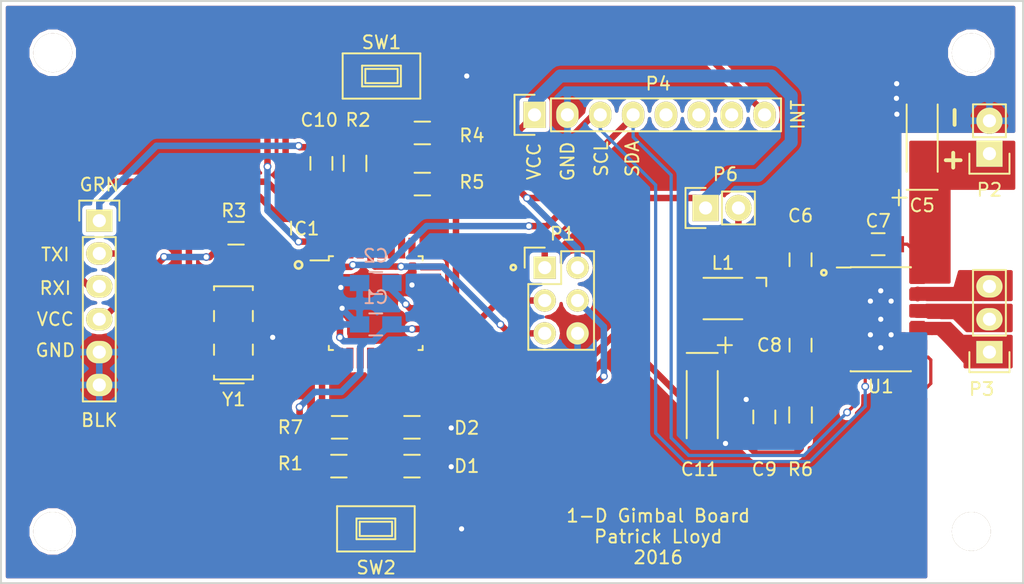
<source format=kicad_pcb>
(kicad_pcb (version 4) (host pcbnew 0.201602181416+6564~42~ubuntu15.04.1-product)

  (general
    (links 84)
    (no_connects 0)
    (area 99.892427 23.8745 181.627381 71.97626)
    (thickness 1.6)
    (drawings 21)
    (tracks 405)
    (zones 0)
    (modules 34)
    (nets 34)
  )

  (page A4)
  (layers
    (0 F.Cu signal)
    (31 B.Cu signal)
    (32 B.Adhes user)
    (33 F.Adhes user)
    (34 B.Paste user)
    (35 F.Paste user)
    (36 B.SilkS user)
    (37 F.SilkS user)
    (38 B.Mask user)
    (39 F.Mask user)
    (40 Dwgs.User user)
    (41 Cmts.User user)
    (42 Eco1.User user)
    (43 Eco2.User user)
    (44 Edge.Cuts user)
    (45 Margin user)
    (46 B.CrtYd user)
    (47 F.CrtYd user)
    (48 B.Fab user hide)
    (49 F.Fab user hide)
  )

  (setup
    (last_trace_width 0.25)
    (user_trace_width 0.5)
    (user_trace_width 0.75)
    (user_trace_width 1)
    (trace_clearance 0.2)
    (zone_clearance 0.3)
    (zone_45_only no)
    (trace_min 0.2)
    (segment_width 0.2)
    (edge_width 0.15)
    (via_size 0.6)
    (via_drill 0.4)
    (via_min_size 0.4)
    (via_min_drill 0.3)
    (uvia_size 0.3)
    (uvia_drill 0.1)
    (uvias_allowed no)
    (uvia_min_size 0.2)
    (uvia_min_drill 0.1)
    (pcb_text_width 0.3)
    (pcb_text_size 1.5 1.5)
    (mod_edge_width 0.15)
    (mod_text_size 1 1)
    (mod_text_width 0.15)
    (pad_size 3 3)
    (pad_drill 3)
    (pad_to_mask_clearance 0.2)
    (aux_axis_origin 0 0)
    (grid_origin 100 70)
    (visible_elements FFFFFF7F)
    (pcbplotparams
      (layerselection 0x010f0_ffffffff)
      (usegerberextensions true)
      (excludeedgelayer false)
      (linewidth 0.100000)
      (plotframeref false)
      (viasonmask false)
      (mode 1)
      (useauxorigin false)
      (hpglpennumber 1)
      (hpglpenspeed 20)
      (hpglpendiameter 15)
      (psnegative false)
      (psa4output false)
      (plotreference true)
      (plotvalue true)
      (plotinvisibletext false)
      (padsonsilk false)
      (subtractmaskfromsilk false)
      (outputformat 1)
      (mirror false)
      (drillshape 0)
      (scaleselection 1)
      (outputdirectory fab/))
  )

  (net 0 "")
  (net 1 +3V3)
  (net 2 GND)
  (net 3 "Net-(C2-Pad1)")
  (net 4 +BATT)
  (net 5 "Net-(C6-Pad1)")
  (net 6 "Net-(C6-Pad2)")
  (net 7 "Net-(C7-Pad1)")
  (net 8 "Net-(C8-Pad1)")
  (net 9 /V3P3)
  (net 10 /RESET)
  (net 11 /USART_DTR)
  (net 12 /REG_OUT)
  (net 13 "Net-(D1-Pad2)")
  (net 14 /M_FG)
  (net 15 "Net-(IC1-Pad2)")
  (net 16 "Net-(IC1-Pad9)")
  (net 17 /M_SPEED)
  (net 18 /ICSP_MOSI)
  (net 19 /ICSP_MISO)
  (net 20 /ICSP_SCK)
  (net 21 /SDA)
  (net 22 /SCL)
  (net 23 /USART_RX)
  (net 24 /USART_TX)
  (net 25 /IMU_INT)
  (net 26 "Net-(L1-Pad1)")
  (net 27 /M_PHASE_U)
  (net 28 /M_PHASE_V)
  (net 29 /M_PHASE_W)
  (net 30 "Net-(D2-Pad2)")
  (net 31 "Net-(IC1-Pad7)")
  (net 32 "Net-(IC1-Pad8)")
  (net 33 /M_DIR)

  (net_class Default "This is the default net class."
    (clearance 0.2)
    (trace_width 0.25)
    (via_dia 0.6)
    (via_drill 0.4)
    (uvia_dia 0.3)
    (uvia_drill 0.1)
    (add_net +3V3)
    (add_net +BATT)
    (add_net /ICSP_MISO)
    (add_net /ICSP_MOSI)
    (add_net /ICSP_SCK)
    (add_net /IMU_INT)
    (add_net /M_DIR)
    (add_net /M_FG)
    (add_net /M_PHASE_U)
    (add_net /M_PHASE_V)
    (add_net /M_PHASE_W)
    (add_net /M_SPEED)
    (add_net /REG_OUT)
    (add_net /RESET)
    (add_net /SCL)
    (add_net /SDA)
    (add_net /USART_DTR)
    (add_net /USART_RX)
    (add_net /USART_TX)
    (add_net /V3P3)
    (add_net GND)
    (add_net "Net-(C2-Pad1)")
    (add_net "Net-(C6-Pad1)")
    (add_net "Net-(C6-Pad2)")
    (add_net "Net-(C7-Pad1)")
    (add_net "Net-(C8-Pad1)")
    (add_net "Net-(D1-Pad2)")
    (add_net "Net-(D2-Pad2)")
    (add_net "Net-(IC1-Pad2)")
    (add_net "Net-(IC1-Pad7)")
    (add_net "Net-(IC1-Pad8)")
    (add_net "Net-(IC1-Pad9)")
    (add_net "Net-(L1-Pad1)")
  )

  (module Capacitors_SMD:C_0805_HandSoldering (layer B.Cu) (tedit 541A9B8D) (tstamp 56C7455D)
    (at 128.967363 50 180)
    (descr "Capacitor SMD 0805, hand soldering")
    (tags "capacitor 0805")
    (path /564A2794)
    (attr smd)
    (fp_text reference C1 (at 0 2.1 180) (layer B.SilkS)
      (effects (font (size 1 1) (thickness 0.15)) (justify mirror))
    )
    (fp_text value 0.1uF (at 0 -2.1 180) (layer B.Fab)
      (effects (font (size 1 1) (thickness 0.15)) (justify mirror))
    )
    (fp_line (start -2.3 1) (end 2.3 1) (layer B.CrtYd) (width 0.05))
    (fp_line (start -2.3 -1) (end 2.3 -1) (layer B.CrtYd) (width 0.05))
    (fp_line (start -2.3 1) (end -2.3 -1) (layer B.CrtYd) (width 0.05))
    (fp_line (start 2.3 1) (end 2.3 -1) (layer B.CrtYd) (width 0.05))
    (fp_line (start 0.5 0.85) (end -0.5 0.85) (layer B.SilkS) (width 0.15))
    (fp_line (start -0.5 -0.85) (end 0.5 -0.85) (layer B.SilkS) (width 0.15))
    (pad 1 smd rect (at -1.25 0 180) (size 1.5 1.25) (layers B.Cu B.Paste B.Mask)
      (net 1 +3V3))
    (pad 2 smd rect (at 1.25 0 180) (size 1.5 1.25) (layers B.Cu B.Paste B.Mask)
      (net 2 GND))
    (model Capacitors_SMD.3dshapes/C_0805_HandSoldering.wrl
      (at (xyz 0 0 0))
      (scale (xyz 1 1 1))
      (rotate (xyz 0 0 0))
    )
  )

  (module Capacitors_SMD:C_0805_HandSoldering (layer B.Cu) (tedit 541A9B8D) (tstamp 56C74563)
    (at 128.967363 46.8 180)
    (descr "Capacitor SMD 0805, hand soldering")
    (tags "capacitor 0805")
    (path /564A2125)
    (attr smd)
    (fp_text reference C2 (at 0 2.1 180) (layer B.SilkS)
      (effects (font (size 1 1) (thickness 0.15)) (justify mirror))
    )
    (fp_text value 0.1uF (at 0 -2.1 180) (layer B.Fab)
      (effects (font (size 1 1) (thickness 0.15)) (justify mirror))
    )
    (fp_line (start -2.3 1) (end 2.3 1) (layer B.CrtYd) (width 0.05))
    (fp_line (start -2.3 -1) (end 2.3 -1) (layer B.CrtYd) (width 0.05))
    (fp_line (start -2.3 1) (end -2.3 -1) (layer B.CrtYd) (width 0.05))
    (fp_line (start 2.3 1) (end 2.3 -1) (layer B.CrtYd) (width 0.05))
    (fp_line (start 0.5 0.85) (end -0.5 0.85) (layer B.SilkS) (width 0.15))
    (fp_line (start -0.5 -0.85) (end 0.5 -0.85) (layer B.SilkS) (width 0.15))
    (pad 1 smd rect (at -1.25 0 180) (size 1.5 1.25) (layers B.Cu B.Paste B.Mask)
      (net 3 "Net-(C2-Pad1)"))
    (pad 2 smd rect (at 1.25 0 180) (size 1.5 1.25) (layers B.Cu B.Paste B.Mask)
      (net 2 GND))
    (model Capacitors_SMD.3dshapes/C_0805_HandSoldering.wrl
      (at (xyz 0 0 0))
      (scale (xyz 1 1 1))
      (rotate (xyz 0 0 0))
    )
  )

  (module Capacitors_Tantalum_SMD:TantalC_SizeA_EIA-3216_HandSoldering (layer F.Cu) (tedit 56CB4044) (tstamp 56C74575)
    (at 171.2 35.6 90)
    (descr "Tantal Cap. , Size A, EIA-3216, Hand Soldering,")
    (tags "Tantal Cap. , Size A, EIA-3216, Hand Soldering,")
    (path /56C6DD73)
    (attr smd)
    (fp_text reference C5 (at -5.2 0 180) (layer F.SilkS)
      (effects (font (size 1 1) (thickness 0.15)))
    )
    (fp_text value 10uF (at -0.09906 3.0988 90) (layer F.Fab)
      (effects (font (size 1 1) (thickness 0.15)))
    )
    (fp_text user + (at -4.2 -4.2 90) (layer F.SilkS) hide
      (effects (font (size 1 1) (thickness 0.15)))
    )
    (fp_line (start -2.60096 1.19888) (end 2.60096 1.19888) (layer F.SilkS) (width 0.15))
    (fp_line (start 2.60096 -1.19888) (end -2.60096 -1.19888) (layer F.SilkS) (width 0.15))
    (fp_line (start -4.59994 -2.2987) (end -4.59994 -1.19888) (layer F.SilkS) (width 0.15))
    (fp_line (start -5.19938 -1.79832) (end -4.0005 -1.79832) (layer F.SilkS) (width 0.15))
    (fp_line (start -3.99542 -1.19888) (end -3.99542 1.19888) (layer F.SilkS) (width 0.15))
    (pad 2 smd rect (at 1.99898 0 90) (size 2.99974 1.50114) (layers F.Cu F.Paste F.Mask)
      (net 2 GND))
    (pad 1 smd rect (at -1.99898 0 90) (size 2.99974 1.50114) (layers F.Cu F.Paste F.Mask)
      (net 4 +BATT))
    (model Capacitors_Tantalum_SMD.3dshapes/TantalC_SizeA_EIA-3216_HandSoldering.wrl
      (at (xyz 0 0 0))
      (scale (xyz 1 1 1))
      (rotate (xyz 0 0 180))
    )
  )

  (module Capacitors_SMD:C_0805_HandSoldering (layer F.Cu) (tedit 541A9B8D) (tstamp 56C7457B)
    (at 161.8 45 90)
    (descr "Capacitor SMD 0805, hand soldering")
    (tags "capacitor 0805")
    (path /56C7046A)
    (attr smd)
    (fp_text reference C6 (at 3.4 0 180) (layer F.SilkS)
      (effects (font (size 1 1) (thickness 0.15)))
    )
    (fp_text value 0.1uF (at 0 2.1 90) (layer F.Fab)
      (effects (font (size 1 1) (thickness 0.15)))
    )
    (fp_line (start -2.3 -1) (end 2.3 -1) (layer F.CrtYd) (width 0.05))
    (fp_line (start -2.3 1) (end 2.3 1) (layer F.CrtYd) (width 0.05))
    (fp_line (start -2.3 -1) (end -2.3 1) (layer F.CrtYd) (width 0.05))
    (fp_line (start 2.3 -1) (end 2.3 1) (layer F.CrtYd) (width 0.05))
    (fp_line (start 0.5 -0.85) (end -0.5 -0.85) (layer F.SilkS) (width 0.15))
    (fp_line (start -0.5 0.85) (end 0.5 0.85) (layer F.SilkS) (width 0.15))
    (pad 1 smd rect (at -1.25 0 90) (size 1.5 1.25) (layers F.Cu F.Paste F.Mask)
      (net 5 "Net-(C6-Pad1)"))
    (pad 2 smd rect (at 1.25 0 90) (size 1.5 1.25) (layers F.Cu F.Paste F.Mask)
      (net 6 "Net-(C6-Pad2)"))
    (model Capacitors_SMD.3dshapes/C_0805_HandSoldering.wrl
      (at (xyz 0 0 0))
      (scale (xyz 1 1 1))
      (rotate (xyz 0 0 0))
    )
  )

  (module Capacitors_SMD:C_0805_HandSoldering (layer F.Cu) (tedit 541A9B8D) (tstamp 56C74581)
    (at 167.8 43.8)
    (descr "Capacitor SMD 0805, hand soldering")
    (tags "capacitor 0805")
    (path /56C6CA16)
    (attr smd)
    (fp_text reference C7 (at 0 -1.8) (layer F.SilkS)
      (effects (font (size 1 1) (thickness 0.15)))
    )
    (fp_text value 0.1uF (at 0 2.1) (layer F.Fab)
      (effects (font (size 1 1) (thickness 0.15)))
    )
    (fp_line (start -2.3 -1) (end 2.3 -1) (layer F.CrtYd) (width 0.05))
    (fp_line (start -2.3 1) (end 2.3 1) (layer F.CrtYd) (width 0.05))
    (fp_line (start -2.3 -1) (end -2.3 1) (layer F.CrtYd) (width 0.05))
    (fp_line (start 2.3 -1) (end 2.3 1) (layer F.CrtYd) (width 0.05))
    (fp_line (start 0.5 -0.85) (end -0.5 -0.85) (layer F.SilkS) (width 0.15))
    (fp_line (start -0.5 0.85) (end 0.5 0.85) (layer F.SilkS) (width 0.15))
    (pad 1 smd rect (at -1.25 0) (size 1.5 1.25) (layers F.Cu F.Paste F.Mask)
      (net 7 "Net-(C7-Pad1)"))
    (pad 2 smd rect (at 1.25 0) (size 1.5 1.25) (layers F.Cu F.Paste F.Mask)
      (net 4 +BATT))
    (model Capacitors_SMD.3dshapes/C_0805_HandSoldering.wrl
      (at (xyz 0 0 0))
      (scale (xyz 1 1 1))
      (rotate (xyz 0 0 0))
    )
  )

  (module Capacitors_SMD:C_0805_HandSoldering (layer F.Cu) (tedit 541A9B8D) (tstamp 56C74587)
    (at 161.8 51.6 270)
    (descr "Capacitor SMD 0805, hand soldering")
    (tags "capacitor 0805")
    (path /56C86C8A)
    (attr smd)
    (fp_text reference C8 (at 0 2.4 360) (layer F.SilkS)
      (effects (font (size 1 1) (thickness 0.15)))
    )
    (fp_text value 1uF (at 0 2.1 270) (layer F.Fab)
      (effects (font (size 1 1) (thickness 0.15)))
    )
    (fp_line (start -2.3 -1) (end 2.3 -1) (layer F.CrtYd) (width 0.05))
    (fp_line (start -2.3 1) (end 2.3 1) (layer F.CrtYd) (width 0.05))
    (fp_line (start -2.3 -1) (end -2.3 1) (layer F.CrtYd) (width 0.05))
    (fp_line (start 2.3 -1) (end 2.3 1) (layer F.CrtYd) (width 0.05))
    (fp_line (start 0.5 -0.85) (end -0.5 -0.85) (layer F.SilkS) (width 0.15))
    (fp_line (start -0.5 0.85) (end 0.5 0.85) (layer F.SilkS) (width 0.15))
    (pad 1 smd rect (at -1.25 0 270) (size 1.5 1.25) (layers F.Cu F.Paste F.Mask)
      (net 8 "Net-(C8-Pad1)"))
    (pad 2 smd rect (at 1.25 0 270) (size 1.5 1.25) (layers F.Cu F.Paste F.Mask)
      (net 2 GND))
    (model Capacitors_SMD.3dshapes/C_0805_HandSoldering.wrl
      (at (xyz 0 0 0))
      (scale (xyz 1 1 1))
      (rotate (xyz 0 0 0))
    )
  )

  (module Capacitors_SMD:C_0805_HandSoldering (layer F.Cu) (tedit 541A9B8D) (tstamp 56C7458D)
    (at 159 57.15 90)
    (descr "Capacitor SMD 0805, hand soldering")
    (tags "capacitor 0805")
    (path /56C870BF)
    (attr smd)
    (fp_text reference C9 (at -4.05 0 180) (layer F.SilkS)
      (effects (font (size 1 1) (thickness 0.15)))
    )
    (fp_text value 1uF (at 0 2.1 90) (layer F.Fab)
      (effects (font (size 1 1) (thickness 0.15)))
    )
    (fp_line (start -2.3 -1) (end 2.3 -1) (layer F.CrtYd) (width 0.05))
    (fp_line (start -2.3 1) (end 2.3 1) (layer F.CrtYd) (width 0.05))
    (fp_line (start -2.3 -1) (end -2.3 1) (layer F.CrtYd) (width 0.05))
    (fp_line (start 2.3 -1) (end 2.3 1) (layer F.CrtYd) (width 0.05))
    (fp_line (start 0.5 -0.85) (end -0.5 -0.85) (layer F.SilkS) (width 0.15))
    (fp_line (start -0.5 0.85) (end 0.5 0.85) (layer F.SilkS) (width 0.15))
    (pad 1 smd rect (at -1.25 0 90) (size 1.5 1.25) (layers F.Cu F.Paste F.Mask)
      (net 9 /V3P3))
    (pad 2 smd rect (at 1.25 0 90) (size 1.5 1.25) (layers F.Cu F.Paste F.Mask)
      (net 2 GND))
    (model Capacitors_SMD.3dshapes/C_0805_HandSoldering.wrl
      (at (xyz 0 0 0))
      (scale (xyz 1 1 1))
      (rotate (xyz 0 0 0))
    )
  )

  (module Capacitors_SMD:C_0805_HandSoldering (layer F.Cu) (tedit 541A9B8D) (tstamp 56C74593)
    (at 124.767363 37.552527 90)
    (descr "Capacitor SMD 0805, hand soldering")
    (tags "capacitor 0805")
    (path /564B00F4)
    (attr smd)
    (fp_text reference C10 (at 3.352527 -0.167363 180) (layer F.SilkS)
      (effects (font (size 1 1) (thickness 0.15)))
    )
    (fp_text value 0.1uF (at 0 2.1 90) (layer F.Fab)
      (effects (font (size 1 1) (thickness 0.15)))
    )
    (fp_line (start -2.3 -1) (end 2.3 -1) (layer F.CrtYd) (width 0.05))
    (fp_line (start -2.3 1) (end 2.3 1) (layer F.CrtYd) (width 0.05))
    (fp_line (start -2.3 -1) (end -2.3 1) (layer F.CrtYd) (width 0.05))
    (fp_line (start 2.3 -1) (end 2.3 1) (layer F.CrtYd) (width 0.05))
    (fp_line (start 0.5 -0.85) (end -0.5 -0.85) (layer F.SilkS) (width 0.15))
    (fp_line (start -0.5 0.85) (end 0.5 0.85) (layer F.SilkS) (width 0.15))
    (pad 1 smd rect (at -1.25 0 90) (size 1.5 1.25) (layers F.Cu F.Paste F.Mask)
      (net 10 /RESET))
    (pad 2 smd rect (at 1.25 0 90) (size 1.5 1.25) (layers F.Cu F.Paste F.Mask)
      (net 11 /USART_DTR))
    (model Capacitors_SMD.3dshapes/C_0805_HandSoldering.wrl
      (at (xyz 0 0 0))
      (scale (xyz 1 1 1))
      (rotate (xyz 0 0 0))
    )
  )

  (module Capacitors_Tantalum_SMD:TantalC_SizeA_EIA-3216_HandSoldering (layer F.Cu) (tedit 56CB4451) (tstamp 56C74599)
    (at 154.2 56.2 270)
    (descr "Tantal Cap. , Size A, EIA-3216, Hand Soldering,")
    (tags "Tantal Cap. , Size A, EIA-3216, Hand Soldering,")
    (path /56C89249)
    (attr smd)
    (fp_text reference C11 (at 5 0.2 360) (layer F.SilkS)
      (effects (font (size 1 1) (thickness 0.15)))
    )
    (fp_text value 10uF (at -0.09906 3.0988 270) (layer F.Fab)
      (effects (font (size 1 1) (thickness 0.15)))
    )
    (fp_text user + (at -4.59994 -1.80086 270) (layer F.SilkS) hide
      (effects (font (size 1 1) (thickness 0.15)))
    )
    (fp_line (start -2.60096 1.19888) (end 2.60096 1.19888) (layer F.SilkS) (width 0.15))
    (fp_line (start 2.60096 -1.19888) (end -2.60096 -1.19888) (layer F.SilkS) (width 0.15))
    (fp_line (start -4.59994 -2.2987) (end -4.59994 -1.19888) (layer F.SilkS) (width 0.15))
    (fp_line (start -5.19938 -1.79832) (end -4.0005 -1.79832) (layer F.SilkS) (width 0.15))
    (fp_line (start -3.99542 -1.19888) (end -3.99542 1.19888) (layer F.SilkS) (width 0.15))
    (pad 2 smd rect (at 1.99898 0 270) (size 2.99974 1.50114) (layers F.Cu F.Paste F.Mask)
      (net 2 GND))
    (pad 1 smd rect (at -1.99898 0 270) (size 2.99974 1.50114) (layers F.Cu F.Paste F.Mask)
      (net 12 /REG_OUT))
    (model Capacitors_Tantalum_SMD.3dshapes/TantalC_SizeA_EIA-3216_HandSoldering.wrl
      (at (xyz 0 0 0))
      (scale (xyz 1 1 1))
      (rotate (xyz 0 0 180))
    )
  )

  (module Resistors_SMD:R_0805_HandSoldering (layer F.Cu) (tedit 54189DEE) (tstamp 56C7459F)
    (at 131.767363 60.952527 180)
    (descr "Resistor SMD 0805, hand soldering")
    (tags "resistor 0805")
    (path /564A5320)
    (attr smd)
    (fp_text reference D1 (at -4.232637 0 180) (layer F.SilkS)
      (effects (font (size 1 1) (thickness 0.15)))
    )
    (fp_text value RED (at 0 2.1 180) (layer F.Fab)
      (effects (font (size 1 1) (thickness 0.15)))
    )
    (fp_line (start -2.4 -1) (end 2.4 -1) (layer F.CrtYd) (width 0.05))
    (fp_line (start -2.4 1) (end 2.4 1) (layer F.CrtYd) (width 0.05))
    (fp_line (start -2.4 -1) (end -2.4 1) (layer F.CrtYd) (width 0.05))
    (fp_line (start 2.4 -1) (end 2.4 1) (layer F.CrtYd) (width 0.05))
    (fp_line (start 0.6 0.875) (end -0.6 0.875) (layer F.SilkS) (width 0.15))
    (fp_line (start -0.6 -0.875) (end 0.6 -0.875) (layer F.SilkS) (width 0.15))
    (pad 1 smd rect (at -1.35 0 180) (size 1.5 1.3) (layers F.Cu F.Paste F.Mask)
      (net 2 GND))
    (pad 2 smd rect (at 1.35 0 180) (size 1.5 1.3) (layers F.Cu F.Paste F.Mask)
      (net 13 "Net-(D1-Pad2)"))
    (model Resistors_SMD.3dshapes/R_0805_HandSoldering.wrl
      (at (xyz 0 0 0))
      (scale (xyz 1 1 1))
      (rotate (xyz 0 0 0))
    )
  )

  (module Housings_QFP:TQFP-32_7x7mm_Pitch0.8mm (layer F.Cu) (tedit 54130A77) (tstamp 56C745C3)
    (at 128.967363 48.352527)
    (descr "32-Lead Plastic Thin Quad Flatpack (PT) - 7x7x1.0 mm Body, 2.00 mm [TQFP] (see Microchip Packaging Specification 00000049BS.pdf)")
    (tags "QFP 0.8")
    (path /5654C37A)
    (attr smd)
    (fp_text reference IC1 (at -5.567363 -5.752527) (layer F.SilkS)
      (effects (font (size 1 1) (thickness 0.15)))
    )
    (fp_text value ATMEGA328P-A (at 0 6.05) (layer F.Fab)
      (effects (font (size 1 1) (thickness 0.15)))
    )
    (fp_line (start -5.3 -5.3) (end -5.3 5.3) (layer F.CrtYd) (width 0.05))
    (fp_line (start 5.3 -5.3) (end 5.3 5.3) (layer F.CrtYd) (width 0.05))
    (fp_line (start -5.3 -5.3) (end 5.3 -5.3) (layer F.CrtYd) (width 0.05))
    (fp_line (start -5.3 5.3) (end 5.3 5.3) (layer F.CrtYd) (width 0.05))
    (fp_line (start -3.625 -3.625) (end -3.625 -3.3) (layer F.SilkS) (width 0.15))
    (fp_line (start 3.625 -3.625) (end 3.625 -3.3) (layer F.SilkS) (width 0.15))
    (fp_line (start 3.625 3.625) (end 3.625 3.3) (layer F.SilkS) (width 0.15))
    (fp_line (start -3.625 3.625) (end -3.625 3.3) (layer F.SilkS) (width 0.15))
    (fp_line (start -3.625 -3.625) (end -3.3 -3.625) (layer F.SilkS) (width 0.15))
    (fp_line (start -3.625 3.625) (end -3.3 3.625) (layer F.SilkS) (width 0.15))
    (fp_line (start 3.625 3.625) (end 3.3 3.625) (layer F.SilkS) (width 0.15))
    (fp_line (start 3.625 -3.625) (end 3.3 -3.625) (layer F.SilkS) (width 0.15))
    (fp_line (start -3.625 -3.3) (end -5.05 -3.3) (layer F.SilkS) (width 0.15))
    (pad 1 smd rect (at -4.25 -2.8) (size 1.6 0.55) (layers F.Cu F.Paste F.Mask)
      (net 14 /M_FG))
    (pad 2 smd rect (at -4.25 -2) (size 1.6 0.55) (layers F.Cu F.Paste F.Mask)
      (net 15 "Net-(IC1-Pad2)"))
    (pad 3 smd rect (at -4.25 -1.2) (size 1.6 0.55) (layers F.Cu F.Paste F.Mask)
      (net 2 GND))
    (pad 4 smd rect (at -4.25 -0.4) (size 1.6 0.55) (layers F.Cu F.Paste F.Mask)
      (net 1 +3V3))
    (pad 5 smd rect (at -4.25 0.4) (size 1.6 0.55) (layers F.Cu F.Paste F.Mask)
      (net 2 GND))
    (pad 6 smd rect (at -4.25 1.2) (size 1.6 0.55) (layers F.Cu F.Paste F.Mask)
      (net 1 +3V3))
    (pad 7 smd rect (at -4.25 2) (size 1.6 0.55) (layers F.Cu F.Paste F.Mask)
      (net 31 "Net-(IC1-Pad7)"))
    (pad 8 smd rect (at -4.25 2.8) (size 1.6 0.55) (layers F.Cu F.Paste F.Mask)
      (net 32 "Net-(IC1-Pad8)"))
    (pad 9 smd rect (at -2.8 4.25 90) (size 1.6 0.55) (layers F.Cu F.Paste F.Mask)
      (net 16 "Net-(IC1-Pad9)"))
    (pad 10 smd rect (at -2 4.25 90) (size 1.6 0.55) (layers F.Cu F.Paste F.Mask))
    (pad 11 smd rect (at -1.2 4.25 90) (size 1.6 0.55) (layers F.Cu F.Paste F.Mask))
    (pad 12 smd rect (at -0.4 4.25 90) (size 1.6 0.55) (layers F.Cu F.Paste F.Mask)
      (net 33 /M_DIR))
    (pad 13 smd rect (at 0.4 4.25 90) (size 1.6 0.55) (layers F.Cu F.Paste F.Mask)
      (net 17 /M_SPEED))
    (pad 14 smd rect (at 1.2 4.25 90) (size 1.6 0.55) (layers F.Cu F.Paste F.Mask))
    (pad 15 smd rect (at 2 4.25 90) (size 1.6 0.55) (layers F.Cu F.Paste F.Mask)
      (net 18 /ICSP_MOSI))
    (pad 16 smd rect (at 2.8 4.25 90) (size 1.6 0.55) (layers F.Cu F.Paste F.Mask)
      (net 19 /ICSP_MISO))
    (pad 17 smd rect (at 4.25 2.8) (size 1.6 0.55) (layers F.Cu F.Paste F.Mask)
      (net 20 /ICSP_SCK))
    (pad 18 smd rect (at 4.25 2) (size 1.6 0.55) (layers F.Cu F.Paste F.Mask)
      (net 1 +3V3))
    (pad 19 smd rect (at 4.25 1.2) (size 1.6 0.55) (layers F.Cu F.Paste F.Mask))
    (pad 20 smd rect (at 4.25 0.4) (size 1.6 0.55) (layers F.Cu F.Paste F.Mask)
      (net 3 "Net-(C2-Pad1)"))
    (pad 21 smd rect (at 4.25 -0.4) (size 1.6 0.55) (layers F.Cu F.Paste F.Mask)
      (net 2 GND))
    (pad 22 smd rect (at 4.25 -1.2) (size 1.6 0.55) (layers F.Cu F.Paste F.Mask))
    (pad 23 smd rect (at 4.25 -2) (size 1.6 0.55) (layers F.Cu F.Paste F.Mask))
    (pad 24 smd rect (at 4.25 -2.8) (size 1.6 0.55) (layers F.Cu F.Paste F.Mask))
    (pad 25 smd rect (at 2.8 -4.25 90) (size 1.6 0.55) (layers F.Cu F.Paste F.Mask))
    (pad 26 smd rect (at 2 -4.25 90) (size 1.6 0.55) (layers F.Cu F.Paste F.Mask))
    (pad 27 smd rect (at 1.2 -4.25 90) (size 1.6 0.55) (layers F.Cu F.Paste F.Mask)
      (net 21 /SDA))
    (pad 28 smd rect (at 0.4 -4.25 90) (size 1.6 0.55) (layers F.Cu F.Paste F.Mask)
      (net 22 /SCL))
    (pad 29 smd rect (at -0.4 -4.25 90) (size 1.6 0.55) (layers F.Cu F.Paste F.Mask)
      (net 10 /RESET))
    (pad 30 smd rect (at -1.2 -4.25 90) (size 1.6 0.55) (layers F.Cu F.Paste F.Mask)
      (net 23 /USART_RX))
    (pad 31 smd rect (at -2 -4.25 90) (size 1.6 0.55) (layers F.Cu F.Paste F.Mask)
      (net 24 /USART_TX))
    (pad 32 smd rect (at -2.8 -4.25 90) (size 1.6 0.55) (layers F.Cu F.Paste F.Mask)
      (net 25 /IMU_INT))
    (model Housings_QFP.3dshapes/TQFP-32_7x7mm_Pitch0.8mm.wrl
      (at (xyz 0 0 0))
      (scale (xyz 1 1 1))
      (rotate (xyz 0 0 0))
    )
  )

  (module Inductors:Inductor_1212 (layer F.Cu) (tedit 5652586A) (tstamp 56C745D1)
    (at 155.8 48 180)
    (path /56C89119)
    (attr smd)
    (fp_text reference L1 (at 0 2.75 180) (layer F.SilkS)
      (effects (font (size 1 1) (thickness 0.15)))
    )
    (fp_text value 47uH (at 0 -2.75 180) (layer F.Fab)
      (effects (font (size 1 1) (thickness 0.15)))
    )
    (fp_line (start -3.35 1.6) (end -3.35 0.95) (layer F.SilkS) (width 0.15))
    (fp_line (start -2.6 1.6) (end -3.35 1.6) (layer F.SilkS) (width 0.15))
    (fp_line (start -3.5 2) (end -3.5 -2) (layer F.CrtYd) (width 0.05))
    (fp_line (start 3.5 2) (end -3.5 2) (layer F.CrtYd) (width 0.05))
    (fp_line (start 3.5 -2) (end 3.5 2) (layer F.CrtYd) (width 0.05))
    (fp_line (start -3.5 -2) (end 3.5 -2) (layer F.CrtYd) (width 0.05))
    (fp_line (start 1.5 1.6) (end -1.5 1.6) (layer F.SilkS) (width 0.15))
    (fp_line (start -1.5 -1.6) (end 1.5 -1.6) (layer F.SilkS) (width 0.15))
    (pad 1 smd rect (at -1.75 0 180) (size 2.5 2.5) (layers F.Cu F.Paste F.Mask)
      (net 26 "Net-(L1-Pad1)"))
    (pad 2 smd rect (at 1.75 0 180) (size 2.5 2.5) (layers F.Cu F.Paste F.Mask)
      (net 12 /REG_OUT))
  )

  (module Pin_Headers:Pin_Header_Straight_2x03 (layer F.Cu) (tedit 56CB4011) (tstamp 56C745E8)
    (at 142.027363 45.612527)
    (descr "Through hole pin header")
    (tags "pin header")
    (path /56C7E224)
    (fp_text reference P1 (at 1.372637 -2.612527) (layer F.SilkS)
      (effects (font (size 1 1) (thickness 0.15)))
    )
    (fp_text value ICSP_CONN (at 0 -3.1) (layer F.Fab)
      (effects (font (size 1 1) (thickness 0.15)))
    )
    (fp_line (start -1.27 1.27) (end -1.27 6.35) (layer F.SilkS) (width 0.15))
    (fp_line (start -1.55 -1.55) (end 0 -1.55) (layer F.SilkS) (width 0.15))
    (fp_line (start -1.75 -1.75) (end -1.75 6.85) (layer F.CrtYd) (width 0.05))
    (fp_line (start 4.3 -1.75) (end 4.3 6.85) (layer F.CrtYd) (width 0.05))
    (fp_line (start -1.75 -1.75) (end 4.3 -1.75) (layer F.CrtYd) (width 0.05))
    (fp_line (start -1.75 6.85) (end 4.3 6.85) (layer F.CrtYd) (width 0.05))
    (fp_line (start 1.27 -1.27) (end 1.27 1.27) (layer F.SilkS) (width 0.15))
    (fp_line (start 1.27 1.27) (end -1.27 1.27) (layer F.SilkS) (width 0.15))
    (fp_line (start -1.27 6.35) (end 3.81 6.35) (layer F.SilkS) (width 0.15))
    (fp_line (start 3.81 6.35) (end 3.81 1.27) (layer F.SilkS) (width 0.15))
    (fp_line (start -1.55 -1.55) (end -1.55 0) (layer F.SilkS) (width 0.15))
    (fp_line (start 3.81 -1.27) (end 1.27 -1.27) (layer F.SilkS) (width 0.15))
    (fp_line (start 3.81 1.27) (end 3.81 -1.27) (layer F.SilkS) (width 0.15))
    (pad 1 thru_hole rect (at 0 0) (size 1.7272 1.7272) (drill 1.016) (layers *.Cu *.Mask F.SilkS)
      (net 19 /ICSP_MISO))
    (pad 2 thru_hole oval (at 2.54 0) (size 1.7272 1.7272) (drill 1.016) (layers *.Cu *.Mask F.SilkS)
      (net 1 +3V3))
    (pad 3 thru_hole oval (at 0 2.54) (size 1.7272 1.7272) (drill 1.016) (layers *.Cu *.Mask F.SilkS)
      (net 20 /ICSP_SCK))
    (pad 4 thru_hole oval (at 2.54 2.54) (size 1.7272 1.7272) (drill 1.016) (layers *.Cu *.Mask F.SilkS)
      (net 18 /ICSP_MOSI))
    (pad 5 thru_hole oval (at 0 5.08) (size 1.7272 1.7272) (drill 1.016) (layers *.Cu *.Mask F.SilkS)
      (net 10 /RESET))
    (pad 6 thru_hole oval (at 2.54 5.08) (size 1.7272 1.7272) (drill 1.016) (layers *.Cu *.Mask F.SilkS)
      (net 2 GND))
    (model Pin_Headers.3dshapes/Pin_Header_Straight_2x03.wrl
      (at (xyz 0.05 -0.1 0))
      (scale (xyz 1 1 1))
      (rotate (xyz 0 0 90))
    )
  )

  (module Pin_Headers:Pin_Header_Straight_1x02 (layer F.Cu) (tedit 56CB4056) (tstamp 56C745F9)
    (at 176.4 36.8 180)
    (descr "Through hole pin header")
    (tags "pin header")
    (path /56C68556)
    (fp_text reference P2 (at 0 -2.8 180) (layer F.SilkS)
      (effects (font (size 1 1) (thickness 0.15)))
    )
    (fp_text value BAT_CONN (at 0 -3.1 180) (layer F.Fab)
      (effects (font (size 1 1) (thickness 0.15)))
    )
    (fp_line (start 1.27 1.27) (end 1.27 3.81) (layer F.SilkS) (width 0.15))
    (fp_line (start 1.55 -1.55) (end 1.55 0) (layer F.SilkS) (width 0.15))
    (fp_line (start -1.75 -1.75) (end -1.75 4.3) (layer F.CrtYd) (width 0.05))
    (fp_line (start 1.75 -1.75) (end 1.75 4.3) (layer F.CrtYd) (width 0.05))
    (fp_line (start -1.75 -1.75) (end 1.75 -1.75) (layer F.CrtYd) (width 0.05))
    (fp_line (start -1.75 4.3) (end 1.75 4.3) (layer F.CrtYd) (width 0.05))
    (fp_line (start 1.27 1.27) (end -1.27 1.27) (layer F.SilkS) (width 0.15))
    (fp_line (start -1.55 0) (end -1.55 -1.55) (layer F.SilkS) (width 0.15))
    (fp_line (start -1.55 -1.55) (end 1.55 -1.55) (layer F.SilkS) (width 0.15))
    (fp_line (start -1.27 1.27) (end -1.27 3.81) (layer F.SilkS) (width 0.15))
    (fp_line (start -1.27 3.81) (end 1.27 3.81) (layer F.SilkS) (width 0.15))
    (pad 1 thru_hole rect (at 0 0 180) (size 2.032 2.032) (drill 1.016) (layers *.Cu *.Mask F.SilkS)
      (net 4 +BATT))
    (pad 2 thru_hole oval (at 0 2.54 180) (size 2.032 2.032) (drill 1.016) (layers *.Cu *.Mask F.SilkS)
      (net 2 GND))
    (model Pin_Headers.3dshapes/Pin_Header_Straight_1x02.wrl
      (at (xyz 0 -0.05 0))
      (scale (xyz 1 1 1))
      (rotate (xyz 0 0 90))
    )
  )

  (module Pin_Headers:Pin_Header_Straight_1x03 (layer F.Cu) (tedit 56CB4063) (tstamp 56C7460B)
    (at 176.4 52.14 180)
    (descr "Through hole pin header")
    (tags "pin header")
    (path /56C68C56)
    (fp_text reference P3 (at 0.6 -2.86 180) (layer F.SilkS)
      (effects (font (size 1 1) (thickness 0.15)))
    )
    (fp_text value MOTOR_CONN (at 0 -3.1 180) (layer F.Fab)
      (effects (font (size 1 1) (thickness 0.15)))
    )
    (fp_line (start -1.75 -1.75) (end -1.75 6.85) (layer F.CrtYd) (width 0.05))
    (fp_line (start 1.75 -1.75) (end 1.75 6.85) (layer F.CrtYd) (width 0.05))
    (fp_line (start -1.75 -1.75) (end 1.75 -1.75) (layer F.CrtYd) (width 0.05))
    (fp_line (start -1.75 6.85) (end 1.75 6.85) (layer F.CrtYd) (width 0.05))
    (fp_line (start -1.27 1.27) (end -1.27 6.35) (layer F.SilkS) (width 0.15))
    (fp_line (start -1.27 6.35) (end 1.27 6.35) (layer F.SilkS) (width 0.15))
    (fp_line (start 1.27 6.35) (end 1.27 1.27) (layer F.SilkS) (width 0.15))
    (fp_line (start 1.55 -1.55) (end 1.55 0) (layer F.SilkS) (width 0.15))
    (fp_line (start 1.27 1.27) (end -1.27 1.27) (layer F.SilkS) (width 0.15))
    (fp_line (start -1.55 0) (end -1.55 -1.55) (layer F.SilkS) (width 0.15))
    (fp_line (start -1.55 -1.55) (end 1.55 -1.55) (layer F.SilkS) (width 0.15))
    (pad 1 thru_hole rect (at 0 0 180) (size 2.032 1.7272) (drill 1.016) (layers *.Cu *.Mask F.SilkS)
      (net 27 /M_PHASE_U))
    (pad 2 thru_hole oval (at 0 2.54 180) (size 2.032 1.7272) (drill 1.016) (layers *.Cu *.Mask F.SilkS)
      (net 28 /M_PHASE_V))
    (pad 3 thru_hole oval (at 0 5.08 180) (size 2.032 1.7272) (drill 1.016) (layers *.Cu *.Mask F.SilkS)
      (net 29 /M_PHASE_W))
    (model Pin_Headers.3dshapes/Pin_Header_Straight_1x03.wrl
      (at (xyz 0 -0.1 0))
      (scale (xyz 1 1 1))
      (rotate (xyz 0 0 90))
    )
  )

  (module Pin_Headers:Pin_Header_Straight_1x08 (layer F.Cu) (tedit 56CB4025) (tstamp 56C74622)
    (at 141.24 33.8 90)
    (descr "Through hole pin header")
    (tags "pin header")
    (path /56C5F99C)
    (fp_text reference P4 (at 2.4 9.56 360) (layer F.SilkS)
      (effects (font (size 1 1) (thickness 0.15)))
    )
    (fp_text value IMU_CONN (at 0 -3.1 90) (layer F.Fab)
      (effects (font (size 1 1) (thickness 0.15)))
    )
    (fp_line (start -1.75 -1.75) (end -1.75 19.55) (layer F.CrtYd) (width 0.05))
    (fp_line (start 1.75 -1.75) (end 1.75 19.55) (layer F.CrtYd) (width 0.05))
    (fp_line (start -1.75 -1.75) (end 1.75 -1.75) (layer F.CrtYd) (width 0.05))
    (fp_line (start -1.75 19.55) (end 1.75 19.55) (layer F.CrtYd) (width 0.05))
    (fp_line (start 1.27 1.27) (end 1.27 19.05) (layer F.SilkS) (width 0.15))
    (fp_line (start 1.27 19.05) (end -1.27 19.05) (layer F.SilkS) (width 0.15))
    (fp_line (start -1.27 19.05) (end -1.27 1.27) (layer F.SilkS) (width 0.15))
    (fp_line (start 1.55 -1.55) (end 1.55 0) (layer F.SilkS) (width 0.15))
    (fp_line (start 1.27 1.27) (end -1.27 1.27) (layer F.SilkS) (width 0.15))
    (fp_line (start -1.55 0) (end -1.55 -1.55) (layer F.SilkS) (width 0.15))
    (fp_line (start -1.55 -1.55) (end 1.55 -1.55) (layer F.SilkS) (width 0.15))
    (pad 1 thru_hole rect (at 0 0 90) (size 2.032 1.7272) (drill 1.016) (layers *.Cu *.Mask F.SilkS)
      (net 1 +3V3))
    (pad 2 thru_hole oval (at 0 2.54 90) (size 2.032 1.7272) (drill 1.016) (layers *.Cu *.Mask F.SilkS)
      (net 2 GND))
    (pad 3 thru_hole oval (at 0 5.08 90) (size 2.032 1.7272) (drill 1.016) (layers *.Cu *.Mask F.SilkS)
      (net 22 /SCL))
    (pad 4 thru_hole oval (at 0 7.62 90) (size 2.032 1.7272) (drill 1.016) (layers *.Cu *.Mask F.SilkS)
      (net 21 /SDA))
    (pad 5 thru_hole oval (at 0 10.16 90) (size 2.032 1.7272) (drill 1.016) (layers *.Cu *.Mask F.SilkS))
    (pad 6 thru_hole oval (at 0 12.7 90) (size 2.032 1.7272) (drill 1.016) (layers *.Cu *.Mask F.SilkS))
    (pad 7 thru_hole oval (at 0 15.24 90) (size 2.032 1.7272) (drill 1.016) (layers *.Cu *.Mask F.SilkS))
    (pad 8 thru_hole oval (at 0 17.78 90) (size 2.032 1.7272) (drill 1.016) (layers *.Cu *.Mask F.SilkS)
      (net 25 /IMU_INT))
    (model Pin_Headers.3dshapes/Pin_Header_Straight_1x08.wrl
      (at (xyz 0 -0.35 0))
      (scale (xyz 1 1 1))
      (rotate (xyz 0 0 90))
    )
  )

  (module Pin_Headers:Pin_Header_Straight_1x06 (layer F.Cu) (tedit 56CB3F60) (tstamp 56C74637)
    (at 107.6 41.98)
    (descr "Through hole pin header")
    (tags "pin header")
    (path /56CA6C17)
    (fp_text reference P5 (at -5.4 12.42) (layer F.SilkS) hide
      (effects (font (size 1 1) (thickness 0.15)))
    )
    (fp_text value FTDI_CONN (at 0 -3.1) (layer F.Fab)
      (effects (font (size 1 1) (thickness 0.15)))
    )
    (fp_line (start -1.75 -1.75) (end -1.75 14.45) (layer F.CrtYd) (width 0.05))
    (fp_line (start 1.75 -1.75) (end 1.75 14.45) (layer F.CrtYd) (width 0.05))
    (fp_line (start -1.75 -1.75) (end 1.75 -1.75) (layer F.CrtYd) (width 0.05))
    (fp_line (start -1.75 14.45) (end 1.75 14.45) (layer F.CrtYd) (width 0.05))
    (fp_line (start 1.27 1.27) (end 1.27 13.97) (layer F.SilkS) (width 0.15))
    (fp_line (start 1.27 13.97) (end -1.27 13.97) (layer F.SilkS) (width 0.15))
    (fp_line (start -1.27 13.97) (end -1.27 1.27) (layer F.SilkS) (width 0.15))
    (fp_line (start 1.55 -1.55) (end 1.55 0) (layer F.SilkS) (width 0.15))
    (fp_line (start 1.27 1.27) (end -1.27 1.27) (layer F.SilkS) (width 0.15))
    (fp_line (start -1.55 0) (end -1.55 -1.55) (layer F.SilkS) (width 0.15))
    (fp_line (start -1.55 -1.55) (end 1.55 -1.55) (layer F.SilkS) (width 0.15))
    (pad 1 thru_hole rect (at 0 0) (size 2.032 1.7272) (drill 1.016) (layers *.Cu *.Mask F.SilkS)
      (net 11 /USART_DTR))
    (pad 2 thru_hole oval (at 0 2.54) (size 2.032 1.7272) (drill 1.016) (layers *.Cu *.Mask F.SilkS)
      (net 24 /USART_TX))
    (pad 3 thru_hole oval (at 0 5.08) (size 2.032 1.7272) (drill 1.016) (layers *.Cu *.Mask F.SilkS)
      (net 23 /USART_RX))
    (pad 4 thru_hole oval (at 0 7.62) (size 2.032 1.7272) (drill 1.016) (layers *.Cu *.Mask F.SilkS)
      (net 1 +3V3))
    (pad 5 thru_hole oval (at 0 10.16) (size 2.032 1.7272) (drill 1.016) (layers *.Cu *.Mask F.SilkS)
      (net 2 GND))
    (pad 6 thru_hole oval (at 0 12.7) (size 2.032 1.7272) (drill 1.016) (layers *.Cu *.Mask F.SilkS)
      (net 2 GND))
    (model Pin_Headers.3dshapes/Pin_Header_Straight_1x06.wrl
      (at (xyz 0 -0.25 0))
      (scale (xyz 1 1 1))
      (rotate (xyz 0 0 90))
    )
  )

  (module Pin_Headers:Pin_Header_Straight_1x02 (layer F.Cu) (tedit 56CB4007) (tstamp 56C74648)
    (at 154.46 41 90)
    (descr "Through hole pin header")
    (tags "pin header")
    (path /56C87A97)
    (fp_text reference P6 (at 2.6 1.54 360) (layer F.SilkS)
      (effects (font (size 1 1) (thickness 0.15)))
    )
    (fp_text value 3V3_CONN (at 0 -3.1 90) (layer F.Fab)
      (effects (font (size 1 1) (thickness 0.15)))
    )
    (fp_line (start 1.27 1.27) (end 1.27 3.81) (layer F.SilkS) (width 0.15))
    (fp_line (start 1.55 -1.55) (end 1.55 0) (layer F.SilkS) (width 0.15))
    (fp_line (start -1.75 -1.75) (end -1.75 4.3) (layer F.CrtYd) (width 0.05))
    (fp_line (start 1.75 -1.75) (end 1.75 4.3) (layer F.CrtYd) (width 0.05))
    (fp_line (start -1.75 -1.75) (end 1.75 -1.75) (layer F.CrtYd) (width 0.05))
    (fp_line (start -1.75 4.3) (end 1.75 4.3) (layer F.CrtYd) (width 0.05))
    (fp_line (start 1.27 1.27) (end -1.27 1.27) (layer F.SilkS) (width 0.15))
    (fp_line (start -1.55 0) (end -1.55 -1.55) (layer F.SilkS) (width 0.15))
    (fp_line (start -1.55 -1.55) (end 1.55 -1.55) (layer F.SilkS) (width 0.15))
    (fp_line (start -1.27 1.27) (end -1.27 3.81) (layer F.SilkS) (width 0.15))
    (fp_line (start -1.27 3.81) (end 1.27 3.81) (layer F.SilkS) (width 0.15))
    (pad 1 thru_hole rect (at 0 0 90) (size 2.032 2.032) (drill 1.016) (layers *.Cu *.Mask F.SilkS)
      (net 1 +3V3))
    (pad 2 thru_hole oval (at 0 2.54 90) (size 2.032 2.032) (drill 1.016) (layers *.Cu *.Mask F.SilkS)
      (net 12 /REG_OUT))
    (model Pin_Headers.3dshapes/Pin_Header_Straight_1x02.wrl
      (at (xyz 0 -0.05 0))
      (scale (xyz 1 1 1))
      (rotate (xyz 0 0 90))
    )
  )

  (module Resistors_SMD:R_0805_HandSoldering (layer F.Cu) (tedit 54189DEE) (tstamp 56C7464E)
    (at 126.117363 60.952527)
    (descr "Resistor SMD 0805, hand soldering")
    (tags "resistor 0805")
    (path /564A52CE)
    (attr smd)
    (fp_text reference R1 (at -3.75 -0.2) (layer F.SilkS)
      (effects (font (size 1 1) (thickness 0.15)))
    )
    (fp_text value 330 (at 0 2.1) (layer F.Fab)
      (effects (font (size 1 1) (thickness 0.15)))
    )
    (fp_line (start -2.4 -1) (end 2.4 -1) (layer F.CrtYd) (width 0.05))
    (fp_line (start -2.4 1) (end 2.4 1) (layer F.CrtYd) (width 0.05))
    (fp_line (start -2.4 -1) (end -2.4 1) (layer F.CrtYd) (width 0.05))
    (fp_line (start 2.4 -1) (end 2.4 1) (layer F.CrtYd) (width 0.05))
    (fp_line (start 0.6 0.875) (end -0.6 0.875) (layer F.SilkS) (width 0.15))
    (fp_line (start -0.6 -0.875) (end 0.6 -0.875) (layer F.SilkS) (width 0.15))
    (pad 1 smd rect (at -1.35 0) (size 1.5 1.3) (layers F.Cu F.Paste F.Mask)
      (net 1 +3V3))
    (pad 2 smd rect (at 1.35 0) (size 1.5 1.3) (layers F.Cu F.Paste F.Mask)
      (net 13 "Net-(D1-Pad2)"))
    (model Resistors_SMD.3dshapes/R_0805_HandSoldering.wrl
      (at (xyz 0 0 0))
      (scale (xyz 1 1 1))
      (rotate (xyz 0 0 0))
    )
  )

  (module Resistors_SMD:R_0805_HandSoldering (layer F.Cu) (tedit 54189DEE) (tstamp 56C74654)
    (at 127.367363 37.552527 90)
    (descr "Resistor SMD 0805, hand soldering")
    (tags "resistor 0805")
    (path /564AFFEA)
    (attr smd)
    (fp_text reference R2 (at 3.352527 0.232637 180) (layer F.SilkS)
      (effects (font (size 1 1) (thickness 0.15)))
    )
    (fp_text value 10K (at 0 2.1 90) (layer F.Fab)
      (effects (font (size 1 1) (thickness 0.15)))
    )
    (fp_line (start -2.4 -1) (end 2.4 -1) (layer F.CrtYd) (width 0.05))
    (fp_line (start -2.4 1) (end 2.4 1) (layer F.CrtYd) (width 0.05))
    (fp_line (start -2.4 -1) (end -2.4 1) (layer F.CrtYd) (width 0.05))
    (fp_line (start 2.4 -1) (end 2.4 1) (layer F.CrtYd) (width 0.05))
    (fp_line (start 0.6 0.875) (end -0.6 0.875) (layer F.SilkS) (width 0.15))
    (fp_line (start -0.6 -0.875) (end 0.6 -0.875) (layer F.SilkS) (width 0.15))
    (pad 1 smd rect (at -1.35 0 90) (size 1.5 1.3) (layers F.Cu F.Paste F.Mask)
      (net 10 /RESET))
    (pad 2 smd rect (at 1.35 0 90) (size 1.5 1.3) (layers F.Cu F.Paste F.Mask)
      (net 1 +3V3))
    (model Resistors_SMD.3dshapes/R_0805_HandSoldering.wrl
      (at (xyz 0 0 0))
      (scale (xyz 1 1 1))
      (rotate (xyz 0 0 0))
    )
  )

  (module Resistors_SMD:R_0805_HandSoldering (layer F.Cu) (tedit 54189DEE) (tstamp 56C7465A)
    (at 118.167363 42.952527 180)
    (descr "Resistor SMD 0805, hand soldering")
    (tags "resistor 0805")
    (path /56C94FEF)
    (attr smd)
    (fp_text reference R3 (at 0.167363 1.752527 180) (layer F.SilkS)
      (effects (font (size 1 1) (thickness 0.15)))
    )
    (fp_text value 10K (at 0 2.1 180) (layer F.Fab)
      (effects (font (size 1 1) (thickness 0.15)))
    )
    (fp_line (start -2.4 -1) (end 2.4 -1) (layer F.CrtYd) (width 0.05))
    (fp_line (start -2.4 1) (end 2.4 1) (layer F.CrtYd) (width 0.05))
    (fp_line (start -2.4 -1) (end -2.4 1) (layer F.CrtYd) (width 0.05))
    (fp_line (start 2.4 -1) (end 2.4 1) (layer F.CrtYd) (width 0.05))
    (fp_line (start 0.6 0.875) (end -0.6 0.875) (layer F.SilkS) (width 0.15))
    (fp_line (start -0.6 -0.875) (end 0.6 -0.875) (layer F.SilkS) (width 0.15))
    (pad 1 smd rect (at -1.35 0 180) (size 1.5 1.3) (layers F.Cu F.Paste F.Mask)
      (net 15 "Net-(IC1-Pad2)"))
    (pad 2 smd rect (at 1.35 0 180) (size 1.5 1.3) (layers F.Cu F.Paste F.Mask)
      (net 1 +3V3))
    (model Resistors_SMD.3dshapes/R_0805_HandSoldering.wrl
      (at (xyz 0 0 0))
      (scale (xyz 1 1 1))
      (rotate (xyz 0 0 0))
    )
  )

  (module Resistors_SMD:R_0805_HandSoldering (layer F.Cu) (tedit 54189DEE) (tstamp 56C74660)
    (at 132.567363 35.2 180)
    (descr "Resistor SMD 0805, hand soldering")
    (tags "resistor 0805")
    (path /56C8E0D5)
    (attr smd)
    (fp_text reference R4 (at -3.832637 -0.2 180) (layer F.SilkS)
      (effects (font (size 1 1) (thickness 0.15)))
    )
    (fp_text value DNP (at 0 2.1 180) (layer F.Fab)
      (effects (font (size 1 1) (thickness 0.15)))
    )
    (fp_line (start -2.4 -1) (end 2.4 -1) (layer F.CrtYd) (width 0.05))
    (fp_line (start -2.4 1) (end 2.4 1) (layer F.CrtYd) (width 0.05))
    (fp_line (start -2.4 -1) (end -2.4 1) (layer F.CrtYd) (width 0.05))
    (fp_line (start 2.4 -1) (end 2.4 1) (layer F.CrtYd) (width 0.05))
    (fp_line (start 0.6 0.875) (end -0.6 0.875) (layer F.SilkS) (width 0.15))
    (fp_line (start -0.6 -0.875) (end 0.6 -0.875) (layer F.SilkS) (width 0.15))
    (pad 1 smd rect (at -1.35 0 180) (size 1.5 1.3) (layers F.Cu F.Paste F.Mask)
      (net 1 +3V3))
    (pad 2 smd rect (at 1.35 0 180) (size 1.5 1.3) (layers F.Cu F.Paste F.Mask)
      (net 22 /SCL))
    (model Resistors_SMD.3dshapes/R_0805_HandSoldering.wrl
      (at (xyz 0 0 0))
      (scale (xyz 1 1 1))
      (rotate (xyz 0 0 0))
    )
  )

  (module Resistors_SMD:R_0805_HandSoldering (layer F.Cu) (tedit 54189DEE) (tstamp 56C74666)
    (at 132.567363 39.152527 180)
    (descr "Resistor SMD 0805, hand soldering")
    (tags "resistor 0805")
    (path /56C8E3BF)
    (attr smd)
    (fp_text reference R5 (at -3.832637 0.152527 180) (layer F.SilkS)
      (effects (font (size 1 1) (thickness 0.15)))
    )
    (fp_text value DNP (at 0 2.1 180) (layer F.Fab)
      (effects (font (size 1 1) (thickness 0.15)))
    )
    (fp_line (start -2.4 -1) (end 2.4 -1) (layer F.CrtYd) (width 0.05))
    (fp_line (start -2.4 1) (end 2.4 1) (layer F.CrtYd) (width 0.05))
    (fp_line (start -2.4 -1) (end -2.4 1) (layer F.CrtYd) (width 0.05))
    (fp_line (start 2.4 -1) (end 2.4 1) (layer F.CrtYd) (width 0.05))
    (fp_line (start 0.6 0.875) (end -0.6 0.875) (layer F.SilkS) (width 0.15))
    (fp_line (start -0.6 -0.875) (end 0.6 -0.875) (layer F.SilkS) (width 0.15))
    (pad 1 smd rect (at -1.35 0 180) (size 1.5 1.3) (layers F.Cu F.Paste F.Mask)
      (net 1 +3V3))
    (pad 2 smd rect (at 1.35 0 180) (size 1.5 1.3) (layers F.Cu F.Paste F.Mask)
      (net 21 /SDA))
    (model Resistors_SMD.3dshapes/R_0805_HandSoldering.wrl
      (at (xyz 0 0 0))
      (scale (xyz 1 1 1))
      (rotate (xyz 0 0 0))
    )
  )

  (module Resistors_SMD:R_0805_HandSoldering (layer F.Cu) (tedit 54189DEE) (tstamp 56C7466C)
    (at 161.8 57 270)
    (descr "Resistor SMD 0805, hand soldering")
    (tags "resistor 0805")
    (path /56C8DFB4)
    (attr smd)
    (fp_text reference R6 (at 4.2 0 360) (layer F.SilkS)
      (effects (font (size 1 1) (thickness 0.15)))
    )
    (fp_text value DNP (at 0 2.1 270) (layer F.Fab)
      (effects (font (size 1 1) (thickness 0.15)))
    )
    (fp_line (start -2.4 -1) (end 2.4 -1) (layer F.CrtYd) (width 0.05))
    (fp_line (start -2.4 1) (end 2.4 1) (layer F.CrtYd) (width 0.05))
    (fp_line (start -2.4 -1) (end -2.4 1) (layer F.CrtYd) (width 0.05))
    (fp_line (start 2.4 -1) (end 2.4 1) (layer F.CrtYd) (width 0.05))
    (fp_line (start 0.6 0.875) (end -0.6 0.875) (layer F.SilkS) (width 0.15))
    (fp_line (start -0.6 -0.875) (end 0.6 -0.875) (layer F.SilkS) (width 0.15))
    (pad 1 smd rect (at -1.35 0 270) (size 1.5 1.3) (layers F.Cu F.Paste F.Mask)
      (net 9 /V3P3))
    (pad 2 smd rect (at 1.35 0 270) (size 1.5 1.3) (layers F.Cu F.Paste F.Mask)
      (net 14 /M_FG))
    (model Resistors_SMD.3dshapes/R_0805_HandSoldering.wrl
      (at (xyz 0 0 0))
      (scale (xyz 1 1 1))
      (rotate (xyz 0 0 0))
    )
  )

  (module Buttons_Switches_SMD:SW_SPST_FSMSM (layer F.Cu) (tedit 56CB3FEF) (tstamp 56C74682)
    (at 129.4 30.8)
    (descr http://www.te.com/commerce/DocumentDelivery/DDEController?Action=srchrtrv&DocNm=1437566-3&DocType=Customer+Drawing&DocLang=English)
    (tags "SPST button tactile switch")
    (path /564AFF35)
    (attr smd)
    (fp_text reference SW1 (at 0.01011 -2.60022) (layer F.SilkS)
      (effects (font (size 1 1) (thickness 0.15)))
    )
    (fp_text value SW_PUSH (at 0.01011 -0.00022) (layer F.Fab)
      (effects (font (size 1 1) (thickness 0.15)))
    )
    (fp_line (start -1.23989 -0.55022) (end 1.26011 -0.55022) (layer F.SilkS) (width 0.15))
    (fp_line (start 1.26011 -0.55022) (end 1.26011 0.54978) (layer F.SilkS) (width 0.15))
    (fp_line (start 1.26011 0.54978) (end -1.23989 0.54978) (layer F.SilkS) (width 0.15))
    (fp_line (start -1.23989 0.54978) (end -1.23989 -0.55022) (layer F.SilkS) (width 0.15))
    (fp_line (start -1.48989 0.79978) (end 1.51011 0.79978) (layer F.SilkS) (width 0.15))
    (fp_line (start -1.48989 -0.80022) (end 1.51011 -0.80022) (layer F.SilkS) (width 0.15))
    (fp_line (start 1.51011 -0.80022) (end 1.51011 0.79978) (layer F.SilkS) (width 0.15))
    (fp_line (start -1.48989 -0.80022) (end -1.48989 0.79978) (layer F.SilkS) (width 0.15))
    (fp_line (start -5.85 1.95) (end 5.9 1.95) (layer F.CrtYd) (width 0.05))
    (fp_line (start 5.9 -2) (end 5.9 1.95) (layer F.CrtYd) (width 0.05))
    (fp_line (start -2.98989 1.74978) (end 3.01011 1.74978) (layer F.SilkS) (width 0.15))
    (fp_line (start -2.98989 -1.75022) (end 3.01011 -1.75022) (layer F.SilkS) (width 0.15))
    (fp_line (start -2.98989 -1.75022) (end -2.98989 1.74978) (layer F.SilkS) (width 0.15))
    (fp_line (start 3.01011 -1.75022) (end 3.01011 1.74978) (layer F.SilkS) (width 0.15))
    (fp_line (start -5.85 -2) (end -5.85 1.95) (layer F.CrtYd) (width 0.05))
    (fp_line (start -5.85 -2) (end 5.9 -2) (layer F.CrtYd) (width 0.05))
    (pad 1 smd rect (at -4.60243 -0.00232) (size 2.18 1.6) (layers F.Cu F.Paste F.Mask)
      (net 10 /RESET))
    (pad 2 smd rect (at 4.60243 0.00232) (size 2.18 1.6) (layers F.Cu F.Paste F.Mask)
      (net 2 GND))
  )

  (module Buttons_Switches_SMD:SW_SPST_FSMSM (layer F.Cu) (tedit 56CB3FE6) (tstamp 56C74698)
    (at 128.967363 65.8)
    (descr http://www.te.com/commerce/DocumentDelivery/DDEController?Action=srchrtrv&DocNm=1437566-3&DocType=Customer+Drawing&DocLang=English)
    (tags "SPST button tactile switch")
    (path /56C94CD1)
    (attr smd)
    (fp_text reference SW2 (at 0.032637 3) (layer F.SilkS)
      (effects (font (size 1 1) (thickness 0.15)))
    )
    (fp_text value SW_PUSH (at 0.01011 -0.00022) (layer F.Fab)
      (effects (font (size 1 1) (thickness 0.15)))
    )
    (fp_line (start -1.23989 -0.55022) (end 1.26011 -0.55022) (layer F.SilkS) (width 0.15))
    (fp_line (start 1.26011 -0.55022) (end 1.26011 0.54978) (layer F.SilkS) (width 0.15))
    (fp_line (start 1.26011 0.54978) (end -1.23989 0.54978) (layer F.SilkS) (width 0.15))
    (fp_line (start -1.23989 0.54978) (end -1.23989 -0.55022) (layer F.SilkS) (width 0.15))
    (fp_line (start -1.48989 0.79978) (end 1.51011 0.79978) (layer F.SilkS) (width 0.15))
    (fp_line (start -1.48989 -0.80022) (end 1.51011 -0.80022) (layer F.SilkS) (width 0.15))
    (fp_line (start 1.51011 -0.80022) (end 1.51011 0.79978) (layer F.SilkS) (width 0.15))
    (fp_line (start -1.48989 -0.80022) (end -1.48989 0.79978) (layer F.SilkS) (width 0.15))
    (fp_line (start -5.85 1.95) (end 5.9 1.95) (layer F.CrtYd) (width 0.05))
    (fp_line (start 5.9 -2) (end 5.9 1.95) (layer F.CrtYd) (width 0.05))
    (fp_line (start -2.98989 1.74978) (end 3.01011 1.74978) (layer F.SilkS) (width 0.15))
    (fp_line (start -2.98989 -1.75022) (end 3.01011 -1.75022) (layer F.SilkS) (width 0.15))
    (fp_line (start -2.98989 -1.75022) (end -2.98989 1.74978) (layer F.SilkS) (width 0.15))
    (fp_line (start 3.01011 -1.75022) (end 3.01011 1.74978) (layer F.SilkS) (width 0.15))
    (fp_line (start -5.85 -2) (end -5.85 1.95) (layer F.CrtYd) (width 0.05))
    (fp_line (start -5.85 -2) (end 5.9 -2) (layer F.CrtYd) (width 0.05))
    (pad 1 smd rect (at -4.60243 -0.00232) (size 2.18 1.6) (layers F.Cu F.Paste F.Mask)
      (net 15 "Net-(IC1-Pad2)"))
    (pad 2 smd rect (at 4.60243 0.00232) (size 2.18 1.6) (layers F.Cu F.Paste F.Mask)
      (net 2 GND))
  )

  (module gimbal-board:TSSOP-24_4.4x7.8mm_Pitch0.65mm_EP (layer F.Cu) (tedit 56CB5C5E) (tstamp 56C746C0)
    (at 168 49.6)
    (descr "TSSOP24: plastic thin shrink small outline package; 24 leads; body width 4.4 mm; (see NXP SSOP-TSSOP-VSO-REFLOW.pdf and sot355-1_po.pdf)")
    (tags "SSOP 0.65")
    (path /56C6495F)
    (attr smd)
    (fp_text reference U1 (at 0 5.2) (layer F.SilkS)
      (effects (font (size 1 1) (thickness 0.15)))
    )
    (fp_text value DRV10975 (at 0 4.95) (layer F.Fab)
      (effects (font (size 1 1) (thickness 0.15)))
    )
    (fp_line (start -3.65 -4.2) (end -3.65 4.2) (layer F.CrtYd) (width 0.05))
    (fp_line (start 3.65 -4.2) (end 3.65 4.2) (layer F.CrtYd) (width 0.05))
    (fp_line (start -3.65 -4.2) (end 3.65 -4.2) (layer F.CrtYd) (width 0.05))
    (fp_line (start -3.65 4.2) (end 3.65 4.2) (layer F.CrtYd) (width 0.05))
    (fp_line (start -2.325 -4.025) (end -2.325 -4) (layer F.SilkS) (width 0.15))
    (fp_line (start 2.325 -4.025) (end 2.325 -4) (layer F.SilkS) (width 0.15))
    (fp_line (start 2.325 4.025) (end 2.325 4) (layer F.SilkS) (width 0.15))
    (fp_line (start -2.325 4.025) (end -2.325 4) (layer F.SilkS) (width 0.15))
    (fp_line (start -2.325 -4.025) (end 2.325 -4.025) (layer F.SilkS) (width 0.15))
    (fp_line (start -2.325 4.025) (end 2.325 4.025) (layer F.SilkS) (width 0.15))
    (fp_line (start -2.325 -4) (end -3.4 -4) (layer F.SilkS) (width 0.15))
    (pad 1 smd rect (at -2.85 -3.575) (size 1.1 0.4) (layers F.Cu F.Paste F.Mask)
      (net 7 "Net-(C7-Pad1)"))
    (pad 2 smd rect (at -2.85 -2.925) (size 1.1 0.4) (layers F.Cu F.Paste F.Mask)
      (net 6 "Net-(C6-Pad2)"))
    (pad 3 smd rect (at -2.85 -2.275) (size 1.1 0.4) (layers F.Cu F.Paste F.Mask)
      (net 5 "Net-(C6-Pad1)"))
    (pad 4 smd rect (at -2.85 -1.625) (size 1.1 0.4) (layers F.Cu F.Paste F.Mask)
      (net 26 "Net-(L1-Pad1)"))
    (pad 5 smd rect (at -2.85 -0.975) (size 1.1 0.4) (layers F.Cu F.Paste F.Mask)
      (net 2 GND))
    (pad 6 smd rect (at -2.85 -0.325) (size 1.1 0.4) (layers F.Cu F.Paste F.Mask)
      (net 12 /REG_OUT))
    (pad 7 smd rect (at -2.85 0.325) (size 1.1 0.4) (layers F.Cu F.Paste F.Mask)
      (net 8 "Net-(C8-Pad1)"))
    (pad 8 smd rect (at -2.85 0.975) (size 1.1 0.4) (layers F.Cu F.Paste F.Mask)
      (net 2 GND))
    (pad 9 smd rect (at -2.85 1.625) (size 1.1 0.4) (layers F.Cu F.Paste F.Mask)
      (net 9 /V3P3))
    (pad 10 smd rect (at -2.85 2.275) (size 1.1 0.4) (layers F.Cu F.Paste F.Mask)
      (net 22 /SCL))
    (pad 11 smd rect (at -2.85 2.925) (size 1.1 0.4) (layers F.Cu F.Paste F.Mask)
      (net 21 /SDA))
    (pad 12 smd rect (at -2.85 3.575) (size 1.1 0.4) (layers F.Cu F.Paste F.Mask)
      (net 14 /M_FG))
    (pad 13 smd rect (at 2.85 3.575) (size 1.1 0.4) (layers F.Cu F.Paste F.Mask)
      (net 17 /M_SPEED))
    (pad 14 smd rect (at 2.85 2.925) (size 1.1 0.4) (layers F.Cu F.Paste F.Mask)
      (net 33 /M_DIR))
    (pad 15 smd rect (at 2.85 2.275) (size 1.1 0.4) (layers F.Cu F.Paste F.Mask)
      (net 2 GND))
    (pad 16 smd rect (at 2.85 1.625) (size 1.1 0.4) (layers F.Cu F.Paste F.Mask)
      (net 2 GND))
    (pad 17 smd rect (at 2.85 0.975) (size 1.1 0.4) (layers F.Cu F.Paste F.Mask)
      (net 27 /M_PHASE_U))
    (pad 18 smd rect (at 2.85 0.325) (size 1.1 0.4) (layers F.Cu F.Paste F.Mask)
      (net 27 /M_PHASE_U))
    (pad 19 smd rect (at 2.85 -0.325) (size 1.1 0.4) (layers F.Cu F.Paste F.Mask)
      (net 28 /M_PHASE_V))
    (pad 20 smd rect (at 2.85 -0.975) (size 1.1 0.4) (layers F.Cu F.Paste F.Mask)
      (net 28 /M_PHASE_V))
    (pad 21 smd rect (at 2.85 -1.625) (size 1.1 0.4) (layers F.Cu F.Paste F.Mask)
      (net 29 /M_PHASE_W))
    (pad 22 smd rect (at 2.85 -2.275) (size 1.1 0.4) (layers F.Cu F.Paste F.Mask)
      (net 29 /M_PHASE_W))
    (pad 23 smd rect (at 2.85 -2.925) (size 1.1 0.4) (layers F.Cu F.Paste F.Mask)
      (net 4 +BATT))
    (pad 24 smd rect (at 2.85 -3.575) (size 1.1 0.4) (layers F.Cu F.Paste F.Mask)
      (net 4 +BATT))
    (pad EP smd rect (at 0 0) (size 2.4 5.16) (layers F.Cu F.Paste F.Mask)
      (net 2 GND))
    (model Housings_SSOP.3dshapes/TSSOP-24_4.4x7.8mm_Pitch0.65mm.wrl
      (at (xyz 0 0 0))
      (scale (xyz 1 1 1))
      (rotate (xyz 0 0 0))
    )
  )

  (module Resistors_SMD:R_0805_HandSoldering (layer F.Cu) (tedit 54189DEE) (tstamp 56C74A20)
    (at 131.767363 57.952527 180)
    (descr "Resistor SMD 0805, hand soldering")
    (tags "resistor 0805")
    (path /56C8CF44)
    (attr smd)
    (fp_text reference D2 (at -4.232637 -0.047473 180) (layer F.SilkS)
      (effects (font (size 1 1) (thickness 0.15)))
    )
    (fp_text value GRN (at 0 2.1 180) (layer F.Fab)
      (effects (font (size 1 1) (thickness 0.15)))
    )
    (fp_line (start -2.4 -1) (end 2.4 -1) (layer F.CrtYd) (width 0.05))
    (fp_line (start -2.4 1) (end 2.4 1) (layer F.CrtYd) (width 0.05))
    (fp_line (start -2.4 -1) (end -2.4 1) (layer F.CrtYd) (width 0.05))
    (fp_line (start 2.4 -1) (end 2.4 1) (layer F.CrtYd) (width 0.05))
    (fp_line (start 0.6 0.875) (end -0.6 0.875) (layer F.SilkS) (width 0.15))
    (fp_line (start -0.6 -0.875) (end 0.6 -0.875) (layer F.SilkS) (width 0.15))
    (pad 1 smd rect (at -1.35 0 180) (size 1.5 1.3) (layers F.Cu F.Paste F.Mask)
      (net 2 GND))
    (pad 2 smd rect (at 1.35 0 180) (size 1.5 1.3) (layers F.Cu F.Paste F.Mask)
      (net 30 "Net-(D2-Pad2)"))
    (model Resistors_SMD.3dshapes/R_0805_HandSoldering.wrl
      (at (xyz 0 0 0))
      (scale (xyz 1 1 1))
      (rotate (xyz 0 0 0))
    )
  )

  (module Resistors_SMD:R_0805_HandSoldering (layer F.Cu) (tedit 54189DEE) (tstamp 56C74A26)
    (at 126.167363 57.952527)
    (descr "Resistor SMD 0805, hand soldering")
    (tags "resistor 0805")
    (path /56C8CF3E)
    (attr smd)
    (fp_text reference R7 (at -3.8 0) (layer F.SilkS)
      (effects (font (size 1 1) (thickness 0.15)))
    )
    (fp_text value 330 (at 0 2.1) (layer F.Fab)
      (effects (font (size 1 1) (thickness 0.15)))
    )
    (fp_line (start -2.4 -1) (end 2.4 -1) (layer F.CrtYd) (width 0.05))
    (fp_line (start -2.4 1) (end 2.4 1) (layer F.CrtYd) (width 0.05))
    (fp_line (start -2.4 -1) (end -2.4 1) (layer F.CrtYd) (width 0.05))
    (fp_line (start 2.4 -1) (end 2.4 1) (layer F.CrtYd) (width 0.05))
    (fp_line (start 0.6 0.875) (end -0.6 0.875) (layer F.SilkS) (width 0.15))
    (fp_line (start -0.6 -0.875) (end 0.6 -0.875) (layer F.SilkS) (width 0.15))
    (pad 1 smd rect (at -1.35 0) (size 1.5 1.3) (layers F.Cu F.Paste F.Mask)
      (net 16 "Net-(IC1-Pad9)"))
    (pad 2 smd rect (at 1.35 0) (size 1.5 1.3) (layers F.Cu F.Paste F.Mask)
      (net 30 "Net-(D2-Pad2)"))
    (model Resistors_SMD.3dshapes/R_0805_HandSoldering.wrl
      (at (xyz 0 0 0))
      (scale (xyz 1 1 1))
      (rotate (xyz 0 0 0))
    )
  )

  (module Crystals:Resonator_7.2x3mm (layer F.Cu) (tedit 54F075B8) (tstamp 56CA3F88)
    (at 117.967363 50.652527 90)
    (descr "Murata CSTCC8M00G53-R0; 8MHz resonator, SMD, 0.5+0.3%; Farnell (Element 14) #1170435")
    (tags resonator)
    (path /56CA7168)
    (attr smd)
    (fp_text reference Y1 (at -5.147473 0.032637 180) (layer F.SilkS)
      (effects (font (size 1 1) (thickness 0.15)))
    )
    (fp_text value Resonator (at 0 3.5 90) (layer F.Fab)
      (effects (font (size 1 1) (thickness 0.15)))
    )
    (fp_line (start -3.9 -1) (end -3.9 0.8) (layer F.SilkS) (width 0.15))
    (fp_line (start -3.3 -1.5) (end -3.6 -1.5) (layer F.SilkS) (width 0.15))
    (fp_line (start -0.9 -1.5) (end -1.7 -1.5) (layer F.SilkS) (width 0.15))
    (fp_line (start 1.7 -1.5) (end 0.9 -1.5) (layer F.SilkS) (width 0.15))
    (fp_line (start 3.6 -1.5) (end 3.3 -1.5) (layer F.SilkS) (width 0.15))
    (fp_line (start 3.3 1.5) (end 3.6 1.5) (layer F.SilkS) (width 0.15))
    (fp_line (start 0.9 1.5) (end 1.7 1.5) (layer F.SilkS) (width 0.15))
    (fp_line (start -1.7 1.5) (end -0.9 1.5) (layer F.SilkS) (width 0.15))
    (fp_line (start -3.6 1.5) (end -3.3 1.5) (layer F.SilkS) (width 0.15))
    (fp_line (start 3.6 -1.5) (end 3.6 1.5) (layer F.SilkS) (width 0.15))
    (fp_line (start -3.6 -1.5) (end -3.6 1.5) (layer F.SilkS) (width 0.15))
    (fp_line (start -4 2.5) (end -4.1 2.5) (layer F.CrtYd) (width 0.05))
    (fp_line (start 4.1 1.8) (end 4.1 2.5) (layer F.CrtYd) (width 0.05))
    (fp_line (start 4.1 2.5) (end 4 2.5) (layer F.CrtYd) (width 0.05))
    (fp_line (start 2.7 -2.5) (end 4.1 -2.5) (layer F.CrtYd) (width 0.05))
    (fp_line (start 4.1 -2.5) (end 4.1 -2) (layer F.CrtYd) (width 0.05))
    (fp_line (start -4.1 -2.5) (end 2.7 -2.5) (layer F.CrtYd) (width 0.05))
    (fp_line (start 4.1 -2) (end 4.1 1.8) (layer F.CrtYd) (width 0.05))
    (fp_line (start -4 2.5) (end 4 2.5) (layer F.CrtYd) (width 0.05))
    (fp_line (start -4.1 -2.5) (end -4.1 2.5) (layer F.CrtYd) (width 0.05))
    (pad 1 smd rect (at -2.5 0 90) (size 1.2 4) (layers F.Cu F.Paste F.Mask)
      (net 32 "Net-(IC1-Pad8)"))
    (pad 2 smd rect (at 0 0 90) (size 1.4 4) (layers F.Cu F.Paste F.Mask)
      (net 2 GND))
    (pad 3 smd rect (at 2.5 0 90) (size 1.2 4) (layers F.Cu F.Paste F.Mask)
      (net 31 "Net-(IC1-Pad7)"))
  )

  (module Mounting_Holes:MountingHole_3mm (layer F.Cu) (tedit 56CB5D3A) (tstamp 56CB5C9E)
    (at 175 66)
    (descr "Mounting hole, Befestigungsbohrung, 3mm, No Annular, Kein Restring,")
    (tags "Mounting hole, Befestigungsbohrung, 3mm, No Annular, Kein Restring,")
    (path /56CBD778)
    (fp_text reference H1 (at 0 -4.0005) (layer F.SilkS) hide
      (effects (font (size 1 1) (thickness 0.15)))
    )
    (fp_text value CONN_01X01 (at 1.00076 5.00126) (layer F.Fab)
      (effects (font (size 1 1) (thickness 0.15)))
    )
    (fp_circle (center 0 0) (end 3 0) (layer Cmts.User) (width 0.381))
    (pad 1 thru_hole circle (at 0 0) (size 3 3) (drill 3) (layers *.Cu *.Mask F.SilkS))
  )

  (module Mounting_Holes:MountingHole_3mm (layer F.Cu) (tedit 56CB5D6B) (tstamp 56CB5CA3)
    (at 104 66)
    (descr "Mounting hole, Befestigungsbohrung, 3mm, No Annular, Kein Restring,")
    (tags "Mounting hole, Befestigungsbohrung, 3mm, No Annular, Kein Restring,")
    (path /56CBD6FF)
    (fp_text reference H2 (at 0 -4.0005) (layer F.SilkS) hide
      (effects (font (size 1 1) (thickness 0.15)))
    )
    (fp_text value CONN_01X01 (at 1.00076 5.00126) (layer F.Fab)
      (effects (font (size 1 1) (thickness 0.15)))
    )
    (fp_circle (center 0 0) (end 3 0) (layer Cmts.User) (width 0.381))
    (pad 1 thru_hole circle (at 0 0) (size 3 3) (drill 3) (layers *.Cu *.Mask F.SilkS))
  )

  (module Mounting_Holes:MountingHole_3mm (layer F.Cu) (tedit 56CB5D26) (tstamp 56CB5CA8)
    (at 175 29)
    (descr "Mounting hole, Befestigungsbohrung, 3mm, No Annular, Kein Restring,")
    (tags "Mounting hole, Befestigungsbohrung, 3mm, No Annular, Kein Restring,")
    (path /56CBD08A)
    (fp_text reference H3 (at 0 -4.0005) (layer F.SilkS) hide
      (effects (font (size 1 1) (thickness 0.15)))
    )
    (fp_text value CONN_01X01 (at 1.00076 5.00126) (layer F.Fab)
      (effects (font (size 1 1) (thickness 0.15)))
    )
    (fp_circle (center 0 0) (end 3 0) (layer Cmts.User) (width 0.381))
    (pad 1 thru_hole circle (at 0 0) (size 3 3) (drill 3) (layers *.Cu *.Mask F.SilkS))
  )

  (module Mounting_Holes:MountingHole_3mm (layer F.Cu) (tedit 56CB5DD0) (tstamp 56CB5CAD)
    (at 104 29)
    (descr "Mounting hole, Befestigungsbohrung, 3mm, No Annular, Kein Restring,")
    (tags "Mounting hole, Befestigungsbohrung, 3mm, No Annular, Kein Restring,")
    (path /56CBD689)
    (fp_text reference H4 (at 0 -4.0005) (layer F.SilkS) hide
      (effects (font (size 1 1) (thickness 0.15)))
    )
    (fp_text value CONN_01X01 (at 1.00076 5.00126) (layer F.Fab)
      (effects (font (size 1 1) (thickness 0.15)))
    )
    (fp_circle (center 0 0) (end 3 0) (layer Cmts.User) (width 0.381))
    (pad 1 thru_hole circle (at 0 0) (size 3 3) (drill 3) (layers *.Cu *.Mask F.SilkS))
  )

  (gr_text - (at 173.6 34 90) (layer F.SilkS)
    (effects (font (size 1.5 1.5) (thickness 0.3)))
  )
  (gr_text + (at 173.6 37.2) (layer F.SilkS)
    (effects (font (size 1.5 1.5) (thickness 0.3)))
  )
  (gr_circle (center 139.6 45.6) (end 139.8 45.6) (layer F.SilkS) (width 0.2) (tstamp 56CB5E38))
  (gr_circle (center 123 45.4) (end 123.2 45.6) (layer F.SilkS) (width 0.2))
  (gr_circle (center 163.6 46) (end 163.8 46) (layer F.SilkS) (width 0.2))
  (gr_text "1-D Gimbal Board\nPatrick Lloyd\n2016" (at 150.8 66.4) (layer F.SilkS) (tstamp 56CB4487)
    (effects (font (size 1 1) (thickness 0.15)))
  )
  (gr_text INT (at 161.6 33.8 90) (layer F.SilkS) (tstamp 56CB4312)
    (effects (font (size 1 1) (thickness 0.15)))
  )
  (gr_text SDA (at 148.8 37.2 90) (layer F.SilkS) (tstamp 56CB430C)
    (effects (font (size 1 1) (thickness 0.15)))
  )
  (gr_text SCL (at 146.4 37.2 90) (layer F.SilkS) (tstamp 56CB4308)
    (effects (font (size 1 1) (thickness 0.15)))
  )
  (gr_text GND (at 143.8 37.4 90) (layer F.SilkS) (tstamp 56CB4301)
    (effects (font (size 1 1) (thickness 0.15)))
  )
  (gr_text VCC (at 141.2 37.4 90) (layer F.SilkS) (tstamp 56CB42FD)
    (effects (font (size 1 1) (thickness 0.15)))
  )
  (gr_text TXI (at 104.2 44.6) (layer F.SilkS) (tstamp 56CB3FC4)
    (effects (font (size 1 1) (thickness 0.15)))
  )
  (gr_text RXI (at 104.2 47.2) (layer F.SilkS) (tstamp 56CB3FC1)
    (effects (font (size 1 1) (thickness 0.15)))
  )
  (gr_text VCC (at 104.2 49.6) (layer F.SilkS) (tstamp 56CB3FBE)
    (effects (font (size 1 1) (thickness 0.15)))
  )
  (gr_text GND (at 104.2 52) (layer F.SilkS) (tstamp 56CB3FBA)
    (effects (font (size 1 1) (thickness 0.15)))
  )
  (gr_text GRN (at 107.6 39.2) (layer F.SilkS) (tstamp 56CB3F9F)
    (effects (font (size 1 1) (thickness 0.15)))
  )
  (gr_text BLK (at 107.6 57.4) (layer F.SilkS)
    (effects (font (size 1 1) (thickness 0.15)))
  )
  (gr_line (start 100 25) (end 100 70) (layer Edge.Cuts) (width 0.15))
  (gr_line (start 179 25) (end 179 70) (layer Edge.Cuts) (width 0.15))
  (gr_line (start 179 25) (end 100 25) (layer Edge.Cuts) (width 0.15))
  (gr_line (start 100 70) (end 179 70) (layer Edge.Cuts) (width 0.15))

  (segment (start 140.657198 40.229849) (end 153.689849 40.229849) (width 0.5) (layer F.Cu) (net 1))
  (segment (start 153.689849 40.229849) (end 154.46 41) (width 0.5) (layer F.Cu) (net 1))
  (segment (start 141.24 33.8) (end 141.24 32.786188) (width 1) (layer B.Cu) (net 1))
  (segment (start 141.24 32.786188) (end 143.226188 30.8) (width 1) (layer B.Cu) (net 1))
  (segment (start 143.226188 30.8) (end 159.558497 30.8) (width 1) (layer B.Cu) (net 1))
  (segment (start 159.558497 30.8) (end 161.077762 32.319265) (width 1) (layer B.Cu) (net 1))
  (segment (start 161.077762 32.319265) (end 161.077762 35.919474) (width 1) (layer B.Cu) (net 1))
  (segment (start 161.077762 35.919474) (end 158.511577 38.485659) (width 1) (layer B.Cu) (net 1))
  (segment (start 158.511577 38.485659) (end 156.339994 38.485659) (width 1) (layer B.Cu) (net 1))
  (segment (start 154.46 40.365653) (end 154.46 41) (width 1) (layer B.Cu) (net 1))
  (segment (start 156.339994 38.485659) (end 154.46 40.365653) (width 1) (layer B.Cu) (net 1))
  (segment (start 140.357199 39.92985) (end 140.657198 40.229849) (width 0.5) (layer F.Cu) (net 1))
  (segment (start 139.579876 39.152527) (end 140.357199 39.92985) (width 0.5) (layer F.Cu) (net 1))
  (segment (start 133.917363 39.152527) (end 139.579876 39.152527) (width 0.5) (layer F.Cu) (net 1))
  (segment (start 144.567363 45.612527) (end 144.567363 44.140014) (width 0.5) (layer B.Cu) (net 1))
  (segment (start 140.957197 40.529848) (end 140.657198 40.229849) (width 0.5) (layer B.Cu) (net 1))
  (segment (start 144.567363 44.140014) (end 140.957197 40.529848) (width 0.5) (layer B.Cu) (net 1))
  (via (at 140.657198 40.229849) (size 0.6) (drill 0.4) (layers F.Cu B.Cu) (net 1))
  (segment (start 107.6 49.6) (end 107.834005 49.6) (width 0.5) (layer F.Cu) (net 1))
  (segment (start 107.834005 49.6) (end 112.602292 44.831713) (width 0.5) (layer F.Cu) (net 1))
  (segment (start 112.602292 44.831713) (end 112.602292 44.777175) (width 0.5) (layer F.Cu) (net 1))
  (segment (start 112.615921 44.790804) (end 112.602292 44.777175) (width 0.5) (layer B.Cu) (net 1))
  (segment (start 115.866418 44.790804) (end 112.615921 44.790804) (width 0.5) (layer B.Cu) (net 1))
  (via (at 112.602292 44.777175) (size 0.6) (drill 0.4) (layers F.Cu B.Cu) (net 1))
  (segment (start 116.817363 44.102527) (end 116.129086 44.790804) (width 0.5) (layer F.Cu) (net 1))
  (segment (start 116.129086 44.790804) (end 115.866418 44.790804) (width 0.5) (layer F.Cu) (net 1))
  (segment (start 116.817363 42.952527) (end 116.817363 44.102527) (width 0.5) (layer F.Cu) (net 1))
  (via (at 115.866418 44.790804) (size 0.6) (drill 0.4) (layers F.Cu B.Cu) (net 1))
  (segment (start 128.8 51.292363) (end 128.214919 51.292363) (width 0.5) (layer B.Cu) (net 1))
  (segment (start 127.762438 51.744844) (end 127.762438 53.767012) (width 0.5) (layer B.Cu) (net 1))
  (segment (start 128.214919 51.292363) (end 127.762438 51.744844) (width 0.5) (layer B.Cu) (net 1))
  (segment (start 127.762438 53.767012) (end 126.31386 55.21559) (width 0.5) (layer B.Cu) (net 1))
  (segment (start 126.31386 55.21559) (end 124.255718 55.21559) (width 0.5) (layer B.Cu) (net 1))
  (segment (start 124.255718 55.21559) (end 123.080175 56.391133) (width 0.5) (layer B.Cu) (net 1))
  (segment (start 124.717363 49.552527) (end 125.782684 49.552527) (width 0.5) (layer F.Cu) (net 1))
  (segment (start 125.782684 49.552527) (end 126.2 49.969843) (width 0.5) (layer F.Cu) (net 1))
  (segment (start 126.2 49.969843) (end 126.2 51) (width 0.5) (layer F.Cu) (net 1))
  (segment (start 130.092363 50) (end 128.8 51.292363) (width 0.5) (layer B.Cu) (net 1))
  (segment (start 126.2 51) (end 126.499999 51.299999) (width 0.5) (layer B.Cu) (net 1))
  (segment (start 126.499999 51.299999) (end 128.792364 51.299999) (width 0.5) (layer B.Cu) (net 1))
  (segment (start 128.792364 51.299999) (end 128.8 51.292363) (width 0.5) (layer B.Cu) (net 1))
  (via (at 126.2 51) (size 0.6) (drill 0.4) (layers F.Cu B.Cu) (net 1))
  (segment (start 130.217363 50) (end 130.092363 50) (width 0.5) (layer B.Cu) (net 1))
  (segment (start 123.080175 56.815397) (end 123.080175 56.391133) (width 0.5) (layer F.Cu) (net 1))
  (segment (start 123.080175 59.365339) (end 123.080175 56.815397) (width 0.5) (layer F.Cu) (net 1))
  (segment (start 124.667363 60.952527) (end 123.080175 59.365339) (width 0.5) (layer F.Cu) (net 1))
  (segment (start 124.767363 60.952527) (end 124.667363 60.952527) (width 0.5) (layer F.Cu) (net 1))
  (via (at 123.080175 56.391133) (size 0.6) (drill 0.4) (layers F.Cu B.Cu) (net 1))
  (segment (start 127.367363 36.202527) (end 127.367363 34.952527) (width 0.5) (layer F.Cu) (net 1))
  (segment (start 127.367363 34.952527) (end 128.71989 33.6) (width 0.5) (layer F.Cu) (net 1))
  (segment (start 128.71989 33.6) (end 133.467363 33.6) (width 0.5) (layer F.Cu) (net 1))
  (segment (start 133.917363 34.05) (end 133.917363 35.2) (width 0.5) (layer F.Cu) (net 1))
  (segment (start 133.467363 33.6) (end 133.917363 34.05) (width 0.5) (layer F.Cu) (net 1))
  (segment (start 133.917363 35.2) (end 139.84 35.2) (width 0.5) (layer F.Cu) (net 1))
  (segment (start 139.84 35.2) (end 141.24 33.8) (width 0.5) (layer F.Cu) (net 1))
  (segment (start 133.217363 50.352527) (end 134.302365 50.352527) (width 0.5) (layer F.Cu) (net 1))
  (segment (start 134.302365 50.352527) (end 135.167363 49.487529) (width 0.5) (layer F.Cu) (net 1))
  (segment (start 135.167363 49.487529) (end 135.167363 41.552527) (width 0.5) (layer F.Cu) (net 1))
  (segment (start 135.167363 41.552527) (end 133.917363 40.302527) (width 0.5) (layer F.Cu) (net 1))
  (segment (start 133.917363 40.302527) (end 133.917363 39.152527) (width 0.5) (layer F.Cu) (net 1))
  (segment (start 124.717363 47.952527) (end 123.567363 47.952527) (width 0.5) (layer F.Cu) (net 1))
  (segment (start 123.567363 47.952527) (end 121.817363 47.952527) (width 0.5) (layer F.Cu) (net 1))
  (segment (start 123.167363 49.302527) (end 123.167363 48.352527) (width 0.5) (layer F.Cu) (net 1))
  (segment (start 123.167363 48.352527) (end 123.567363 47.952527) (width 0.5) (layer F.Cu) (net 1))
  (segment (start 124.717363 49.552527) (end 123.417363 49.552527) (width 0.5) (layer F.Cu) (net 1))
  (segment (start 123.417363 49.552527) (end 123.167363 49.302527) (width 0.5) (layer F.Cu) (net 1))
  (segment (start 121.817363 47.952527) (end 116.817363 42.952527) (width 0.5) (layer F.Cu) (net 1))
  (segment (start 131.767363 50.352527) (end 130.417363 50.352527) (width 0.5) (layer B.Cu) (net 1))
  (segment (start 130.417363 50.352527) (end 130.217363 50.152527) (width 0.5) (layer B.Cu) (net 1))
  (segment (start 133.217363 50.352527) (end 131.767363 50.352527) (width 0.5) (layer F.Cu) (net 1))
  (via (at 131.767363 50.352527) (size 0.6) (drill 0.4) (layers F.Cu B.Cu) (net 1))
  (segment (start 169.740731 31.392451) (end 169.652858 31.392451) (width 0.25) (layer F.Cu) (net 2))
  (segment (start 169.652858 31.392451) (end 169.228594 31.392451) (width 0.25) (layer F.Cu) (net 2))
  (segment (start 171.2 32.85172) (end 169.740731 31.392451) (width 0.25) (layer F.Cu) (net 2))
  (segment (start 171.2 33.60102) (end 171.2 32.85172) (width 0.25) (layer F.Cu) (net 2))
  (segment (start 169.212425 31.40862) (end 169.228594 31.392451) (width 0.25) (layer F.Cu) (net 2))
  (segment (start 169.212425 32.524316) (end 169.212425 31.40862) (width 0.25) (layer F.Cu) (net 2))
  (via (at 169.228594 31.392451) (size 0.6) (drill 0.4) (layers F.Cu B.Cu) (net 2))
  (segment (start 169.244764 32.556655) (end 169.212425 32.524316) (width 0.25) (layer F.Cu) (net 2))
  (segment (start 169.244764 33.753202) (end 169.244764 32.556655) (width 0.25) (layer F.Cu) (net 2))
  (via (at 169.212425 32.524316) (size 0.6) (drill 0.4) (layers F.Cu B.Cu) (net 2))
  (via (at 169.244764 33.753202) (size 0.6) (drill 0.4) (layers F.Cu B.Cu) (net 2))
  (segment (start 133.569793 65.80232) (end 135.59768 65.80232) (width 0.25) (layer F.Cu) (net 2))
  (segment (start 135.59768 65.80232) (end 135.6 65.8) (width 0.25) (layer F.Cu) (net 2))
  (via (at 135.6 65.8) (size 0.6) (drill 0.4) (layers F.Cu B.Cu) (net 2))
  (segment (start 133.117363 60.952527) (end 134.752527 60.952527) (width 0.25) (layer F.Cu) (net 2))
  (segment (start 134.752527 60.952527) (end 134.8 61) (width 0.25) (layer F.Cu) (net 2))
  (via (at 134.8 61) (size 0.6) (drill 0.4) (layers F.Cu B.Cu) (net 2))
  (segment (start 133.117363 57.952527) (end 134.752527 57.952527) (width 0.25) (layer F.Cu) (net 2))
  (segment (start 134.752527 57.952527) (end 134.8 58) (width 0.25) (layer F.Cu) (net 2))
  (via (at 134.8 58) (size 0.6) (drill 0.4) (layers F.Cu B.Cu) (net 2))
  (segment (start 134.00243 30.80232) (end 135.99768 30.80232) (width 0.25) (layer F.Cu) (net 2))
  (segment (start 135.99768 30.80232) (end 136 30.8) (width 0.25) (layer F.Cu) (net 2))
  (via (at 136 30.8) (size 0.6) (drill 0.4) (layers F.Cu B.Cu) (net 2))
  (segment (start 117.967363 50.652527) (end 120.652527 50.652527) (width 0.25) (layer F.Cu) (net 2))
  (segment (start 120.652527 50.652527) (end 121 51) (width 0.25) (layer F.Cu) (net 2))
  (via (at 121 51) (size 0.6) (drill 0.4) (layers F.Cu B.Cu) (net 2))
  (segment (start 168 47.4) (end 167.2 48.2) (width 0.25) (layer F.Cu) (net 2))
  (segment (start 168.8 48.2) (end 168 47.4) (width 0.25) (layer F.Cu) (net 2))
  (segment (start 168 49.6) (end 168 49) (width 0.25) (layer F.Cu) (net 2))
  (segment (start 168 49) (end 168.8 48.2) (width 0.25) (layer F.Cu) (net 2))
  (segment (start 168.8 50.8) (end 168.8 50.4) (width 0.25) (layer F.Cu) (net 2))
  (segment (start 168.8 50.4) (end 168 49.6) (width 0.25) (layer F.Cu) (net 2))
  (segment (start 167.2 50.8) (end 168.8 50.8) (width 0.25) (layer F.Cu) (net 2))
  (segment (start 168 51.8) (end 168 51.6) (width 0.25) (layer F.Cu) (net 2))
  (segment (start 168 51.6) (end 167.2 50.8) (width 0.25) (layer F.Cu) (net 2))
  (via (at 168 47.4) (size 0.6) (drill 0.4) (layers F.Cu B.Cu) (net 2) (tstamp 56CB3E6A))
  (via (at 168 51.8) (size 0.6) (drill 0.4) (layers F.Cu B.Cu) (net 2) (tstamp 56CB3E62))
  (via (at 168.8 50.8) (size 0.6) (drill 0.4) (layers F.Cu B.Cu) (net 2) (tstamp 56CB3E61))
  (via (at 167.2 50.8) (size 0.6) (drill 0.4) (layers F.Cu B.Cu) (net 2) (tstamp 56CB3E60))
  (via (at 168.8 48.2) (size 0.6) (drill 0.4) (layers F.Cu B.Cu) (net 2) (tstamp 56CB3E5E))
  (via (at 167.2 48.2) (size 0.6) (drill 0.4) (layers F.Cu B.Cu) (net 2) (tstamp 56CB3E5D))
  (via (at 168 49.6) (size 0.6) (drill 0.4) (layers F.Cu B.Cu) (net 2))
  (segment (start 159 55.9) (end 157.7 55.9) (width 1) (layer F.Cu) (net 2))
  (segment (start 157.7 55.9) (end 157.6 55.8) (width 1) (layer F.Cu) (net 2))
  (via (at 157.6 55.8) (size 0.6) (drill 0.4) (layers F.Cu B.Cu) (net 2))
  (segment (start 154.2 58.19898) (end 154.99898 58.19898) (width 1) (layer F.Cu) (net 2))
  (segment (start 154.99898 58.19898) (end 156 59.2) (width 1) (layer F.Cu) (net 2))
  (via (at 156 59.2) (size 0.6) (drill 0.4) (layers F.Cu B.Cu) (net 2))
  (segment (start 159 55.9) (end 159 55.775) (width 0.25) (layer F.Cu) (net 2))
  (segment (start 159 55.775) (end 161.8 52.975) (width 0.25) (layer F.Cu) (net 2))
  (segment (start 161.8 52.975) (end 161.8 52.85) (width 0.25) (layer F.Cu) (net 2))
  (segment (start 161.8 52.85) (end 161.8 52.725) (width 0.25) (layer F.Cu) (net 2))
  (segment (start 161.8 52.725) (end 163.95 50.575) (width 0.25) (layer F.Cu) (net 2))
  (segment (start 163.95 50.575) (end 164.35 50.575) (width 0.25) (layer F.Cu) (net 2))
  (segment (start 164.35 50.575) (end 165.15 50.575) (width 0.25) (layer F.Cu) (net 2))
  (segment (start 165.15 48.625) (end 165.625 48.625) (width 0.25) (layer F.Cu) (net 2))
  (segment (start 165.625 48.625) (end 165.749999 48.749999) (width 0.25) (layer F.Cu) (net 2))
  (segment (start 165.749999 48.749999) (end 167.149999 48.749999) (width 0.25) (layer F.Cu) (net 2))
  (segment (start 167.149999 48.749999) (end 168 49.6) (width 0.25) (layer F.Cu) (net 2))
  (segment (start 165.15 50.575) (end 165.625 50.575) (width 0.25) (layer F.Cu) (net 2))
  (segment (start 165.749999 50.450001) (end 167.149999 50.450001) (width 0.25) (layer F.Cu) (net 2))
  (segment (start 165.625 50.575) (end 165.749999 50.450001) (width 0.25) (layer F.Cu) (net 2))
  (segment (start 167.149999 50.450001) (end 168 49.6) (width 0.25) (layer F.Cu) (net 2))
  (segment (start 170.85 51.875) (end 170.05 51.875) (width 0.25) (layer F.Cu) (net 2))
  (segment (start 170.05 51.875) (end 168 49.825) (width 0.25) (layer F.Cu) (net 2))
  (segment (start 168 49.825) (end 168 49.6) (width 0.25) (layer F.Cu) (net 2))
  (segment (start 170.85 51.225) (end 169.625 51.225) (width 0.25) (layer F.Cu) (net 2))
  (segment (start 169.625 51.225) (end 168 49.6) (width 0.25) (layer F.Cu) (net 2))
  (segment (start 133.217363 47.952527) (end 132.132361 47.952527) (width 0.5) (layer F.Cu) (net 2))
  (segment (start 132.132361 47.952527) (end 131.767363 47.587529) (width 0.5) (layer F.Cu) (net 2))
  (segment (start 131.767363 47.587529) (end 131.767363 46.952527) (width 0.5) (layer F.Cu) (net 2))
  (via (at 131.767363 46.952527) (size 0.6) (drill 0.4) (layers F.Cu B.Cu) (net 2))
  (segment (start 126.255269 47.152527) (end 126.264796 47.143) (width 0.5) (layer F.Cu) (net 2))
  (segment (start 124.717363 47.152527) (end 126.255269 47.152527) (width 0.5) (layer F.Cu) (net 2))
  (segment (start 126.264796 46.755094) (end 126.264796 47.143) (width 0.5) (layer B.Cu) (net 2))
  (segment (start 126.467363 46.552527) (end 126.264796 46.755094) (width 0.5) (layer B.Cu) (net 2))
  (segment (start 127.717363 46.552527) (end 126.467363 46.552527) (width 0.5) (layer B.Cu) (net 2))
  (via (at 126.264796 47.143) (size 0.6) (drill 0.4) (layers F.Cu B.Cu) (net 2))
  (segment (start 126.367363 48.752527) (end 126.367363 48.802527) (width 0.5) (layer B.Cu) (net 2))
  (segment (start 126.367363 48.802527) (end 127.717363 50.152527) (width 0.5) (layer B.Cu) (net 2))
  (segment (start 124.717363 48.752527) (end 126.367363 48.752527) (width 0.5) (layer F.Cu) (net 2))
  (via (at 126.367363 48.752527) (size 0.6) (drill 0.4) (layers F.Cu B.Cu) (net 2))
  (segment (start 130.217363 46.552527) (end 130.217363 47.32134) (width 0.5) (layer B.Cu) (net 3))
  (segment (start 130.217363 47.32134) (end 131.286409 48.390386) (width 0.5) (layer B.Cu) (net 3))
  (segment (start 131.286409 48.390386) (end 131.286409 48.427118) (width 0.5) (layer B.Cu) (net 3))
  (segment (start 131.586408 48.727117) (end 131.286409 48.427118) (width 0.5) (layer F.Cu) (net 3))
  (segment (start 131.611818 48.752527) (end 131.586408 48.727117) (width 0.5) (layer F.Cu) (net 3))
  (segment (start 133.217363 48.752527) (end 131.611818 48.752527) (width 0.5) (layer F.Cu) (net 3))
  (via (at 131.286409 48.427118) (size 0.6) (drill 0.4) (layers F.Cu B.Cu) (net 3))
  (segment (start 169.05 43.8) (end 170.05 43.8) (width 0.25) (layer F.Cu) (net 4))
  (segment (start 170.05 43.8) (end 170.85 44.6) (width 0.25) (layer F.Cu) (net 4))
  (segment (start 170.85 44.6) (end 170.85 46.025) (width 0.25) (layer F.Cu) (net 4))
  (segment (start 165.15 47.325) (end 162.75 47.325) (width 0.25) (layer F.Cu) (net 5))
  (segment (start 162.75 47.325) (end 161.8 46.375) (width 0.25) (layer F.Cu) (net 5))
  (segment (start 161.8 46.375) (end 161.8 46.25) (width 0.25) (layer F.Cu) (net 5))
  (segment (start 165.15 46.675) (end 164.030577 46.675) (width 0.25) (layer F.Cu) (net 6))
  (segment (start 164.030577 46.675) (end 163.511474 46.155897) (width 0.25) (layer F.Cu) (net 6))
  (segment (start 163.511474 46.155897) (end 163.511474 45.088215) (width 0.25) (layer F.Cu) (net 6))
  (segment (start 163.511474 45.088215) (end 162.173259 43.75) (width 0.25) (layer F.Cu) (net 6))
  (segment (start 162.173259 43.75) (end 161.8 43.75) (width 0.25) (layer F.Cu) (net 6))
  (segment (start 165.15 46.025) (end 165.15 45.075) (width 0.25) (layer F.Cu) (net 7))
  (segment (start 165.15 45.075) (end 166.425 43.8) (width 0.25) (layer F.Cu) (net 7))
  (segment (start 166.425 43.8) (end 166.55 43.8) (width 0.25) (layer F.Cu) (net 7))
  (segment (start 161.8 50.35) (end 162.675 50.35) (width 0.25) (layer F.Cu) (net 8))
  (segment (start 162.675 50.35) (end 163.1 49.925) (width 0.25) (layer F.Cu) (net 8))
  (segment (start 163.1 49.925) (end 164.35 49.925) (width 0.25) (layer F.Cu) (net 8))
  (segment (start 164.35 49.925) (end 165.15 49.925) (width 0.25) (layer F.Cu) (net 8))
  (segment (start 159 58.4) (end 159 58.275) (width 0.25) (layer F.Cu) (net 9))
  (segment (start 159 58.275) (end 161.625 55.65) (width 0.25) (layer F.Cu) (net 9))
  (segment (start 161.625 55.65) (end 161.8 55.65) (width 0.25) (layer F.Cu) (net 9))
  (segment (start 163.4 54.95) (end 163.4 52.175) (width 0.25) (layer F.Cu) (net 9))
  (segment (start 163.4 52.175) (end 164.35 51.225) (width 0.25) (layer F.Cu) (net 9))
  (segment (start 164.35 51.225) (end 165.15 51.225) (width 0.25) (layer F.Cu) (net 9))
  (segment (start 161.8 55.65) (end 162.7 55.65) (width 0.25) (layer F.Cu) (net 9))
  (segment (start 162.7 55.65) (end 163.4 54.95) (width 0.25) (layer F.Cu) (net 9))
  (segment (start 130.500756 45.527549) (end 130.92502 45.527549) (width 0.5) (layer F.Cu) (net 10))
  (segment (start 128.567363 45.189626) (end 128.905286 45.527549) (width 0.5) (layer F.Cu) (net 10))
  (segment (start 128.905286 45.527549) (end 130.500756 45.527549) (width 0.5) (layer F.Cu) (net 10))
  (segment (start 128.567363 44.102527) (end 128.567363 45.189626) (width 0.5) (layer F.Cu) (net 10))
  (segment (start 131.349284 45.527549) (end 130.92502 45.527549) (width 0.5) (layer B.Cu) (net 10))
  (segment (start 138.6 50) (end 134.127549 45.527549) (width 0.5) (layer B.Cu) (net 10))
  (via (at 130.92502 45.527549) (size 0.6) (drill 0.4) (layers F.Cu B.Cu) (net 10))
  (segment (start 134.127549 45.527549) (end 131.349284 45.527549) (width 0.5) (layer B.Cu) (net 10))
  (segment (start 124.79757 30.79768) (end 123.20757 30.79768) (width 0.5) (layer F.Cu) (net 10))
  (segment (start 123.20757 30.79768) (end 122 32.00525) (width 0.5) (layer F.Cu) (net 10))
  (segment (start 122 32.00525) (end 122 37.035377) (width 0.5) (layer F.Cu) (net 10))
  (segment (start 122 37.035377) (end 123.76715 38.802527) (width 0.5) (layer F.Cu) (net 10))
  (segment (start 123.76715 38.802527) (end 124.767363 38.802527) (width 0.5) (layer F.Cu) (net 10))
  (segment (start 142.027363 50.692527) (end 139.292527 50.692527) (width 0.5) (layer F.Cu) (net 10))
  (segment (start 139.292527 50.692527) (end 138.6 50) (width 0.5) (layer F.Cu) (net 10))
  (via (at 138.6 50) (size 0.6) (drill 0.4) (layers F.Cu B.Cu) (net 10))
  (segment (start 127.367363 38.902527) (end 127.367363 38.802527) (width 0.5) (layer F.Cu) (net 10))
  (segment (start 124.767363 38.802527) (end 127.267363 38.802527) (width 0.5) (layer F.Cu) (net 10))
  (segment (start 127.267363 38.802527) (end 127.367363 38.902527) (width 0.5) (layer F.Cu) (net 10))
  (segment (start 128.567363 44.102527) (end 128.567363 40.104318) (width 0.5) (layer F.Cu) (net 10))
  (segment (start 128.567363 40.104318) (end 128.343931 39.880886) (width 0.5) (layer F.Cu) (net 10))
  (segment (start 128.343931 39.880886) (end 128.343931 39.879095) (width 0.5) (layer F.Cu) (net 10))
  (segment (start 128.343931 39.879095) (end 127.367363 38.902527) (width 0.5) (layer F.Cu) (net 10))
  (segment (start 123 36.2) (end 112.0164 36.2) (width 0.5) (layer B.Cu) (net 11))
  (segment (start 112.0164 36.2) (end 107.6 40.6164) (width 0.5) (layer B.Cu) (net 11))
  (segment (start 107.6 40.6164) (end 107.6 41.98) (width 0.5) (layer B.Cu) (net 11))
  (segment (start 124.767363 36.302527) (end 123.102527 36.302527) (width 0.5) (layer F.Cu) (net 11))
  (segment (start 123.102527 36.302527) (end 123 36.2) (width 0.5) (layer F.Cu) (net 11))
  (via (at 123 36.2) (size 0.6) (drill 0.4) (layers F.Cu B.Cu) (net 11))
  (segment (start 154.05 48) (end 154.05 46.25) (width 0.5) (layer F.Cu) (net 12))
  (segment (start 157 42.43684) (end 157 41) (width 0.5) (layer F.Cu) (net 12))
  (segment (start 154.05 46.25) (end 157 43.3) (width 0.5) (layer F.Cu) (net 12))
  (segment (start 157 43.3) (end 157 42.43684) (width 0.5) (layer F.Cu) (net 12))
  (segment (start 165.15 49.275) (end 164.00846 49.275) (width 0.5) (layer F.Cu) (net 12))
  (segment (start 160.736434 48.882529) (end 158.618377 51.000586) (width 0.5) (layer F.Cu) (net 12))
  (segment (start 154.05 50.250813) (end 154.05 49.75) (width 0.5) (layer F.Cu) (net 12))
  (segment (start 164.00846 49.275) (end 163.615989 48.882529) (width 0.5) (layer F.Cu) (net 12))
  (segment (start 163.615989 48.882529) (end 160.736434 48.882529) (width 0.5) (layer F.Cu) (net 12))
  (segment (start 158.618377 51.000586) (end 154.799773 51.000586) (width 0.5) (layer F.Cu) (net 12))
  (segment (start 154.799773 51.000586) (end 154.05 50.250813) (width 0.5) (layer F.Cu) (net 12))
  (segment (start 154.2 54.20102) (end 154.046562 54.047582) (width 0.5) (layer F.Cu) (net 12))
  (segment (start 154.046562 54.047582) (end 154.046562 49.753438) (width 0.5) (layer F.Cu) (net 12))
  (segment (start 154.046562 49.753438) (end 154.05 49.75) (width 0.5) (layer F.Cu) (net 12))
  (segment (start 154.05 49.75) (end 154.05 48) (width 0.5) (layer F.Cu) (net 12))
  (segment (start 127.467363 60.952527) (end 130.417363 60.952527) (width 0.5) (layer F.Cu) (net 13))
  (segment (start 124.717363 45.552527) (end 127.050002 45.552527) (width 0.5) (layer F.Cu) (net 14))
  (via (at 127.2 45.402529) (size 0.6) (drill 0.4) (layers F.Cu B.Cu) (net 14))
  (segment (start 127.050002 45.552527) (end 127.2 45.402529) (width 0.5) (layer F.Cu) (net 14))
  (segment (start 129.895177 45.402529) (end 132.897706 42.4) (width 0.5) (layer B.Cu) (net 14))
  (segment (start 127.2 45.402529) (end 129.895177 45.402529) (width 0.5) (layer B.Cu) (net 14))
  (segment (start 132.897706 42.4) (end 140.8 42.4) (width 0.5) (layer B.Cu) (net 14))
  (segment (start 140.8 42.4) (end 142.2 42.4) (width 0.5) (layer F.Cu) (net 14))
  (segment (start 142.2 42.4) (end 143.4 41.2) (width 0.5) (layer F.Cu) (net 14))
  (segment (start 143.4 41.2) (end 146.751074 41.2) (width 0.5) (layer F.Cu) (net 14))
  (segment (start 161.8 59.6) (end 161.8 58.35) (width 0.5) (layer F.Cu) (net 14))
  (segment (start 146.751074 41.2) (end 149.2 43.648926) (width 0.5) (layer F.Cu) (net 14))
  (segment (start 149.2 52.261462) (end 153.137966 56.199428) (width 0.5) (layer F.Cu) (net 14))
  (segment (start 149.2 43.648926) (end 149.2 52.261462) (width 0.5) (layer F.Cu) (net 14))
  (segment (start 153.137966 56.199428) (end 155.359108 56.199428) (width 0.5) (layer F.Cu) (net 14))
  (segment (start 155.359108 56.199428) (end 157.020285 57.860605) (width 0.5) (layer F.Cu) (net 14))
  (segment (start 157.020285 57.860605) (end 157.020285 58.630102) (width 0.5) (layer F.Cu) (net 14))
  (segment (start 161.405089 59.994911) (end 161.8 59.6) (width 0.5) (layer F.Cu) (net 14))
  (segment (start 157.020285 58.630102) (end 158.385094 59.994911) (width 0.5) (layer F.Cu) (net 14))
  (segment (start 158.385094 59.994911) (end 161.405089 59.994911) (width 0.5) (layer F.Cu) (net 14))
  (via (at 140.8 42.4) (size 0.6) (drill 0.4) (layers F.Cu B.Cu) (net 14))
  (segment (start 161.8 58.35) (end 161.8 58.25) (width 0.25) (layer F.Cu) (net 14))
  (segment (start 161.8 58.25) (end 165.15 54.9) (width 0.25) (layer F.Cu) (net 14))
  (segment (start 165.15 54.9) (end 165.15 53.625) (width 0.25) (layer F.Cu) (net 14))
  (segment (start 165.15 53.625) (end 165.15 53.175) (width 0.25) (layer F.Cu) (net 14))
  (segment (start 124.368317 65.887009) (end 124.286436 65.805128) (width 0.5) (layer F.Cu) (net 15))
  (segment (start 124.286436 65.805128) (end 121.329854 65.805128) (width 0.5) (layer F.Cu) (net 15))
  (segment (start 121.329854 65.805128) (end 114.536844 59.012118) (width 0.5) (layer F.Cu) (net 15))
  (segment (start 114.536844 59.012118) (end 114.526844 59.012118) (width 0.5) (layer F.Cu) (net 15))
  (segment (start 114.526844 59.012118) (end 114.526844 42.343096) (width 0.5) (layer F.Cu) (net 15))
  (segment (start 114.526844 42.343096) (end 115.738302 41.131638) (width 0.5) (layer F.Cu) (net 15))
  (segment (start 115.738302 41.131638) (end 118.519533 41.131638) (width 0.5) (layer F.Cu) (net 15))
  (segment (start 118.519533 41.131638) (end 119.517363 42.129468) (width 0.5) (layer F.Cu) (net 15))
  (segment (start 119.517363 42.129468) (end 119.517363 42.952527) (width 0.5) (layer F.Cu) (net 15))
  (segment (start 119.517363 42.952527) (end 119.517363 44.102527) (width 0.5) (layer F.Cu) (net 15))
  (segment (start 119.517363 44.102527) (end 121.767363 46.352527) (width 0.5) (layer F.Cu) (net 15))
  (segment (start 121.767363 46.352527) (end 123.417363 46.352527) (width 0.5) (layer F.Cu) (net 15))
  (segment (start 123.417363 46.352527) (end 124.717363 46.352527) (width 0.5) (layer F.Cu) (net 15))
  (segment (start 124.817363 57.952527) (end 124.817363 53.177527) (width 0.5) (layer F.Cu) (net 16))
  (segment (start 124.817363 53.177527) (end 125.392363 52.602527) (width 0.5) (layer F.Cu) (net 16))
  (segment (start 125.392363 52.602527) (end 126.167363 52.602527) (width 0.5) (layer F.Cu) (net 16))
  (segment (start 170.85 53.175) (end 170.85 54.766669) (width 0.25) (layer F.Cu) (net 17))
  (segment (start 131.472878 55.747165) (end 129.367363 53.64165) (width 0.25) (layer F.Cu) (net 17))
  (segment (start 170.85 54.766669) (end 163.796958 61.819711) (width 0.25) (layer F.Cu) (net 17))
  (segment (start 163.796958 61.819711) (end 141.099463 61.819711) (width 0.25) (layer F.Cu) (net 17))
  (segment (start 141.099463 61.819711) (end 135.026917 55.747165) (width 0.25) (layer F.Cu) (net 17))
  (segment (start 135.026917 55.747165) (end 131.472878 55.747165) (width 0.25) (layer F.Cu) (net 17))
  (segment (start 129.367363 53.64165) (end 129.367363 52.602527) (width 0.25) (layer F.Cu) (net 17))
  (segment (start 146.6 54) (end 145.847473 54.752527) (width 0.5) (layer F.Cu) (net 18))
  (segment (start 145.847473 54.752527) (end 131.817363 54.752527) (width 0.5) (layer F.Cu) (net 18))
  (segment (start 131.817363 54.752527) (end 130.967363 53.902527) (width 0.5) (layer F.Cu) (net 18))
  (segment (start 130.967363 53.902527) (end 130.967363 52.602527) (width 0.5) (layer F.Cu) (net 18))
  (segment (start 144.567363 48.152527) (end 146.6 50.185164) (width 0.5) (layer B.Cu) (net 18))
  (via (at 146.6 54) (size 0.6) (drill 0.4) (layers F.Cu B.Cu) (net 18))
  (segment (start 146.6 50.185164) (end 146.6 54) (width 0.5) (layer B.Cu) (net 18))
  (segment (start 148.167363 44.352527) (end 148.167363 50.02662) (width 0.5) (layer F.Cu) (net 19))
  (segment (start 148.167363 50.02662) (end 145.591456 52.602527) (width 0.5) (layer F.Cu) (net 19))
  (segment (start 145.591456 52.602527) (end 132.542363 52.602527) (width 0.5) (layer F.Cu) (net 19))
  (segment (start 132.542363 52.602527) (end 131.767363 52.602527) (width 0.5) (layer F.Cu) (net 19))
  (segment (start 146.167363 42.352527) (end 148.167363 44.352527) (width 0.5) (layer F.Cu) (net 19))
  (segment (start 143.923763 42.352527) (end 146.167363 42.352527) (width 0.5) (layer F.Cu) (net 19))
  (segment (start 142.027363 45.612527) (end 142.027363 44.248927) (width 0.5) (layer F.Cu) (net 19))
  (segment (start 142.027363 44.248927) (end 143.923763 42.352527) (width 0.5) (layer F.Cu) (net 19))
  (segment (start 142.027363 48.152527) (end 138.511212 48.152527) (width 0.5) (layer F.Cu) (net 20))
  (segment (start 138.511212 48.152527) (end 135.511212 51.152527) (width 0.5) (layer F.Cu) (net 20))
  (segment (start 134.517363 51.152527) (end 133.217363 51.152527) (width 0.5) (layer F.Cu) (net 20))
  (segment (start 135.511212 51.152527) (end 134.517363 51.152527) (width 0.5) (layer F.Cu) (net 20))
  (segment (start 148.86 33.8) (end 148.86 35.514778) (width 0.25) (layer B.Cu) (net 21))
  (segment (start 148.86 35.514778) (end 151.8 38.454778) (width 0.25) (layer B.Cu) (net 21))
  (segment (start 153.160774 60.130274) (end 162.069726 60.130274) (width 0.25) (layer B.Cu) (net 21))
  (segment (start 151.8 38.454778) (end 151.8 58.7695) (width 0.25) (layer B.Cu) (net 21))
  (segment (start 151.8 58.7695) (end 153.160774 60.130274) (width 0.25) (layer B.Cu) (net 21))
  (segment (start 162.069726 60.130274) (end 165.4 56.8) (width 0.25) (layer B.Cu) (net 21))
  (segment (start 165.15 52.525) (end 165.732884 52.525) (width 0.25) (layer F.Cu) (net 21))
  (segment (start 165.732884 52.525) (end 166.064347 52.856463) (width 0.25) (layer F.Cu) (net 21))
  (segment (start 166.064347 52.856463) (end 166.064347 56.135653) (width 0.25) (layer F.Cu) (net 21))
  (segment (start 166.064347 56.135653) (end 165.4 56.8) (width 0.25) (layer F.Cu) (net 21))
  (via (at 165.4 56.8) (size 0.6) (drill 0.4) (layers F.Cu B.Cu) (net 21))
  (segment (start 131.217363 39.152527) (end 131.317363 39.152527) (width 0.5) (layer F.Cu) (net 21))
  (segment (start 148.86 33.9524) (end 148.86 33.8) (width 0.5) (layer F.Cu) (net 21))
  (segment (start 131.317363 39.152527) (end 132.911282 37.558608) (width 0.5) (layer F.Cu) (net 21))
  (segment (start 132.911282 37.558608) (end 145.253792 37.558608) (width 0.5) (layer F.Cu) (net 21))
  (segment (start 145.253792 37.558608) (end 148.86 33.9524) (width 0.5) (layer F.Cu) (net 21))
  (segment (start 130.167363 40.202527) (end 131.217363 39.152527) (width 0.5) (layer F.Cu) (net 21))
  (segment (start 130.167363 44.102527) (end 130.167363 40.202527) (width 0.5) (layer F.Cu) (net 21))
  (segment (start 165.15 51.875) (end 165.746667 51.875) (width 0.25) (layer F.Cu) (net 22))
  (segment (start 165.746667 51.875) (end 166.8 52.928333) (width 0.25) (layer F.Cu) (net 22))
  (segment (start 166.8 52.928333) (end 166.8 54.8) (width 0.25) (layer F.Cu) (net 22))
  (segment (start 166.8 54.8) (end 166.8 56.325002) (width 0.25) (layer B.Cu) (net 22))
  (segment (start 166.8 56.325002) (end 162.525002 60.6) (width 0.25) (layer B.Cu) (net 22))
  (segment (start 162.525002 60.6) (end 152.8 60.6) (width 0.25) (layer B.Cu) (net 22))
  (segment (start 152.8 60.6) (end 150.6 58.4) (width 0.25) (layer B.Cu) (net 22))
  (segment (start 150.6 58.4) (end 150.6 39.22394) (width 0.25) (layer B.Cu) (net 22))
  (segment (start 150.6 39.22394) (end 146.32 34.94394) (width 0.25) (layer B.Cu) (net 22))
  (segment (start 146.32 34.94394) (end 146.32 33.8) (width 0.25) (layer B.Cu) (net 22))
  (via (at 166.8 54.8) (size 0.6) (drill 0.4) (layers F.Cu B.Cu) (net 22))
  (segment (start 129.367363 44.102527) (end 129.367363 38.360787) (width 0.5) (layer F.Cu) (net 22))
  (segment (start 129.367363 38.360787) (end 131.125334 36.602816) (width 0.5) (layer F.Cu) (net 22))
  (segment (start 131.125334 35.292029) (end 131.217363 35.2) (width 0.5) (layer F.Cu) (net 22))
  (segment (start 131.125334 36.602816) (end 131.125334 35.292029) (width 0.5) (layer F.Cu) (net 22))
  (segment (start 146.32 33.8) (end 145.790125 33.8) (width 0.5) (layer F.Cu) (net 22))
  (segment (start 145.790125 33.8) (end 142.963484 36.626641) (width 0.5) (layer F.Cu) (net 22))
  (segment (start 142.963484 36.626641) (end 132.773155 36.626641) (width 0.5) (layer F.Cu) (net 22))
  (segment (start 132.773155 36.626641) (end 131.346514 35.2) (width 0.5) (layer F.Cu) (net 22))
  (segment (start 131.346514 35.2) (end 131.217363 35.2) (width 0.5) (layer F.Cu) (net 22))
  (segment (start 146.32 33.9524) (end 146.32 33.8) (width 0.5) (layer F.Cu) (net 22))
  (segment (start 146.32 33.6476) (end 146.32 33.8) (width 0.5) (layer F.Cu) (net 22))
  (segment (start 127.767363 44.102527) (end 127.767363 42.017527) (width 0.5) (layer F.Cu) (net 23))
  (segment (start 122.307617 40.720267) (end 120.558396 38.971046) (width 0.5) (layer F.Cu) (net 23))
  (segment (start 105.451491 40.1902) (end 105.451491 45.713496) (width 0.5) (layer F.Cu) (net 23))
  (segment (start 127.767363 42.017527) (end 126.470103 40.720267) (width 0.5) (layer F.Cu) (net 23))
  (segment (start 105.451491 45.713496) (end 106.797995 47.06) (width 0.5) (layer F.Cu) (net 23))
  (segment (start 126.470103 40.720267) (end 122.307617 40.720267) (width 0.5) (layer F.Cu) (net 23))
  (segment (start 120.558396 38.971046) (end 106.670645 38.971046) (width 0.5) (layer F.Cu) (net 23))
  (segment (start 106.670645 38.971046) (end 105.451491 40.1902) (width 0.5) (layer F.Cu) (net 23))
  (segment (start 106.797995 47.06) (end 107.6 47.06) (width 0.5) (layer F.Cu) (net 23))
  (segment (start 107.6 44.52) (end 109.116 44.52) (width 0.5) (layer F.Cu) (net 24))
  (segment (start 109.116 44.52) (end 113.504706 40.131294) (width 0.5) (layer F.Cu) (net 24))
  (segment (start 113.504706 40.131294) (end 119.978832 40.131294) (width 0.5) (layer F.Cu) (net 24))
  (segment (start 126.967363 42.698805) (end 126.967363 44.102527) (width 0.5) (layer F.Cu) (net 24))
  (segment (start 119.978832 40.131294) (end 121.686954 41.839416) (width 0.5) (layer F.Cu) (net 24))
  (segment (start 121.686954 41.839416) (end 126.107974 41.839416) (width 0.5) (layer F.Cu) (net 24))
  (segment (start 126.107974 41.839416) (end 126.967363 42.698805) (width 0.5) (layer F.Cu) (net 24))
  (segment (start 159.02 33.8) (end 159.02 33.6476) (width 0.5) (layer F.Cu) (net 25))
  (segment (start 159.02 33.6476) (end 153.149635 27.777235) (width 0.5) (layer F.Cu) (net 25))
  (segment (start 153.149635 27.777235) (end 123.788288 27.777235) (width 0.5) (layer F.Cu) (net 25))
  (segment (start 123.788288 27.777235) (end 120.6 30.965523) (width 0.5) (layer F.Cu) (net 25))
  (segment (start 120.6 30.965523) (end 120.6 37.8) (width 0.5) (layer F.Cu) (net 25))
  (segment (start 123 43.6) (end 125.664836 43.6) (width 0.5) (layer F.Cu) (net 25))
  (segment (start 125.664836 43.6) (end 126.167363 44.102527) (width 0.5) (layer F.Cu) (net 25))
  (segment (start 120.6 37.8) (end 120.6 41.2) (width 0.5) (layer B.Cu) (net 25))
  (segment (start 120.6 41.2) (end 123 43.6) (width 0.5) (layer B.Cu) (net 25))
  (via (at 123 43.6) (size 0.6) (drill 0.4) (layers F.Cu B.Cu) (net 25))
  (via (at 120.6 37.8) (size 0.6) (drill 0.4) (layers F.Cu B.Cu) (net 25))
  (segment (start 165.15 47.975) (end 157.575 47.975) (width 0.5) (layer F.Cu) (net 26))
  (segment (start 157.575 47.975) (end 157.55 48) (width 0.5) (layer F.Cu) (net 26))
  (segment (start 170.85 50.575) (end 170.85 50.274999) (width 0.25) (layer F.Cu) (net 27))
  (segment (start 170.85 49.925) (end 170.85 50.274999) (width 0.25) (layer F.Cu) (net 27))
  (segment (start 170.85 50.274999) (end 170.8 50.324999) (width 0.25) (layer F.Cu) (net 27))
  (segment (start 171.960001 50.324999) (end 170.8 50.324999) (width 1) (layer F.Cu) (net 27))
  (segment (start 176.4 52.14) (end 174.384 52.14) (width 1) (layer F.Cu) (net 27))
  (segment (start 174.384 52.14) (end 172.568999 50.324999) (width 1) (layer F.Cu) (net 27))
  (segment (start 172.568999 50.324999) (end 171.960001 50.324999) (width 1) (layer F.Cu) (net 27))
  (segment (start 173.784 49) (end 171.4 49) (width 1) (layer F.Cu) (net 28))
  (segment (start 170.85 48.625) (end 171.025 48.625) (width 0.25) (layer F.Cu) (net 28))
  (segment (start 171.4 49) (end 170.8 49) (width 1) (layer F.Cu) (net 28))
  (segment (start 171.025 48.625) (end 171.4 49) (width 0.25) (layer F.Cu) (net 28))
  (segment (start 170.85 48.625) (end 170.85 49.275) (width 0.25) (layer F.Cu) (net 28))
  (segment (start 176.4 49.6) (end 174.384 49.6) (width 1) (layer F.Cu) (net 28))
  (segment (start 174.384 49.6) (end 173.784 49) (width 1) (layer F.Cu) (net 28))
  (segment (start 170.85 47.975) (end 170.85 47.325) (width 0.5) (layer F.Cu) (net 29))
  (segment (start 170.85 47.325) (end 170.85 47.55) (width 0.25) (layer F.Cu) (net 29))
  (segment (start 170.85 47.55) (end 170.8 47.6) (width 0.25) (layer F.Cu) (net 29))
  (segment (start 173.844 47.6) (end 170.8 47.6) (width 1) (layer F.Cu) (net 29))
  (segment (start 176.4 47.06) (end 174.384 47.06) (width 1) (layer F.Cu) (net 29))
  (segment (start 174.384 47.06) (end 173.844 47.6) (width 1) (layer F.Cu) (net 29))
  (segment (start 127.517363 57.952527) (end 130.417363 57.952527) (width 0.5) (layer F.Cu) (net 30))
  (segment (start 117.967363 48.152527) (end 120.467363 48.152527) (width 0.5) (layer F.Cu) (net 31))
  (segment (start 120.467363 48.152527) (end 122.667363 50.352527) (width 0.5) (layer F.Cu) (net 31))
  (segment (start 122.667363 50.352527) (end 123.417363 50.352527) (width 0.5) (layer F.Cu) (net 31))
  (segment (start 123.417363 50.352527) (end 124.717363 50.352527) (width 0.5) (layer F.Cu) (net 31))
  (segment (start 117.967363 53.152527) (end 123.492363 53.152527) (width 0.5) (layer F.Cu) (net 32))
  (segment (start 123.492363 53.152527) (end 124.717363 51.927527) (width 0.5) (layer F.Cu) (net 32))
  (segment (start 124.717363 51.927527) (end 124.717363 51.152527) (width 0.5) (layer F.Cu) (net 32))
  (segment (start 170.85 52.525) (end 171.65 52.525) (width 0.25) (layer F.Cu) (net 33))
  (segment (start 128.661289 53.59484) (end 128.567363 53.500914) (width 0.25) (layer F.Cu) (net 33))
  (segment (start 171.65 52.525) (end 171.866856 52.741856) (width 0.25) (layer F.Cu) (net 33))
  (segment (start 128.567363 53.500914) (end 128.567363 52.602527) (width 0.25) (layer F.Cu) (net 33))
  (segment (start 171.866856 52.741856) (end 171.866856 54.562999) (width 0.25) (layer F.Cu) (net 33))
  (segment (start 171.866856 54.562999) (end 164.035134 62.394721) (width 0.25) (layer F.Cu) (net 33))
  (segment (start 164.035134 62.394721) (end 140.574518 62.394721) (width 0.25) (layer F.Cu) (net 33))
  (segment (start 140.574518 62.394721) (end 134.491754 56.311957) (width 0.25) (layer F.Cu) (net 33))
  (segment (start 134.491754 56.311957) (end 131.374251 56.311957) (width 0.25) (layer F.Cu) (net 33))
  (segment (start 131.374251 56.311957) (end 128.661289 53.598995) (width 0.25) (layer F.Cu) (net 33))
  (segment (start 128.661289 53.598995) (end 128.661289 53.59484) (width 0.25) (layer F.Cu) (net 33))

  (zone (net 29) (net_name /M_PHASE_W) (layer F.Cu) (tstamp 0) (hatch edge 0.508)
    (connect_pads yes (clearance 0.25))
    (min_thickness 0.254)
    (fill yes (arc_segments 16) (thermal_gap 0.508) (thermal_bridge_width 0.508))
    (polygon
      (pts
        (xy 173.6 47.2) (xy 170.2 47.2) (xy 170.2 48.2) (xy 172.790666 48.2) (xy 178.2 48.2)
        (xy 178.2 45.8) (xy 174 45.8)
      )
    )
    (filled_polygon
      (pts
        (xy 178.073 48.073) (xy 171.551775 48.073) (xy 171.547098 48.069875) (xy 171.4 48.040615) (xy 170.327 48.040615)
        (xy 170.327 47.327) (xy 173.6 47.327) (xy 173.648601 47.317333) (xy 173.689803 47.289803) (xy 173.722114 47.23489)
        (xy 174.095797 45.927) (xy 178.073 45.927)
      )
    )
  )
  (zone (net 28) (net_name /M_PHASE_V) (layer F.Cu) (tstamp 56CB335B) (hatch edge 0.508)
    (connect_pads yes (clearance 0.25))
    (min_thickness 0.254)
    (fill yes (arc_segments 16) (thermal_gap 0.508) (thermal_bridge_width 0.508))
    (polygon
      (pts
        (xy 170.2 48.4) (xy 170.2 49.6) (xy 173.6 49.6) (xy 174.6 50.6) (xy 178.2 50.6)
        (xy 178.2 48.4) (xy 174.2 48.4)
      )
    )
    (filled_polygon
      (pts
        (xy 178.073 50.473) (xy 174.652606 50.473) (xy 173.689803 49.510197) (xy 173.648601 49.482667) (xy 173.6 49.473)
        (xy 172.694687 49.473) (xy 172.568999 49.447999) (xy 171.664019 49.447999) (xy 171.547098 49.369875) (xy 171.4 49.340615)
        (xy 170.327 49.340615) (xy 170.327 48.559385) (xy 170.635762 48.559385) (xy 170.85 48.602) (xy 171.064238 48.559385)
        (xy 171.4 48.559385) (xy 171.547098 48.530125) (xy 171.551775 48.527) (xy 178.073 48.527)
      )
    )
  )
  (zone (net 27) (net_name /M_PHASE_U) (layer F.Cu) (tstamp 56CB33CE) (hatch edge 0.508)
    (connect_pads yes (clearance 0.25))
    (min_thickness 0.254)
    (fill yes (arc_segments 16) (thermal_gap 0.508) (thermal_bridge_width 0.508))
    (polygon
      (pts
        (xy 170.2 49.8) (xy 170.2 50.8) (xy 172.4 50.8) (xy 174.4 53) (xy 174.4 53.4)
        (xy 178.2 53.4) (xy 178.2 50.8) (xy 174.4 50.8) (xy 173.4 49.8)
      )
    )
    (filled_polygon
      (pts
        (xy 174.310197 50.889803) (xy 174.351399 50.917333) (xy 174.4 50.927) (xy 178.073 50.927) (xy 178.073 53.273)
        (xy 174.527 53.273) (xy 174.527 53) (xy 174.517333 52.951399) (xy 174.493972 52.914571) (xy 172.493972 50.714571)
        (xy 172.454127 50.685112) (xy 172.4 50.673) (xy 171.551775 50.673) (xy 171.547098 50.669875) (xy 171.4 50.640615)
        (xy 170.327 50.640615) (xy 170.327 49.927) (xy 173.347394 49.927)
      )
    )
  )
  (zone (net 4) (net_name +BATT) (layer F.Cu) (tstamp 0) (hatch edge 0.508)
    (connect_pads yes (clearance 0.25))
    (min_thickness 0.254)
    (fill yes (arc_segments 16) (thermal_gap 0.508) (thermal_bridge_width 0.508))
    (polygon
      (pts
        (xy 170.2 35.8) (xy 170.2 47) (xy 173.4 47) (xy 173.4 39.6) (xy 178.4 39.6)
        (xy 178.4 35.8)
      )
    )
    (filled_polygon
      (pts
        (xy 178.273 39.473) (xy 173.4 39.473) (xy 173.351399 39.482667) (xy 173.310197 39.510197) (xy 173.282667 39.551399)
        (xy 173.273 39.6) (xy 173.273 46.723) (xy 170.975683 46.723) (xy 170.85 46.698) (xy 170.635762 46.740615)
        (xy 170.327 46.740615) (xy 170.327 35.927) (xy 178.273 35.927)
      )
    )
  )
  (zone (net 2) (net_name GND) (layer F.Cu) (tstamp 0) (hatch edge 0.508)
    (connect_pads yes (clearance 0.3))
    (min_thickness 0.254)
    (fill yes (arc_segments 16) (thermal_gap 0.508) (thermal_bridge_width 0.508))
    (polygon
      (pts
        (xy 171.6 70) (xy 171.6 50.6) (xy 169.6 50.6) (xy 169.6 35.2) (xy 178.4 35.2)
        (xy 178.4 25) (xy 100 25) (xy 100 70)
      )
    )
    (filled_polygon
      (pts
        (xy 178.273 35.073) (xy 169.6 35.073) (xy 169.551399 35.082667) (xy 169.510197 35.110197) (xy 169.482667 35.151399)
        (xy 169.473 35.2) (xy 169.473 42.739635) (xy 168.3 42.739635) (xy 168.133393 42.772775) (xy 167.99215 42.86715)
        (xy 167.897775 43.008393) (xy 167.864635 43.175) (xy 167.864635 44.425) (xy 167.897775 44.591607) (xy 167.99215 44.73285)
        (xy 168.133393 44.827225) (xy 168.3 44.860365) (xy 169.473 44.860365) (xy 169.473 50.6) (xy 169.482667 50.648601)
        (xy 169.510197 50.689803) (xy 169.551399 50.717333) (xy 169.6 50.727) (xy 169.864635 50.727) (xy 169.864635 50.775)
        (xy 169.897775 50.941607) (xy 169.99215 51.08285) (xy 170.133393 51.177225) (xy 170.3 51.210365) (xy 170.590692 51.210365)
        (xy 170.8 51.251999) (xy 171.473 51.251999) (xy 171.473 51.904156) (xy 171.4 51.889635) (xy 170.3 51.889635)
        (xy 170.133393 51.922775) (xy 169.99215 52.01715) (xy 169.897775 52.158393) (xy 169.864635 52.325) (xy 169.864635 52.725)
        (xy 169.889499 52.85) (xy 169.864635 52.975) (xy 169.864635 53.375) (xy 169.897775 53.541607) (xy 169.99215 53.68285)
        (xy 170.133393 53.777225) (xy 170.298 53.809967) (xy 170.298 54.538023) (xy 163.568312 61.267711) (xy 141.328109 61.267711)
        (xy 135.489925 55.429527) (xy 145.847473 55.429527) (xy 146.10655 55.377993) (xy 146.326184 55.231238) (xy 146.891077 54.666345)
        (xy 147.011275 54.61668) (xy 147.215961 54.41235) (xy 147.326874 54.145244) (xy 147.327126 53.856025) (xy 147.21668 53.588725)
        (xy 147.01235 53.384039) (xy 146.745244 53.273126) (xy 146.456025 53.272874) (xy 146.188725 53.38332) (xy 145.984039 53.58765)
        (xy 145.933701 53.708877) (xy 145.567051 54.075527) (xy 132.097786 54.075527) (xy 131.86015 53.837892) (xy 132.042363 53.837892)
        (xy 132.20897 53.804752) (xy 132.350213 53.710377) (xy 132.444588 53.569134) (xy 132.477728 53.402527) (xy 132.477728 53.279527)
        (xy 145.591456 53.279527) (xy 145.850533 53.227993) (xy 146.070167 53.081238) (xy 148.523 50.628406) (xy 148.523 52.261462)
        (xy 148.574534 52.520539) (xy 148.693655 52.698816) (xy 148.721289 52.740173) (xy 152.659255 56.678139) (xy 152.878889 56.824894)
        (xy 153.137966 56.876428) (xy 155.078686 56.876428) (xy 156.343285 58.141027) (xy 156.343285 58.630102) (xy 156.394819 58.889179)
        (xy 156.494186 59.037892) (xy 156.541574 59.108813) (xy 157.906382 60.473622) (xy 158.0162 60.546999) (xy 158.126017 60.620377)
        (xy 158.385094 60.671911) (xy 161.405089 60.671911) (xy 161.664166 60.620377) (xy 161.8838 60.473622) (xy 162.278711 60.078712)
        (xy 162.39792 59.900302) (xy 162.425466 59.859077) (xy 162.477 59.6) (xy 162.477 59.529994) (xy 162.616607 59.502225)
        (xy 162.75785 59.40785) (xy 162.852225 59.266607) (xy 162.885365 59.1) (xy 162.885365 57.945281) (xy 165.512347 55.318299)
        (xy 165.512347 55.907007) (xy 165.346401 56.072953) (xy 165.256025 56.072874) (xy 164.988725 56.18332) (xy 164.784039 56.38765)
        (xy 164.673126 56.654756) (xy 164.672874 56.943975) (xy 164.78332 57.211275) (xy 164.98765 57.415961) (xy 165.254756 57.526874)
        (xy 165.543975 57.527126) (xy 165.811275 57.41668) (xy 166.015961 57.21235) (xy 166.126874 56.945244) (xy 166.126954 56.853692)
        (xy 166.45467 56.525976) (xy 166.574329 56.346894) (xy 166.616347 56.135653) (xy 166.616347 55.510925) (xy 166.654756 55.526874)
        (xy 166.943975 55.527126) (xy 167.211275 55.41668) (xy 167.415961 55.21235) (xy 167.526874 54.945244) (xy 167.527126 54.656025)
        (xy 167.41668 54.388725) (xy 167.352 54.323932) (xy 167.352 52.928333) (xy 167.309982 52.717092) (xy 167.309982 52.717091)
        (xy 167.190323 52.53801) (xy 166.13699 51.484677) (xy 166.125078 51.476717) (xy 166.135365 51.425) (xy 166.135365 51.025)
        (xy 166.102225 50.858393) (xy 166.00785 50.71715) (xy 165.866607 50.622775) (xy 165.7 50.589635) (xy 164.6 50.589635)
        (xy 164.433393 50.622775) (xy 164.358226 50.673) (xy 164.35 50.673) (xy 164.138758 50.715018) (xy 163.959677 50.834677)
        (xy 163.009677 51.784677) (xy 162.890018 51.963758) (xy 162.882335 52.002386) (xy 162.848 52.175) (xy 162.848 54.721354)
        (xy 162.845711 54.723643) (xy 162.75785 54.59215) (xy 162.616607 54.497775) (xy 162.45 54.464635) (xy 161.15 54.464635)
        (xy 160.983393 54.497775) (xy 160.84215 54.59215) (xy 160.747775 54.733393) (xy 160.714635 54.9) (xy 160.714635 55.779719)
        (xy 159.279719 57.214635) (xy 158.375 57.214635) (xy 158.208393 57.247775) (xy 158.06715 57.34215) (xy 157.972775 57.483393)
        (xy 157.939635 57.65) (xy 157.939635 58.59203) (xy 157.697285 58.34968) (xy 157.697285 57.860605) (xy 157.645751 57.601528)
        (xy 157.498996 57.381894) (xy 155.837819 55.720717) (xy 155.808146 55.70089) (xy 155.618185 55.573962) (xy 155.385935 55.527764)
        (xy 155.385935 52.70115) (xy 155.352795 52.534543) (xy 155.25842 52.3933) (xy 155.117177 52.298925) (xy 154.95057 52.265785)
        (xy 154.723562 52.265785) (xy 154.723562 51.662427) (xy 154.799773 51.677586) (xy 158.618377 51.677586) (xy 158.877454 51.626052)
        (xy 159.097088 51.479297) (xy 160.739635 49.83675) (xy 160.739635 51.1) (xy 160.772775 51.266607) (xy 160.86715 51.40785)
        (xy 161.008393 51.502225) (xy 161.175 51.535365) (xy 162.425 51.535365) (xy 162.591607 51.502225) (xy 162.73285 51.40785)
        (xy 162.827225 51.266607) (xy 162.860365 51.1) (xy 162.860365 50.865129) (xy 162.886242 50.859982) (xy 163.065323 50.740323)
        (xy 163.328646 50.477) (xy 164.358226 50.477) (xy 164.433393 50.527225) (xy 164.6 50.560365) (xy 165.7 50.560365)
        (xy 165.866607 50.527225) (xy 166.00785 50.43285) (xy 166.102225 50.291607) (xy 166.135365 50.125) (xy 166.135365 49.725)
        (xy 166.110501 49.6) (xy 166.135365 49.475) (xy 166.135365 49.075) (xy 166.102225 48.908393) (xy 166.00785 48.76715)
        (xy 165.866607 48.672775) (xy 165.7 48.639635) (xy 165.359312 48.639635) (xy 165.285737 48.625) (xy 165.359312 48.610365)
        (xy 165.7 48.610365) (xy 165.866607 48.577225) (xy 166.00785 48.48285) (xy 166.102225 48.341607) (xy 166.135365 48.175)
        (xy 166.135365 47.775) (xy 166.110501 47.65) (xy 166.135365 47.525) (xy 166.135365 47.125) (xy 166.110501 47)
        (xy 166.135365 46.875) (xy 166.135365 46.475) (xy 166.110501 46.35) (xy 166.135365 46.225) (xy 166.135365 45.825)
        (xy 166.102225 45.658393) (xy 166.00785 45.51715) (xy 165.866607 45.422775) (xy 165.702 45.390033) (xy 165.702 45.303646)
        (xy 166.145281 44.860365) (xy 167.3 44.860365) (xy 167.466607 44.827225) (xy 167.60785 44.73285) (xy 167.702225 44.591607)
        (xy 167.735365 44.425) (xy 167.735365 43.175) (xy 167.702225 43.008393) (xy 167.60785 42.86715) (xy 167.466607 42.772775)
        (xy 167.3 42.739635) (xy 165.8 42.739635) (xy 165.633393 42.772775) (xy 165.49215 42.86715) (xy 165.397775 43.008393)
        (xy 165.364635 43.175) (xy 165.364635 44.079719) (xy 164.759677 44.684677) (xy 164.640018 44.863758) (xy 164.625891 44.934779)
        (xy 164.598 45.075) (xy 164.598 45.390033) (xy 164.433393 45.422775) (xy 164.29215 45.51715) (xy 164.197775 45.658393)
        (xy 164.164635 45.825) (xy 164.164635 46.028412) (xy 164.063474 45.927251) (xy 164.063474 45.088215) (xy 164.045671 44.998711)
        (xy 164.021456 44.876973) (xy 163.901797 44.697892) (xy 162.860365 43.65646) (xy 162.860365 43) (xy 162.827225 42.833393)
        (xy 162.73285 42.69215) (xy 162.591607 42.597775) (xy 162.425 42.564635) (xy 161.175 42.564635) (xy 161.008393 42.597775)
        (xy 160.86715 42.69215) (xy 160.772775 42.833393) (xy 160.739635 43) (xy 160.739635 44.5) (xy 160.772775 44.666607)
        (xy 160.86715 44.80785) (xy 161.008393 44.902225) (xy 161.175 44.935365) (xy 162.425 44.935365) (xy 162.552597 44.909984)
        (xy 162.959474 45.316861) (xy 162.959474 46.155897) (xy 163.001492 46.367139) (xy 163.121151 46.54622) (xy 163.347931 46.773)
        (xy 162.978646 46.773) (xy 162.860365 46.654719) (xy 162.860365 45.5) (xy 162.827225 45.333393) (xy 162.73285 45.19215)
        (xy 162.591607 45.097775) (xy 162.425 45.064635) (xy 161.175 45.064635) (xy 161.008393 45.097775) (xy 160.86715 45.19215)
        (xy 160.772775 45.333393) (xy 160.739635 45.5) (xy 160.739635 47) (xy 160.772775 47.166607) (xy 160.860568 47.298)
        (xy 159.235365 47.298) (xy 159.235365 46.75) (xy 159.202225 46.583393) (xy 159.10785 46.44215) (xy 158.966607 46.347775)
        (xy 158.8 46.314635) (xy 156.3 46.314635) (xy 156.133393 46.347775) (xy 155.99215 46.44215) (xy 155.897775 46.583393)
        (xy 155.864635 46.75) (xy 155.864635 49.25) (xy 155.897775 49.416607) (xy 155.99215 49.55785) (xy 156.133393 49.652225)
        (xy 156.3 49.685365) (xy 158.8 49.685365) (xy 158.966607 49.652225) (xy 159.095316 49.566225) (xy 158.337955 50.323586)
        (xy 155.080195 50.323586) (xy 154.727 49.970391) (xy 154.727 49.685365) (xy 155.3 49.685365) (xy 155.466607 49.652225)
        (xy 155.60785 49.55785) (xy 155.702225 49.416607) (xy 155.735365 49.25) (xy 155.735365 46.75) (xy 155.702225 46.583393)
        (xy 155.60785 46.44215) (xy 155.466607 46.347775) (xy 155.3 46.314635) (xy 154.942787 46.314635) (xy 157.478711 43.778711)
        (xy 157.547656 43.675527) (xy 157.625466 43.559077) (xy 157.677 43.3) (xy 157.677 42.278047) (xy 158.020355 42.048625)
        (xy 158.333158 41.580482) (xy 158.443 41.02827) (xy 158.443 40.97173) (xy 158.333158 40.419518) (xy 158.020355 39.951375)
        (xy 157.552212 39.638572) (xy 157 39.52873) (xy 156.447788 39.638572) (xy 155.979645 39.951375) (xy 155.911365 40.053563)
        (xy 155.911365 39.984) (xy 155.878225 39.817393) (xy 155.78385 39.67615) (xy 155.642607 39.581775) (xy 155.476 39.548635)
        (xy 153.444 39.548635) (xy 153.422815 39.552849) (xy 140.93762 39.552849) (xy 140.058587 38.673816) (xy 139.838953 38.527061)
        (xy 139.579876 38.475527) (xy 135.097357 38.475527) (xy 135.069588 38.33592) (xy 135.002562 38.235608) (xy 145.253792 38.235608)
        (xy 145.512869 38.184074) (xy 145.732503 38.037319) (xy 148.55852 35.211302) (xy 148.86 35.27127) (xy 149.353891 35.173029)
        (xy 149.772592 34.893262) (xy 150.052359 34.474561) (xy 150.13 34.084233) (xy 150.207641 34.474561) (xy 150.487408 34.893262)
        (xy 150.906109 35.173029) (xy 151.4 35.27127) (xy 151.893891 35.173029) (xy 152.312592 34.893262) (xy 152.592359 34.474561)
        (xy 152.67 34.084233) (xy 152.747641 34.474561) (xy 153.027408 34.893262) (xy 153.446109 35.173029) (xy 153.94 35.27127)
        (xy 154.433891 35.173029) (xy 154.852592 34.893262) (xy 155.132359 34.474561) (xy 155.21 34.084233) (xy 155.287641 34.474561)
        (xy 155.567408 34.893262) (xy 155.986109 35.173029) (xy 156.48 35.27127) (xy 156.973891 35.173029) (xy 157.392592 34.893262)
        (xy 157.672359 34.474561) (xy 157.75 34.084233) (xy 157.827641 34.474561) (xy 158.107408 34.893262) (xy 158.526109 35.173029)
        (xy 159.02 35.27127) (xy 159.513891 35.173029) (xy 159.932592 34.893262) (xy 160.212359 34.474561) (xy 160.3106 33.98067)
        (xy 160.3106 33.61933) (xy 160.212359 33.125439) (xy 159.932592 32.706738) (xy 159.513891 32.426971) (xy 159.02 32.32873)
        (xy 158.71852 32.388698) (xy 155.711444 29.381622) (xy 173.072666 29.381622) (xy 173.365416 30.090132) (xy 173.907017 30.632678)
        (xy 174.615014 30.926665) (xy 175.381622 30.927334) (xy 176.090132 30.634584) (xy 176.632678 30.092983) (xy 176.926665 29.384986)
        (xy 176.927334 28.618378) (xy 176.634584 27.909868) (xy 176.092983 27.367322) (xy 175.384986 27.073335) (xy 174.618378 27.072666)
        (xy 173.909868 27.365416) (xy 173.367322 27.907017) (xy 173.073335 28.615014) (xy 173.072666 29.381622) (xy 155.711444 29.381622)
        (xy 153.628346 27.298524) (xy 153.408712 27.151769) (xy 153.149635 27.100235) (xy 123.788288 27.100235) (xy 123.529211 27.151769)
        (xy 123.309577 27.298524) (xy 120.121289 30.486812) (xy 119.974534 30.706446) (xy 119.923 30.965523) (xy 119.923 37.534647)
        (xy 119.873126 37.654756) (xy 119.872874 37.943975) (xy 119.98332 38.211275) (xy 120.065947 38.294046) (xy 106.670645 38.294046)
        (xy 106.411568 38.34558) (xy 106.191934 38.492335) (xy 104.97278 39.711489) (xy 104.826025 39.931123) (xy 104.774491 40.1902)
        (xy 104.774491 45.713496) (xy 104.826025 45.972573) (xy 104.97278 46.192207) (xy 106.20028 47.419707) (xy 106.226971 47.553891)
        (xy 106.506738 47.972592) (xy 106.925439 48.252359) (xy 107.315767 48.33) (xy 106.925439 48.407641) (xy 106.506738 48.687408)
        (xy 106.226971 49.106109) (xy 106.12873 49.6) (xy 106.226971 50.093891) (xy 106.506738 50.512592) (xy 106.925439 50.792359)
        (xy 107.41933 50.8906) (xy 107.78067 50.8906) (xy 108.274561 50.792359) (xy 108.693262 50.512592) (xy 108.973029 50.093891)
        (xy 109.07127 49.6) (xy 109.024841 49.366586) (xy 112.986309 45.405118) (xy 113.013567 45.393855) (xy 113.218253 45.189525)
        (xy 113.329166 44.922419) (xy 113.329418 44.6332) (xy 113.218972 44.3659) (xy 113.014642 44.161214) (xy 112.747536 44.050301)
        (xy 112.458317 44.050049) (xy 112.191017 44.160495) (xy 111.986331 44.364825) (xy 111.897265 44.579318) (xy 108.985528 47.491055)
        (xy 109.07127 47.06) (xy 108.973029 46.566109) (xy 108.693262 46.147408) (xy 108.274561 45.867641) (xy 107.884233 45.79)
        (xy 108.274561 45.712359) (xy 108.693262 45.432592) (xy 108.85068 45.197) (xy 109.116 45.197) (xy 109.375077 45.145466)
        (xy 109.594711 44.998711) (xy 113.785129 40.808294) (xy 115.104223 40.808294) (xy 114.048133 41.864385) (xy 113.901378 42.084019)
        (xy 113.849844 42.343096) (xy 113.849844 59.012118) (xy 113.901378 59.271195) (xy 114.048133 59.490829) (xy 114.07827 59.510966)
        (xy 120.851143 66.283839) (xy 121.070777 66.430594) (xy 121.329854 66.482128) (xy 122.839568 66.482128) (xy 122.839568 66.59768)
        (xy 122.872708 66.764287) (xy 122.967083 66.90553) (xy 123.108326 66.999905) (xy 123.274933 67.033045) (xy 125.454933 67.033045)
        (xy 125.62154 66.999905) (xy 125.762783 66.90553) (xy 125.857158 66.764287) (xy 125.890298 66.59768) (xy 125.890298 64.99768)
        (xy 125.857158 64.831073) (xy 125.762783 64.68983) (xy 125.62154 64.595455) (xy 125.454933 64.562315) (xy 123.274933 64.562315)
        (xy 123.108326 64.595455) (xy 122.967083 64.68983) (xy 122.872708 64.831073) (xy 122.839568 64.99768) (xy 122.839568 65.128128)
        (xy 121.610276 65.128128) (xy 115.203844 58.721696) (xy 115.203844 45.091007) (xy 115.249738 45.202079) (xy 115.454068 45.406765)
        (xy 115.721174 45.517678) (xy 116.010393 45.51793) (xy 116.134141 45.466799) (xy 116.388163 45.41627) (xy 116.607797 45.269515)
        (xy 117.296075 44.581238) (xy 117.37321 44.465796) (xy 120.038782 47.131368) (xy 119.967363 47.117162) (xy 115.967363 47.117162)
        (xy 115.800756 47.150302) (xy 115.659513 47.244677) (xy 115.565138 47.38592) (xy 115.531998 47.552527) (xy 115.531998 48.752527)
        (xy 115.565138 48.919134) (xy 115.659513 49.060377) (xy 115.800756 49.154752) (xy 115.967363 49.187892) (xy 119.967363 49.187892)
        (xy 120.13397 49.154752) (xy 120.275213 49.060377) (xy 120.332322 48.974908) (xy 122.188652 50.831238) (xy 122.408286 50.977993)
        (xy 122.667363 51.029527) (xy 123.481998 51.029527) (xy 123.481998 51.427527) (xy 123.515138 51.594134) (xy 123.609513 51.735377)
        (xy 123.750756 51.829752) (xy 123.83997 51.847498) (xy 123.211941 52.475527) (xy 120.387412 52.475527) (xy 120.369588 52.38592)
        (xy 120.275213 52.244677) (xy 120.13397 52.150302) (xy 119.967363 52.117162) (xy 115.967363 52.117162) (xy 115.800756 52.150302)
        (xy 115.659513 52.244677) (xy 115.565138 52.38592) (xy 115.531998 52.552527) (xy 115.531998 53.752527) (xy 115.565138 53.919134)
        (xy 115.659513 54.060377) (xy 115.800756 54.154752) (xy 115.967363 54.187892) (xy 119.967363 54.187892) (xy 120.13397 54.154752)
        (xy 120.275213 54.060377) (xy 120.369588 53.919134) (xy 120.387412 53.829527) (xy 123.492363 53.829527) (xy 123.75144 53.777993)
        (xy 123.971074 53.631238) (xy 124.140363 53.461949) (xy 124.140363 56.867162) (xy 124.067363 56.867162) (xy 123.900756 56.900302)
        (xy 123.759513 56.994677) (xy 123.757175 56.998176) (xy 123.757175 56.656486) (xy 123.807049 56.536377) (xy 123.807301 56.247158)
        (xy 123.696855 55.979858) (xy 123.492525 55.775172) (xy 123.225419 55.664259) (xy 122.9362 55.664007) (xy 122.6689 55.774453)
        (xy 122.464214 55.978783) (xy 122.353301 56.245889) (xy 122.353049 56.535108) (xy 122.403175 56.656422) (xy 122.403175 59.365339)
        (xy 122.454709 59.624416) (xy 122.529157 59.735835) (xy 122.601464 59.84405) (xy 123.581998 60.824584) (xy 123.581998 61.602527)
        (xy 123.615138 61.769134) (xy 123.709513 61.910377) (xy 123.850756 62.004752) (xy 124.017363 62.037892) (xy 125.517363 62.037892)
        (xy 125.68397 62.004752) (xy 125.825213 61.910377) (xy 125.919588 61.769134) (xy 125.952728 61.602527) (xy 125.952728 60.302527)
        (xy 126.281998 60.302527) (xy 126.281998 61.602527) (xy 126.315138 61.769134) (xy 126.409513 61.910377) (xy 126.550756 62.004752)
        (xy 126.717363 62.037892) (xy 128.217363 62.037892) (xy 128.38397 62.004752) (xy 128.525213 61.910377) (xy 128.619588 61.769134)
        (xy 128.647357 61.629527) (xy 129.237369 61.629527) (xy 129.265138 61.769134) (xy 129.359513 61.910377) (xy 129.500756 62.004752)
        (xy 129.667363 62.037892) (xy 131.167363 62.037892) (xy 131.33397 62.004752) (xy 131.475213 61.910377) (xy 131.569588 61.769134)
        (xy 131.602728 61.602527) (xy 131.602728 60.302527) (xy 131.569588 60.13592) (xy 131.475213 59.994677) (xy 131.33397 59.900302)
        (xy 131.167363 59.867162) (xy 129.667363 59.867162) (xy 129.500756 59.900302) (xy 129.359513 59.994677) (xy 129.265138 60.13592)
        (xy 129.237369 60.275527) (xy 128.647357 60.275527) (xy 128.619588 60.13592) (xy 128.525213 59.994677) (xy 128.38397 59.900302)
        (xy 128.217363 59.867162) (xy 126.717363 59.867162) (xy 126.550756 59.900302) (xy 126.409513 59.994677) (xy 126.315138 60.13592)
        (xy 126.281998 60.302527) (xy 125.952728 60.302527) (xy 125.919588 60.13592) (xy 125.825213 59.994677) (xy 125.68397 59.900302)
        (xy 125.517363 59.867162) (xy 124.53942 59.867162) (xy 123.757175 59.084917) (xy 123.757175 58.906878) (xy 123.759513 58.910377)
        (xy 123.900756 59.004752) (xy 124.067363 59.037892) (xy 125.567363 59.037892) (xy 125.73397 59.004752) (xy 125.875213 58.910377)
        (xy 125.969588 58.769134) (xy 126.002728 58.602527) (xy 126.002728 57.302527) (xy 126.331998 57.302527) (xy 126.331998 58.602527)
        (xy 126.365138 58.769134) (xy 126.459513 58.910377) (xy 126.600756 59.004752) (xy 126.767363 59.037892) (xy 128.267363 59.037892)
        (xy 128.43397 59.004752) (xy 128.575213 58.910377) (xy 128.669588 58.769134) (xy 128.697357 58.629527) (xy 129.237369 58.629527)
        (xy 129.265138 58.769134) (xy 129.359513 58.910377) (xy 129.500756 59.004752) (xy 129.667363 59.037892) (xy 131.167363 59.037892)
        (xy 131.33397 59.004752) (xy 131.475213 58.910377) (xy 131.569588 58.769134) (xy 131.602728 58.602527) (xy 131.602728 57.302527)
        (xy 131.569588 57.13592) (xy 131.475213 56.994677) (xy 131.33397 56.900302) (xy 131.167363 56.867162) (xy 129.667363 56.867162)
        (xy 129.500756 56.900302) (xy 129.359513 56.994677) (xy 129.265138 57.13592) (xy 129.237369 57.275527) (xy 128.697357 57.275527)
        (xy 128.669588 57.13592) (xy 128.575213 56.994677) (xy 128.43397 56.900302) (xy 128.267363 56.867162) (xy 126.767363 56.867162)
        (xy 126.600756 56.900302) (xy 126.459513 56.994677) (xy 126.365138 57.13592) (xy 126.331998 57.302527) (xy 126.002728 57.302527)
        (xy 125.969588 57.13592) (xy 125.875213 56.994677) (xy 125.73397 56.900302) (xy 125.567363 56.867162) (xy 125.494363 56.867162)
        (xy 125.494363 53.575457) (xy 125.584513 53.710377) (xy 125.725756 53.804752) (xy 125.892363 53.837892) (xy 126.442363 53.837892)
        (xy 126.567363 53.813028) (xy 126.692363 53.837892) (xy 127.242363 53.837892) (xy 127.367363 53.813028) (xy 127.492363 53.837892)
        (xy 128.042363 53.837892) (xy 128.129778 53.820504) (xy 128.17704 53.891237) (xy 128.262599 53.976796) (xy 128.270966 53.989318)
        (xy 130.983928 56.70228) (xy 131.163009 56.821939) (xy 131.374251 56.863957) (xy 134.263108 56.863957) (xy 140.184195 62.785044)
        (xy 140.363277 62.904703) (xy 140.574518 62.946721) (xy 164.035134 62.946721) (xy 164.246376 62.904703) (xy 164.425457 62.785044)
        (xy 171.473 55.737501) (xy 171.473 69.498) (xy 100.502 69.498) (xy 100.502 66.381622) (xy 102.072666 66.381622)
        (xy 102.365416 67.090132) (xy 102.907017 67.632678) (xy 103.615014 67.926665) (xy 104.381622 67.927334) (xy 105.090132 67.634584)
        (xy 105.632678 67.092983) (xy 105.926665 66.384986) (xy 105.927334 65.618378) (xy 105.634584 64.909868) (xy 105.092983 64.367322)
        (xy 104.384986 64.073335) (xy 103.618378 64.072666) (xy 102.909868 64.365416) (xy 102.367322 64.907017) (xy 102.073335 65.615014)
        (xy 102.072666 66.381622) (xy 100.502 66.381622) (xy 100.502 29.381622) (xy 102.072666 29.381622) (xy 102.365416 30.090132)
        (xy 102.907017 30.632678) (xy 103.615014 30.926665) (xy 104.381622 30.927334) (xy 105.090132 30.634584) (xy 105.632678 30.092983)
        (xy 105.926665 29.384986) (xy 105.927334 28.618378) (xy 105.634584 27.909868) (xy 105.092983 27.367322) (xy 104.384986 27.073335)
        (xy 103.618378 27.072666) (xy 102.909868 27.365416) (xy 102.367322 27.907017) (xy 102.073335 28.615014) (xy 102.072666 29.381622)
        (xy 100.502 29.381622) (xy 100.502 25.502) (xy 178.273 25.502)
      )
    )
    (filled_polygon
      (pts
        (xy 147.490363 44.632949) (xy 147.490363 49.746197) (xy 145.311034 51.925527) (xy 142.342222 51.925527) (xy 142.546538 51.884886)
        (xy 142.965239 51.605119) (xy 143.245006 51.186418) (xy 143.343247 50.692527) (xy 143.245006 50.198636) (xy 142.965239 49.779935)
        (xy 142.546538 49.500168) (xy 142.15621 49.422527) (xy 142.546538 49.344886) (xy 142.965239 49.065119) (xy 143.245006 48.646418)
        (xy 143.297363 48.383202) (xy 143.34972 48.646418) (xy 143.629487 49.065119) (xy 144.048188 49.344886) (xy 144.542079 49.443127)
        (xy 144.592647 49.443127) (xy 145.086538 49.344886) (xy 145.505239 49.065119) (xy 145.785006 48.646418) (xy 145.883247 48.152527)
        (xy 145.785006 47.658636) (xy 145.505239 47.239935) (xy 145.086538 46.960168) (xy 144.69621 46.882527) (xy 145.086538 46.804886)
        (xy 145.505239 46.525119) (xy 145.785006 46.106418) (xy 145.883247 45.612527) (xy 145.785006 45.118636) (xy 145.505239 44.699935)
        (xy 145.086538 44.420168) (xy 144.592647 44.321927) (xy 144.542079 44.321927) (xy 144.048188 44.420168) (xy 143.629487 44.699935)
        (xy 143.34972 45.118636) (xy 143.326328 45.236236) (xy 143.326328 44.748927) (xy 143.293188 44.58232) (xy 143.198813 44.441077)
        (xy 143.05757 44.346702) (xy 142.915308 44.318404) (xy 144.204186 43.029527) (xy 145.886941 43.029527)
      )
    )
    (filled_polygon
      (pts
        (xy 132.731998 39.802527) (xy 132.765138 39.969134) (xy 132.859513 40.110377) (xy 133.000756 40.204752) (xy 133.167363 40.237892)
        (xy 133.240363 40.237892) (xy 133.240363 40.302527) (xy 133.291897 40.561604) (xy 133.398595 40.721289) (xy 133.438652 40.781238)
        (xy 134.490363 41.832949) (xy 134.490363 49.207107) (xy 134.447289 49.250181) (xy 134.427864 49.152527) (xy 134.452728 49.027527)
        (xy 134.452728 48.477527) (xy 134.419588 48.31092) (xy 134.325213 48.169677) (xy 134.18397 48.075302) (xy 134.017363 48.042162)
        (xy 132.417363 48.042162) (xy 132.250756 48.075302) (xy 132.250419 48.075527) (xy 131.92775 48.075527) (xy 131.903089 48.015843)
        (xy 131.698759 47.811157) (xy 131.431653 47.700244) (xy 131.142434 47.699992) (xy 130.875134 47.810438) (xy 130.670448 48.014768)
        (xy 130.559535 48.281874) (xy 130.559283 48.571093) (xy 130.669729 48.838393) (xy 130.874059 49.043079) (xy 130.995285 49.093417)
        (xy 131.107697 49.205829) (xy 131.1077 49.205831) (xy 131.133107 49.231238) (xy 131.352741 49.377993) (xy 131.611818 49.429527)
        (xy 131.981998 49.429527) (xy 131.981998 49.654467) (xy 131.912607 49.625653) (xy 131.623388 49.625401) (xy 131.356088 49.735847)
        (xy 131.151402 49.940177) (xy 131.040489 50.207283) (xy 131.040237 50.496502) (xy 131.150683 50.763802) (xy 131.355013 50.968488)
        (xy 131.622119 51.079401) (xy 131.911338 51.079653) (xy 131.981998 51.050457) (xy 131.981998 51.367162) (xy 131.492363 51.367162)
        (xy 131.367363 51.392026) (xy 131.242363 51.367162) (xy 130.692363 51.367162) (xy 130.567363 51.392026) (xy 130.442363 51.367162)
        (xy 129.892363 51.367162) (xy 129.767363 51.392026) (xy 129.642363 51.367162) (xy 129.092363 51.367162) (xy 128.967363 51.392026)
        (xy 128.842363 51.367162) (xy 128.292363 51.367162) (xy 128.167363 51.392026) (xy 128.042363 51.367162) (xy 127.492363 51.367162)
        (xy 127.367363 51.392026) (xy 127.242363 51.367162) (xy 126.834725 51.367162) (xy 126.926874 51.145244) (xy 126.927126 50.856025)
        (xy 126.877 50.734711) (xy 126.877 49.969843) (xy 126.825466 49.710766) (xy 126.678711 49.491132) (xy 126.261395 49.073816)
        (xy 126.21647 49.043798) (xy 126.041761 48.927061) (xy 125.782684 48.875527) (xy 125.684307 48.875527) (xy 125.68397 48.875302)
        (xy 125.517363 48.842162) (xy 123.917363 48.842162) (xy 123.844363 48.856683) (xy 123.844363 48.648371) (xy 123.917363 48.662892)
        (xy 125.517363 48.662892) (xy 125.68397 48.629752) (xy 125.825213 48.535377) (xy 125.919588 48.394134) (xy 125.952728 48.227527)
        (xy 125.952728 47.677527) (xy 125.919588 47.51092) (xy 125.825213 47.369677) (xy 125.68397 47.275302) (xy 125.517363 47.242162)
        (xy 123.917363 47.242162) (xy 123.750756 47.275302) (xy 123.750419 47.275527) (xy 122.097785 47.275527) (xy 121.851785 47.029527)
        (xy 123.750419 47.029527) (xy 123.750756 47.029752) (xy 123.917363 47.062892) (xy 125.517363 47.062892) (xy 125.68397 47.029752)
        (xy 125.825213 46.935377) (xy 125.919588 46.794134) (xy 125.952728 46.627527) (xy 125.952728 46.229527) (xy 127.050002 46.229527)
        (xy 127.309079 46.177993) (xy 127.442102 46.08911) (xy 127.611275 46.019209) (xy 127.815961 45.814879) (xy 127.926874 45.547773)
        (xy 127.927025 45.373939) (xy 127.941897 45.448703) (xy 128.071162 45.642162) (xy 128.088652 45.668337) (xy 128.426575 46.00626)
        (xy 128.646209 46.153015) (xy 128.905286 46.204549) (xy 130.659667 46.204549) (xy 130.779776 46.254423) (xy 131.068995 46.254675)
        (xy 131.336295 46.144229) (xy 131.540981 45.939899) (xy 131.651894 45.672793) (xy 131.652146 45.383574) (xy 131.633271 45.337892)
        (xy 131.981998 45.337892) (xy 131.981998 45.827527) (xy 132.006862 45.952527) (xy 131.981998 46.077527) (xy 131.981998 46.627527)
        (xy 132.006862 46.752527) (xy 131.981998 46.877527) (xy 131.981998 47.427527) (xy 132.015138 47.594134) (xy 132.109513 47.735377)
        (xy 132.250756 47.829752) (xy 132.417363 47.862892) (xy 134.017363 47.862892) (xy 134.18397 47.829752) (xy 134.325213 47.735377)
        (xy 134.419588 47.594134) (xy 134.452728 47.427527) (xy 134.452728 46.877527) (xy 134.427864 46.752527) (xy 134.452728 46.627527)
        (xy 134.452728 46.077527) (xy 134.427864 45.952527) (xy 134.452728 45.827527) (xy 134.452728 45.277527) (xy 134.419588 45.11092)
        (xy 134.325213 44.969677) (xy 134.18397 44.875302) (xy 134.017363 44.842162) (xy 132.477728 44.842162) (xy 132.477728 43.302527)
        (xy 132.444588 43.13592) (xy 132.350213 42.994677) (xy 132.20897 42.900302) (xy 132.042363 42.867162) (xy 131.492363 42.867162)
        (xy 131.367363 42.892026) (xy 131.242363 42.867162) (xy 130.844363 42.867162) (xy 130.844363 40.482949) (xy 131.08942 40.237892)
        (xy 131.967363 40.237892) (xy 132.13397 40.204752) (xy 132.275213 40.110377) (xy 132.369588 39.969134) (xy 132.402728 39.802527)
        (xy 132.402728 39.024584) (xy 132.731998 38.695314)
      )
    )
    (filled_polygon
      (pts
        (xy 156.809187 32.394209) (xy 156.48 32.32873) (xy 155.986109 32.426971) (xy 155.567408 32.706738) (xy 155.287641 33.125439)
        (xy 155.21 33.515767) (xy 155.132359 33.125439) (xy 154.852592 32.706738) (xy 154.433891 32.426971) (xy 153.94 32.32873)
        (xy 153.446109 32.426971) (xy 153.027408 32.706738) (xy 152.747641 33.125439) (xy 152.67 33.515767) (xy 152.592359 33.125439)
        (xy 152.312592 32.706738) (xy 151.893891 32.426971) (xy 151.4 32.32873) (xy 150.906109 32.426971) (xy 150.487408 32.706738)
        (xy 150.207641 33.125439) (xy 150.13 33.515767) (xy 150.052359 33.125439) (xy 149.772592 32.706738) (xy 149.353891 32.426971)
        (xy 148.86 32.32873) (xy 148.366109 32.426971) (xy 147.947408 32.706738) (xy 147.667641 33.125439) (xy 147.59 33.515767)
        (xy 147.512359 33.125439) (xy 147.232592 32.706738) (xy 146.813891 32.426971) (xy 146.32 32.32873) (xy 145.826109 32.426971)
        (xy 145.407408 32.706738) (xy 145.127641 33.125439) (xy 145.03338 33.599323) (xy 142.683062 35.949641) (xy 135.082908 35.949641)
        (xy 135.097357 35.877) (xy 139.84 35.877) (xy 140.099077 35.825466) (xy 140.318711 35.678711) (xy 140.746057 35.251365)
        (xy 142.1036 35.251365) (xy 142.270207 35.218225) (xy 142.41145 35.12385) (xy 142.505825 34.982607) (xy 142.538965 34.816)
        (xy 142.538965 32.784) (xy 142.505825 32.617393) (xy 142.41145 32.47615) (xy 142.270207 32.381775) (xy 142.1036 32.348635)
        (xy 140.3764 32.348635) (xy 140.209793 32.381775) (xy 140.06855 32.47615) (xy 139.974175 32.617393) (xy 139.941035 32.784)
        (xy 139.941035 34.141543) (xy 139.559578 34.523) (xy 135.097357 34.523) (xy 135.069588 34.383393) (xy 134.975213 34.24215)
        (xy 134.83397 34.147775) (xy 134.667363 34.114635) (xy 134.594363 34.114635) (xy 134.594363 34.05) (xy 134.542829 33.790923)
        (xy 134.396074 33.571289) (xy 133.946074 33.121289) (xy 133.797678 33.022134) (xy 133.72644 32.974534) (xy 133.467363 32.923)
        (xy 128.71989 32.923) (xy 128.460813 32.974534) (xy 128.389575 33.022134) (xy 128.241179 33.121289) (xy 126.888652 34.473816)
        (xy 126.741897 34.69345) (xy 126.690363 34.952527) (xy 126.690363 35.022533) (xy 126.550756 35.050302) (xy 126.409513 35.144677)
        (xy 126.315138 35.28592) (xy 126.281998 35.452527) (xy 126.281998 36.952527) (xy 126.315138 37.119134) (xy 126.409513 37.260377)
        (xy 126.550756 37.354752) (xy 126.717363 37.387892) (xy 128.017363 37.387892) (xy 128.18397 37.354752) (xy 128.325213 37.260377)
        (xy 128.419588 37.119134) (xy 128.452728 36.952527) (xy 128.452728 35.452527) (xy 128.419588 35.28592) (xy 128.325213 35.144677)
        (xy 128.209771 35.067541) (xy 129.000312 34.277) (xy 130.136227 34.277) (xy 130.065138 34.383393) (xy 130.031998 34.55)
        (xy 130.031998 35.85) (xy 130.065138 36.016607) (xy 130.159513 36.15785) (xy 130.300756 36.252225) (xy 130.448334 36.28158)
        (xy 130.448334 36.322393) (xy 128.888652 37.882076) (xy 128.741897 38.10171) (xy 128.690363 38.360787) (xy 128.690363 39.268105)
        (xy 128.452728 39.03047) (xy 128.452728 38.152527) (xy 128.419588 37.98592) (xy 128.325213 37.844677) (xy 128.18397 37.750302)
        (xy 128.017363 37.717162) (xy 126.717363 37.717162) (xy 126.550756 37.750302) (xy 126.409513 37.844677) (xy 126.315138 37.98592)
        (xy 126.287369 38.125527) (xy 125.827728 38.125527) (xy 125.827728 38.052527) (xy 125.794588 37.88592) (xy 125.700213 37.744677)
        (xy 125.55897 37.650302) (xy 125.392363 37.617162) (xy 124.142363 37.617162) (xy 123.975756 37.650302) (xy 123.834513 37.744677)
        (xy 123.767306 37.84526) (xy 122.851674 36.929629) (xy 123.102527 36.979527) (xy 123.706998 36.979527) (xy 123.706998 37.052527)
        (xy 123.740138 37.219134) (xy 123.834513 37.360377) (xy 123.975756 37.454752) (xy 124.142363 37.487892) (xy 125.392363 37.487892)
        (xy 125.55897 37.454752) (xy 125.700213 37.360377) (xy 125.794588 37.219134) (xy 125.827728 37.052527) (xy 125.827728 35.552527)
        (xy 125.794588 35.38592) (xy 125.700213 35.244677) (xy 125.55897 35.150302) (xy 125.392363 35.117162) (xy 124.142363 35.117162)
        (xy 123.975756 35.150302) (xy 123.834513 35.244677) (xy 123.740138 35.38592) (xy 123.706998 35.552527) (xy 123.706998 35.625527)
        (xy 123.453766 35.625527) (xy 123.41235 35.584039) (xy 123.145244 35.473126) (xy 122.856025 35.472874) (xy 122.677 35.546846)
        (xy 122.677 32.285672) (xy 123.287599 31.675073) (xy 123.305345 31.764287) (xy 123.39972 31.90553) (xy 123.540963 31.999905)
        (xy 123.70757 32.033045) (xy 125.88757 32.033045) (xy 126.054177 31.999905) (xy 126.19542 31.90553) (xy 126.289795 31.764287)
        (xy 126.322935 31.59768) (xy 126.322935 29.99768) (xy 126.289795 29.831073) (xy 126.19542 29.68983) (xy 126.054177 29.595455)
        (xy 125.88757 29.562315) (xy 123.70757 29.562315) (xy 123.540963 29.595455) (xy 123.39972 29.68983) (xy 123.305345 29.831073)
        (xy 123.272205 29.99768) (xy 123.272205 30.12068) (xy 123.20757 30.12068) (xy 122.948493 30.172214) (xy 122.774425 30.288523)
        (xy 122.728859 30.318969) (xy 121.521289 31.526539) (xy 121.374534 31.746173) (xy 121.323 32.00525) (xy 121.323 37.035377)
        (xy 121.374534 37.294454) (xy 121.437524 37.388725) (xy 121.521289 37.514088) (xy 123.288438 39.281238) (xy 123.323079 39.304384)
        (xy 123.508073 39.427993) (xy 123.706998 39.467562) (xy 123.706998 39.552527) (xy 123.740138 39.719134) (xy 123.834513 39.860377)
        (xy 123.975756 39.954752) (xy 124.142363 39.987892) (xy 125.392363 39.987892) (xy 125.55897 39.954752) (xy 125.700213 39.860377)
        (xy 125.794588 39.719134) (xy 125.827728 39.552527) (xy 125.827728 39.479527) (xy 126.281998 39.479527) (xy 126.281998 39.652527)
        (xy 126.315138 39.819134) (xy 126.409513 39.960377) (xy 126.550756 40.054752) (xy 126.717363 40.087892) (xy 127.595306 40.087892)
        (xy 127.861614 40.3542) (xy 127.86522 40.359597) (xy 127.890363 40.38474) (xy 127.890363 41.183104) (xy 126.948814 40.241556)
        (xy 126.871954 40.1902) (xy 126.72918 40.094801) (xy 126.470103 40.043267) (xy 122.588039 40.043267) (xy 121.037107 38.492335)
        (xy 120.957274 38.438993) (xy 121.011275 38.41668) (xy 121.215961 38.21235) (xy 121.326874 37.945244) (xy 121.327126 37.656025)
        (xy 121.277 37.534711) (xy 121.277 31.245945) (xy 124.06871 28.454235) (xy 152.869213 28.454235)
      )
    )
  )
  (zone (net 2) (net_name GND) (layer B.Cu) (tstamp 56CB3E37) (hatch edge 0.508)
    (connect_pads (clearance 0.3))
    (min_thickness 0.254)
    (fill yes (arc_segments 16) (thermal_gap 0.508) (thermal_bridge_width 0.508))
    (polygon
      (pts
        (xy 171.6 70) (xy 171.6 50.6) (xy 169.6 50.6) (xy 169.6 35.2) (xy 178.4 35.2)
        (xy 178.4 25) (xy 100 25) (xy 100 70)
      )
    )
    (filled_polygon
      (pts
        (xy 178.273 35.073) (xy 177.827848 35.073) (xy 178.005975 34.642944) (xy 177.886836 34.387) (xy 176.527 34.387)
        (xy 176.527 34.407) (xy 176.273 34.407) (xy 176.273 34.387) (xy 174.913164 34.387) (xy 174.794025 34.642944)
        (xy 174.972152 35.073) (xy 169.6 35.073) (xy 169.551399 35.082667) (xy 169.510197 35.110197) (xy 169.482667 35.151399)
        (xy 169.473 35.2) (xy 169.473 50.6) (xy 169.482667 50.648601) (xy 169.510197 50.689803) (xy 169.551399 50.717333)
        (xy 169.6 50.727) (xy 171.473 50.727) (xy 171.473 69.498) (xy 100.502 69.498) (xy 100.502 66.381622)
        (xy 102.072666 66.381622) (xy 102.365416 67.090132) (xy 102.907017 67.632678) (xy 103.615014 67.926665) (xy 104.381622 67.927334)
        (xy 105.090132 67.634584) (xy 105.632678 67.092983) (xy 105.926665 66.384986) (xy 105.927334 65.618378) (xy 105.634584 64.909868)
        (xy 105.092983 64.367322) (xy 104.384986 64.073335) (xy 103.618378 64.072666) (xy 102.909868 64.365416) (xy 102.367322 64.907017)
        (xy 102.073335 65.615014) (xy 102.072666 66.381622) (xy 100.502 66.381622) (xy 100.502 56.535108) (xy 122.353049 56.535108)
        (xy 122.463495 56.802408) (xy 122.667825 57.007094) (xy 122.934931 57.118007) (xy 123.22415 57.118259) (xy 123.49145 57.007813)
        (xy 123.696136 56.803483) (xy 123.746474 56.682256) (xy 124.53614 55.89259) (xy 126.31386 55.89259) (xy 126.572937 55.841056)
        (xy 126.792571 55.694301) (xy 128.24115 54.245723) (xy 128.387905 54.026088) (xy 128.439438 53.767012) (xy 128.439438 52.025266)
        (xy 128.487705 51.976999) (xy 128.792364 51.976999) (xy 129.051441 51.925465) (xy 129.271075 51.77871) (xy 129.98942 51.060365)
        (xy 130.967363 51.060365) (xy 131.122397 51.029527) (xy 131.50201 51.029527) (xy 131.622119 51.079401) (xy 131.911338 51.079653)
        (xy 132.178638 50.969207) (xy 132.383324 50.764877) (xy 132.494237 50.497771) (xy 132.494489 50.208552) (xy 132.384043 49.941252)
        (xy 132.179713 49.736566) (xy 131.912607 49.625653) (xy 131.623388 49.625401) (xy 131.502074 49.675527) (xy 131.402728 49.675527)
        (xy 131.402728 49.375) (xy 131.369588 49.208393) (xy 131.333351 49.154159) (xy 131.430384 49.154244) (xy 131.697684 49.043798)
        (xy 131.90237 48.839468) (xy 132.013283 48.572362) (xy 132.013535 48.283143) (xy 131.903089 48.015843) (xy 131.698759 47.811157)
        (xy 131.640349 47.786903) (xy 131.382108 47.528663) (xy 131.402728 47.425) (xy 131.402728 46.204549) (xy 133.847127 46.204549)
        (xy 137.933655 50.291077) (xy 137.98332 50.411275) (xy 138.18765 50.615961) (xy 138.454756 50.726874) (xy 138.743975 50.727126)
        (xy 139.011275 50.61668) (xy 139.215961 50.41235) (xy 139.326874 50.145244) (xy 139.327126 49.856025) (xy 139.21668 49.588725)
        (xy 139.01235 49.384039) (xy 138.891123 49.333701) (xy 134.60626 45.048838) (xy 134.553958 45.013891) (xy 134.386626 44.902083)
        (xy 134.127549 44.850549) (xy 131.404579 44.850549) (xy 133.178128 43.077) (xy 140.534647 43.077) (xy 140.654756 43.126874)
        (xy 140.943975 43.127126) (xy 141.211275 43.01668) (xy 141.415961 42.81235) (xy 141.526874 42.545244) (xy 141.527126 42.256025)
        (xy 141.41668 41.988725) (xy 141.21235 41.784039) (xy 140.945244 41.673126) (xy 140.656025 41.672874) (xy 140.534711 41.723)
        (xy 132.897706 41.723) (xy 132.638629 41.774534) (xy 132.485278 41.877) (xy 132.418995 41.921289) (xy 129.614755 44.725529)
        (xy 127.465353 44.725529) (xy 127.345244 44.675655) (xy 127.056025 44.675403) (xy 126.788725 44.785849) (xy 126.584039 44.990179)
        (xy 126.473126 45.257285) (xy 126.472874 45.546504) (xy 126.538648 45.70569) (xy 126.429036 45.815301) (xy 126.332363 46.04869)
        (xy 126.332363 46.51425) (xy 126.491113 46.673) (xy 127.590363 46.673) (xy 127.590363 46.653) (xy 127.844363 46.653)
        (xy 127.844363 46.673) (xy 127.864363 46.673) (xy 127.864363 46.927) (xy 127.844363 46.927) (xy 127.844363 47.90125)
        (xy 128.003113 48.06) (xy 128.593672 48.06) (xy 128.827061 47.963327) (xy 129.00569 47.784699) (xy 129.077814 47.610577)
        (xy 129.159513 47.73285) (xy 129.300756 47.827225) (xy 129.467363 47.860365) (xy 129.798966 47.860365) (xy 130.594201 48.655601)
        (xy 130.669729 48.838393) (xy 130.770795 48.939635) (xy 129.467363 48.939635) (xy 129.300756 48.972775) (xy 129.159513 49.06715)
        (xy 129.077814 49.189423) (xy 129.00569 49.015301) (xy 128.827061 48.836673) (xy 128.593672 48.74) (xy 128.003113 48.74)
        (xy 127.844363 48.89875) (xy 127.844363 49.873) (xy 127.864363 49.873) (xy 127.864363 50.127) (xy 127.844363 50.127)
        (xy 127.844363 50.147) (xy 127.590363 50.147) (xy 127.590363 50.127) (xy 126.491113 50.127) (xy 126.344987 50.273126)
        (xy 126.056025 50.272874) (xy 125.788725 50.38332) (xy 125.584039 50.58765) (xy 125.473126 50.854756) (xy 125.472874 51.143975)
        (xy 125.58332 51.411275) (xy 125.78765 51.615961) (xy 125.908876 51.666299) (xy 126.021288 51.778711) (xy 126.240923 51.925466)
        (xy 126.499999 51.976999) (xy 127.085438 51.976999) (xy 127.085438 53.486589) (xy 126.033438 54.53859) (xy 124.255718 54.53859)
        (xy 123.996641 54.590124) (xy 123.791981 54.726874) (xy 123.777007 54.736879) (xy 122.789098 55.724788) (xy 122.6689 55.774453)
        (xy 122.464214 55.978783) (xy 122.353301 56.245889) (xy 122.353049 56.535108) (xy 100.502 56.535108) (xy 100.502 55.039026)
        (xy 105.992642 55.039026) (xy 105.995291 55.054791) (xy 106.249268 55.582036) (xy 106.68568 55.971954) (xy 107.238087 56.165184)
        (xy 107.473 56.020924) (xy 107.473 54.807) (xy 107.727 54.807) (xy 107.727 56.020924) (xy 107.961913 56.165184)
        (xy 108.51432 55.971954) (xy 108.950732 55.582036) (xy 109.204709 55.054791) (xy 109.207358 55.039026) (xy 109.086217 54.807)
        (xy 107.727 54.807) (xy 107.473 54.807) (xy 106.113783 54.807) (xy 105.992642 55.039026) (xy 100.502 55.039026)
        (xy 100.502 52.499026) (xy 105.992642 52.499026) (xy 105.995291 52.514791) (xy 106.249268 53.042036) (xy 106.661108 53.41)
        (xy 106.249268 53.777964) (xy 105.995291 54.305209) (xy 105.992642 54.320974) (xy 106.113783 54.553) (xy 107.473 54.553)
        (xy 107.473 52.267) (xy 107.727 52.267) (xy 107.727 54.553) (xy 109.086217 54.553) (xy 109.207358 54.320974)
        (xy 109.204709 54.305209) (xy 108.950732 53.777964) (xy 108.538892 53.41) (xy 108.950732 53.042036) (xy 109.204709 52.514791)
        (xy 109.207358 52.499026) (xy 109.086217 52.267) (xy 107.727 52.267) (xy 107.473 52.267) (xy 106.113783 52.267)
        (xy 105.992642 52.499026) (xy 100.502 52.499026) (xy 100.502 51.780974) (xy 105.992642 51.780974) (xy 106.113783 52.013)
        (xy 107.473 52.013) (xy 107.473 51.993) (xy 107.727 51.993) (xy 107.727 52.013) (xy 109.086217 52.013)
        (xy 109.207358 51.780974) (xy 109.204709 51.765209) (xy 108.950732 51.237964) (xy 108.51432 50.848046) (xy 108.302243 50.773862)
        (xy 108.693262 50.512592) (xy 108.973029 50.093891) (xy 109.07127 49.6) (xy 109.001391 49.24869) (xy 126.332363 49.24869)
        (xy 126.332363 49.71425) (xy 126.491113 49.873) (xy 127.590363 49.873) (xy 127.590363 48.89875) (xy 127.431613 48.74)
        (xy 126.841054 48.74) (xy 126.607665 48.836673) (xy 126.429036 49.015301) (xy 126.332363 49.24869) (xy 109.001391 49.24869)
        (xy 108.973029 49.106109) (xy 108.693262 48.687408) (xy 108.274561 48.407641) (xy 107.884233 48.33) (xy 108.274561 48.252359)
        (xy 108.693262 47.972592) (xy 108.973029 47.553891) (xy 109.066148 47.08575) (xy 126.332363 47.08575) (xy 126.332363 47.55131)
        (xy 126.429036 47.784699) (xy 126.607665 47.963327) (xy 126.841054 48.06) (xy 127.431613 48.06) (xy 127.590363 47.90125)
        (xy 127.590363 46.927) (xy 126.491113 46.927) (xy 126.332363 47.08575) (xy 109.066148 47.08575) (xy 109.07127 47.06)
        (xy 108.973029 46.566109) (xy 108.693262 46.147408) (xy 108.274561 45.867641) (xy 107.884233 45.79) (xy 108.274561 45.712359)
        (xy 108.693262 45.432592) (xy 108.973029 45.013891) (xy 108.991476 44.92115) (xy 111.875166 44.92115) (xy 111.985612 45.18845)
        (xy 112.189942 45.393136) (xy 112.457048 45.504049) (xy 112.746267 45.504301) (xy 112.834597 45.467804) (xy 115.601065 45.467804)
        (xy 115.721174 45.517678) (xy 116.010393 45.51793) (xy 116.277693 45.407484) (xy 116.482379 45.203154) (xy 116.593292 44.936048)
        (xy 116.593544 44.646829) (xy 116.483098 44.379529) (xy 116.278768 44.174843) (xy 116.011662 44.06393) (xy 115.722443 44.063678)
        (xy 115.601129 44.113804) (xy 112.900467 44.113804) (xy 112.747536 44.050301) (xy 112.458317 44.050049) (xy 112.191017 44.160495)
        (xy 111.986331 44.364825) (xy 111.875418 44.631931) (xy 111.875166 44.92115) (xy 108.991476 44.92115) (xy 109.07127 44.52)
        (xy 108.973029 44.026109) (xy 108.693262 43.607408) (xy 108.274561 43.327641) (xy 108.02985 43.278965) (xy 108.616 43.278965)
        (xy 108.782607 43.245825) (xy 108.92385 43.15145) (xy 109.018225 43.010207) (xy 109.051365 42.8436) (xy 109.051365 41.1164)
        (xy 109.018225 40.949793) (xy 108.92385 40.80855) (xy 108.782607 40.714175) (xy 108.616 40.681035) (xy 108.492787 40.681035)
        (xy 111.229847 37.943975) (xy 119.872874 37.943975) (xy 119.923 38.065289) (xy 119.923 41.2) (xy 119.974534 41.459077)
        (xy 120.105772 41.655488) (xy 120.121289 41.678711) (xy 122.333656 43.891079) (xy 122.38332 44.011275) (xy 122.58765 44.215961)
        (xy 122.854756 44.326874) (xy 123.143975 44.327126) (xy 123.411275 44.21668) (xy 123.615961 44.01235) (xy 123.726874 43.745244)
        (xy 123.727126 43.456025) (xy 123.61668 43.188725) (xy 123.41235 42.984039) (xy 123.291124 42.933701) (xy 121.277 40.919578)
        (xy 121.277 40.373824) (xy 139.930072 40.373824) (xy 140.040518 40.641124) (xy 140.244848 40.84581) (xy 140.366074 40.896148)
        (xy 140.478486 41.00856) (xy 140.478489 41.008562) (xy 143.890363 44.420436) (xy 143.890363 44.525623) (xy 143.629487 44.699935)
        (xy 143.34972 45.118636) (xy 143.326328 45.236236) (xy 143.326328 44.748927) (xy 143.293188 44.58232) (xy 143.198813 44.441077)
        (xy 143.05757 44.346702) (xy 142.890963 44.313562) (xy 141.163763 44.313562) (xy 140.997156 44.346702) (xy 140.855913 44.441077)
        (xy 140.761538 44.58232) (xy 140.728398 44.748927) (xy 140.728398 46.476127) (xy 140.761538 46.642734) (xy 140.855913 46.783977)
        (xy 140.997156 46.878352) (xy 141.163763 46.911492) (xy 141.752899 46.911492) (xy 141.508188 46.960168) (xy 141.089487 47.239935)
        (xy 140.80972 47.658636) (xy 140.711479 48.152527) (xy 140.80972 48.646418) (xy 141.089487 49.065119) (xy 141.508188 49.344886)
        (xy 141.898516 49.422527) (xy 141.508188 49.500168) (xy 141.089487 49.779935) (xy 140.80972 50.198636) (xy 140.711479 50.692527)
        (xy 140.80972 51.186418) (xy 141.089487 51.605119) (xy 141.508188 51.884886) (xy 142.002079 51.983127) (xy 142.052647 51.983127)
        (xy 142.546538 51.884886) (xy 142.965239 51.605119) (xy 143.197631 51.257319) (xy 143.284675 51.467474) (xy 143.678873 51.899348)
        (xy 144.208336 52.147495) (xy 144.440363 52.026996) (xy 144.440363 50.819527) (xy 144.420363 50.819527) (xy 144.420363 50.565527)
        (xy 144.440363 50.565527) (xy 144.440363 50.545527) (xy 144.694363 50.545527) (xy 144.694363 50.565527) (xy 144.714363 50.565527)
        (xy 144.714363 50.819527) (xy 144.694363 50.819527) (xy 144.694363 52.026996) (xy 144.92639 52.147495) (xy 145.455853 51.899348)
        (xy 145.850051 51.467474) (xy 145.923 51.291349) (xy 145.923 53.734647) (xy 145.873126 53.854756) (xy 145.872874 54.143975)
        (xy 145.98332 54.411275) (xy 146.18765 54.615961) (xy 146.454756 54.726874) (xy 146.743975 54.727126) (xy 147.011275 54.61668)
        (xy 147.215961 54.41235) (xy 147.326874 54.145244) (xy 147.327126 53.856025) (xy 147.277 53.734711) (xy 147.277 50.185164)
        (xy 147.225466 49.926087) (xy 147.078711 49.706453) (xy 145.823774 48.451516) (xy 145.883247 48.152527) (xy 145.785006 47.658636)
        (xy 145.505239 47.239935) (xy 145.086538 46.960168) (xy 144.69621 46.882527) (xy 145.086538 46.804886) (xy 145.505239 46.525119)
        (xy 145.785006 46.106418) (xy 145.883247 45.612527) (xy 145.785006 45.118636) (xy 145.505239 44.699935) (xy 145.244363 44.525623)
        (xy 145.244363 44.140014) (xy 145.19283 43.880938) (xy 145.046074 43.661303) (xy 141.435911 40.05114) (xy 141.435909 40.051137)
        (xy 141.323542 39.938771) (xy 141.273878 39.818574) (xy 141.069548 39.613888) (xy 140.802442 39.502975) (xy 140.513223 39.502723)
        (xy 140.245923 39.613169) (xy 140.041237 39.817499) (xy 139.930324 40.084605) (xy 139.930072 40.373824) (xy 121.277 40.373824)
        (xy 121.277 38.065353) (xy 121.326874 37.945244) (xy 121.327126 37.656025) (xy 121.21668 37.388725) (xy 121.01235 37.184039)
        (xy 120.745244 37.073126) (xy 120.456025 37.072874) (xy 120.188725 37.18332) (xy 119.984039 37.38765) (xy 119.873126 37.654756)
        (xy 119.872874 37.943975) (xy 111.229847 37.943975) (xy 112.296822 36.877) (xy 122.734647 36.877) (xy 122.854756 36.926874)
        (xy 123.143975 36.927126) (xy 123.411275 36.81668) (xy 123.615961 36.61235) (xy 123.726874 36.345244) (xy 123.727126 36.056025)
        (xy 123.61668 35.788725) (xy 123.41235 35.584039) (xy 123.145244 35.473126) (xy 122.856025 35.472874) (xy 122.734711 35.523)
        (xy 112.0164 35.523) (xy 111.757324 35.574533) (xy 111.537689 35.721289) (xy 107.121289 40.137689) (xy 106.974534 40.357323)
        (xy 106.923 40.6164) (xy 106.923 40.681035) (xy 106.584 40.681035) (xy 106.417393 40.714175) (xy 106.27615 40.80855)
        (xy 106.181775 40.949793) (xy 106.148635 41.1164) (xy 106.148635 42.8436) (xy 106.181775 43.010207) (xy 106.27615 43.15145)
        (xy 106.417393 43.245825) (xy 106.584 43.278965) (xy 107.17015 43.278965) (xy 106.925439 43.327641) (xy 106.506738 43.607408)
        (xy 106.226971 44.026109) (xy 106.12873 44.52) (xy 106.226971 45.013891) (xy 106.506738 45.432592) (xy 106.925439 45.712359)
        (xy 107.315767 45.79) (xy 106.925439 45.867641) (xy 106.506738 46.147408) (xy 106.226971 46.566109) (xy 106.12873 47.06)
        (xy 106.226971 47.553891) (xy 106.506738 47.972592) (xy 106.925439 48.252359) (xy 107.315767 48.33) (xy 106.925439 48.407641)
        (xy 106.506738 48.687408) (xy 106.226971 49.106109) (xy 106.12873 49.6) (xy 106.226971 50.093891) (xy 106.506738 50.512592)
        (xy 106.897757 50.773862) (xy 106.68568 50.848046) (xy 106.249268 51.237964) (xy 105.995291 51.765209) (xy 105.992642 51.780974)
        (xy 100.502 51.780974) (xy 100.502 32.784) (xy 139.941035 32.784) (xy 139.941035 34.816) (xy 139.974175 34.982607)
        (xy 140.06855 35.12385) (xy 140.209793 35.218225) (xy 140.3764 35.251365) (xy 142.1036 35.251365) (xy 142.270207 35.218225)
        (xy 142.41145 35.12385) (xy 142.505825 34.982607) (xy 142.538965 34.816) (xy 142.538965 34.771311) (xy 142.877964 35.150732)
        (xy 143.405209 35.404709) (xy 143.420974 35.407358) (xy 143.653 35.286217) (xy 143.653 33.927) (xy 143.633 33.927)
        (xy 143.633 33.673) (xy 143.653 33.673) (xy 143.653 32.313783) (xy 143.420974 32.192642) (xy 143.405209 32.195291)
        (xy 142.897127 32.440037) (xy 143.610164 31.727) (xy 159.174521 31.727) (xy 160.150762 32.703241) (xy 160.150762 33.033253)
        (xy 159.932592 32.706738) (xy 159.513891 32.426971) (xy 159.02 32.32873) (xy 158.526109 32.426971) (xy 158.107408 32.706738)
        (xy 157.827641 33.125439) (xy 157.75 33.515767) (xy 157.672359 33.125439) (xy 157.392592 32.706738) (xy 156.973891 32.426971)
        (xy 156.48 32.32873) (xy 155.986109 32.426971) (xy 155.567408 32.706738) (xy 155.287641 33.125439) (xy 155.21 33.515767)
        (xy 155.132359 33.125439) (xy 154.852592 32.706738) (xy 154.433891 32.426971) (xy 153.94 32.32873) (xy 153.446109 32.426971)
        (xy 153.027408 32.706738) (xy 152.747641 33.125439) (xy 152.67 33.515767) (xy 152.592359 33.125439) (xy 152.312592 32.706738)
        (xy 151.893891 32.426971) (xy 151.4 32.32873) (xy 150.906109 32.426971) (xy 150.487408 32.706738) (xy 150.207641 33.125439)
        (xy 150.13 33.515767) (xy 150.052359 33.125439) (xy 149.772592 32.706738) (xy 149.353891 32.426971) (xy 148.86 32.32873)
        (xy 148.366109 32.426971) (xy 147.947408 32.706738) (xy 147.667641 33.125439) (xy 147.59 33.515767) (xy 147.512359 33.125439)
        (xy 147.232592 32.706738) (xy 146.813891 32.426971) (xy 146.32 32.32873) (xy 145.826109 32.426971) (xy 145.407408 32.706738)
        (xy 145.146138 33.097757) (xy 145.071954 32.88568) (xy 144.682036 32.449268) (xy 144.154791 32.195291) (xy 144.139026 32.192642)
        (xy 143.907 32.313783) (xy 143.907 33.673) (xy 143.927 33.673) (xy 143.927 33.927) (xy 143.907 33.927)
        (xy 143.907 35.286217) (xy 144.139026 35.407358) (xy 144.154791 35.404709) (xy 144.682036 35.150732) (xy 145.071954 34.71432)
        (xy 145.146138 34.502243) (xy 145.407408 34.893262) (xy 145.818583 35.168) (xy 145.929677 35.334263) (xy 150.048 39.452586)
        (xy 150.048 58.4) (xy 150.090018 58.611242) (xy 150.209677 58.790323) (xy 152.409677 60.990323) (xy 152.588758 61.109982)
        (xy 152.8 61.152) (xy 162.525002 61.152) (xy 162.736244 61.109982) (xy 162.915325 60.990323) (xy 167.190323 56.715325)
        (xy 167.309982 56.536244) (xy 167.352 56.325002) (xy 167.352 55.2762) (xy 167.415961 55.21235) (xy 167.526874 54.945244)
        (xy 167.527126 54.656025) (xy 167.41668 54.388725) (xy 167.21235 54.184039) (xy 166.945244 54.073126) (xy 166.656025 54.072874)
        (xy 166.388725 54.18332) (xy 166.184039 54.38765) (xy 166.073126 54.654756) (xy 166.072874 54.943975) (xy 166.18332 55.211275)
        (xy 166.248 55.276068) (xy 166.248 56.096356) (xy 165.986182 56.358174) (xy 165.81235 56.184039) (xy 165.545244 56.073126)
        (xy 165.256025 56.072874) (xy 164.988725 56.18332) (xy 164.784039 56.38765) (xy 164.673126 56.654756) (xy 164.673046 56.746308)
        (xy 161.84108 59.578274) (xy 153.38942 59.578274) (xy 152.352 58.540854) (xy 152.352 38.454778) (xy 152.309982 38.243537)
        (xy 152.309982 38.243536) (xy 152.190323 38.064455) (xy 149.412 35.286132) (xy 149.412 35.134202) (xy 149.772592 34.893262)
        (xy 150.052359 34.474561) (xy 150.13 34.084233) (xy 150.207641 34.474561) (xy 150.487408 34.893262) (xy 150.906109 35.173029)
        (xy 151.4 35.27127) (xy 151.893891 35.173029) (xy 152.312592 34.893262) (xy 152.592359 34.474561) (xy 152.67 34.084233)
        (xy 152.747641 34.474561) (xy 153.027408 34.893262) (xy 153.446109 35.173029) (xy 153.94 35.27127) (xy 154.433891 35.173029)
        (xy 154.852592 34.893262) (xy 155.132359 34.474561) (xy 155.21 34.084233) (xy 155.287641 34.474561) (xy 155.567408 34.893262)
        (xy 155.986109 35.173029) (xy 156.48 35.27127) (xy 156.973891 35.173029) (xy 157.392592 34.893262) (xy 157.672359 34.474561)
        (xy 157.75 34.084233) (xy 157.827641 34.474561) (xy 158.107408 34.893262) (xy 158.526109 35.173029) (xy 159.02 35.27127)
        (xy 159.513891 35.173029) (xy 159.932592 34.893262) (xy 160.150762 34.566747) (xy 160.150762 35.535498) (xy 158.127601 37.558659)
        (xy 156.339994 37.558659) (xy 155.985246 37.629223) (xy 155.72966 37.8) (xy 155.684506 37.830171) (xy 153.966042 39.548635)
        (xy 153.444 39.548635) (xy 153.277393 39.581775) (xy 153.13615 39.67615) (xy 153.041775 39.817393) (xy 153.008635 39.984)
        (xy 153.008635 42.016) (xy 153.041775 42.182607) (xy 153.13615 42.32385) (xy 153.277393 42.418225) (xy 153.444 42.451365)
        (xy 155.476 42.451365) (xy 155.642607 42.418225) (xy 155.78385 42.32385) (xy 155.878225 42.182607) (xy 155.911365 42.016)
        (xy 155.911365 41.946437) (xy 155.979645 42.048625) (xy 156.447788 42.361428) (xy 157 42.47127) (xy 157.552212 42.361428)
        (xy 158.020355 42.048625) (xy 158.333158 41.580482) (xy 158.443 41.02827) (xy 158.443 40.97173) (xy 158.333158 40.419518)
        (xy 158.020355 39.951375) (xy 157.552212 39.638572) (xy 157 39.52873) (xy 156.510539 39.62609) (xy 156.72397 39.412659)
        (xy 158.511577 39.412659) (xy 158.866325 39.342095) (xy 159.167065 39.141147) (xy 161.73325 36.574962) (xy 161.934199 36.274221)
        (xy 162.004762 35.919474) (xy 162.004762 33.877056) (xy 174.794025 33.877056) (xy 174.913164 34.133) (xy 176.273 34.133)
        (xy 176.273 32.772633) (xy 176.527 32.772633) (xy 176.527 34.133) (xy 177.886836 34.133) (xy 178.005975 33.877056)
        (xy 177.806385 33.395182) (xy 177.368379 32.922812) (xy 176.782946 32.654017) (xy 176.527 32.772633) (xy 176.273 32.772633)
        (xy 176.017054 32.654017) (xy 175.431621 32.922812) (xy 174.993615 33.395182) (xy 174.794025 33.877056) (xy 162.004762 33.877056)
        (xy 162.004762 32.319265) (xy 161.934198 31.964517) (xy 161.73325 31.663777) (xy 160.213985 30.144512) (xy 160.136866 30.092983)
        (xy 159.913245 29.943564) (xy 159.558497 29.873) (xy 143.226188 29.873) (xy 142.87144 29.943564) (xy 142.647819 30.092983)
        (xy 142.5707 30.144512) (xy 140.584512 32.1307) (xy 140.438893 32.348635) (xy 140.3764 32.348635) (xy 140.209793 32.381775)
        (xy 140.06855 32.47615) (xy 139.974175 32.617393) (xy 139.941035 32.784) (xy 100.502 32.784) (xy 100.502 29.381622)
        (xy 102.072666 29.381622) (xy 102.365416 30.090132) (xy 102.907017 30.632678) (xy 103.615014 30.926665) (xy 104.381622 30.927334)
        (xy 105.090132 30.634584) (xy 105.632678 30.092983) (xy 105.926665 29.384986) (xy 105.926667 29.381622) (xy 173.072666 29.381622)
        (xy 173.365416 30.090132) (xy 173.907017 30.632678) (xy 174.615014 30.926665) (xy 175.381622 30.927334) (xy 176.090132 30.634584)
        (xy 176.632678 30.092983) (xy 176.926665 29.384986) (xy 176.927334 28.618378) (xy 176.634584 27.909868) (xy 176.092983 27.367322)
        (xy 175.384986 27.073335) (xy 174.618378 27.072666) (xy 173.909868 27.365416) (xy 173.367322 27.907017) (xy 173.073335 28.615014)
        (xy 173.072666 29.381622) (xy 105.926667 29.381622) (xy 105.927334 28.618378) (xy 105.634584 27.909868) (xy 105.092983 27.367322)
        (xy 104.384986 27.073335) (xy 103.618378 27.072666) (xy 102.909868 27.365416) (xy 102.367322 27.907017) (xy 102.073335 28.615014)
        (xy 102.072666 29.381622) (xy 100.502 29.381622) (xy 100.502 25.502) (xy 178.273 25.502)
      )
    )
  )
)

</source>
